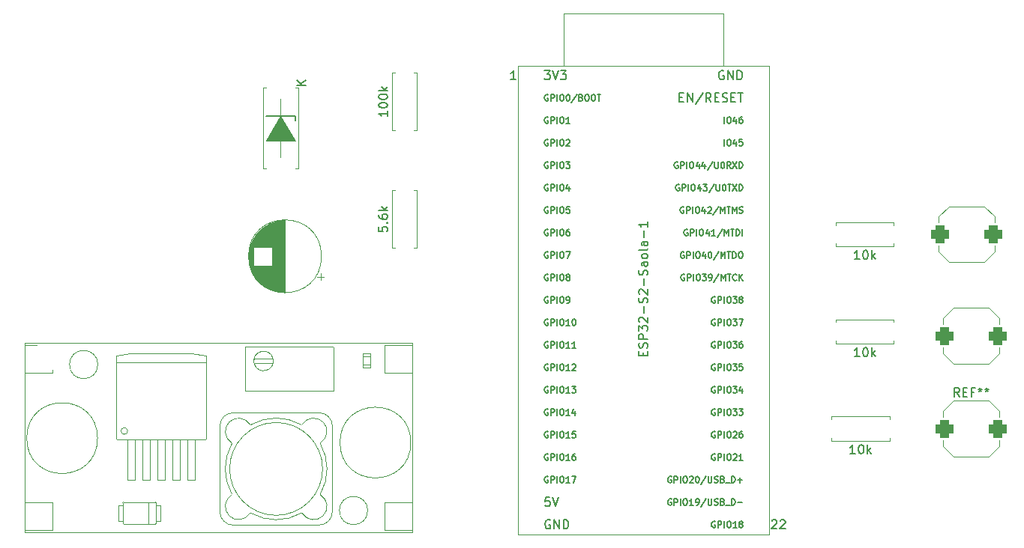
<source format=gbr>
%TF.GenerationSoftware,KiCad,Pcbnew,8.0.1*%
%TF.CreationDate,2024-09-13T04:46:56+01:00*%
%TF.ProjectId,monitor,6d6f6e69-746f-4722-9e6b-696361645f70,rev?*%
%TF.SameCoordinates,Original*%
%TF.FileFunction,Legend,Top*%
%TF.FilePolarity,Positive*%
%FSLAX46Y46*%
G04 Gerber Fmt 4.6, Leading zero omitted, Abs format (unit mm)*
G04 Created by KiCad (PCBNEW 8.0.1) date 2024-09-13 04:46:56*
%MOMM*%
%LPD*%
G01*
G04 APERTURE LIST*
G04 Aperture macros list*
%AMRoundRect*
0 Rectangle with rounded corners*
0 $1 Rounding radius*
0 $2 $3 $4 $5 $6 $7 $8 $9 X,Y pos of 4 corners*
0 Add a 4 corners polygon primitive as box body*
4,1,4,$2,$3,$4,$5,$6,$7,$8,$9,$2,$3,0*
0 Add four circle primitives for the rounded corners*
1,1,$1+$1,$2,$3*
1,1,$1+$1,$4,$5*
1,1,$1+$1,$6,$7*
1,1,$1+$1,$8,$9*
0 Add four rect primitives between the rounded corners*
20,1,$1+$1,$2,$3,$4,$5,0*
20,1,$1+$1,$4,$5,$6,$7,0*
20,1,$1+$1,$6,$7,$8,$9,0*
20,1,$1+$1,$8,$9,$2,$3,0*%
G04 Aperture macros list end*
%ADD10C,0.150000*%
%ADD11C,0.120000*%
%ADD12C,0.200000*%
%ADD13C,0.100000*%
%ADD14C,1.600000*%
%ADD15O,1.600000X1.600000*%
%ADD16RoundRect,0.500000X-0.500000X-0.500000X0.500000X-0.500000X0.500000X0.500000X-0.500000X0.500000X0*%
%ADD17R,1.600000X1.600000*%
%ADD18R,2.540000X2.540000*%
%ADD19C,2.540000*%
%ADD20R,2.000000X1.200000*%
%ADD21O,2.000000X1.200000*%
%ADD22R,2.800000X2.800000*%
%ADD23O,2.800000X2.800000*%
G04 APERTURE END LIST*
D10*
X91084819Y-94690952D02*
X91084819Y-95167142D01*
X91084819Y-95167142D02*
X91561009Y-95214761D01*
X91561009Y-95214761D02*
X91513390Y-95167142D01*
X91513390Y-95167142D02*
X91465771Y-95071904D01*
X91465771Y-95071904D02*
X91465771Y-94833809D01*
X91465771Y-94833809D02*
X91513390Y-94738571D01*
X91513390Y-94738571D02*
X91561009Y-94690952D01*
X91561009Y-94690952D02*
X91656247Y-94643333D01*
X91656247Y-94643333D02*
X91894342Y-94643333D01*
X91894342Y-94643333D02*
X91989580Y-94690952D01*
X91989580Y-94690952D02*
X92037200Y-94738571D01*
X92037200Y-94738571D02*
X92084819Y-94833809D01*
X92084819Y-94833809D02*
X92084819Y-95071904D01*
X92084819Y-95071904D02*
X92037200Y-95167142D01*
X92037200Y-95167142D02*
X91989580Y-95214761D01*
X91989580Y-94214761D02*
X92037200Y-94167142D01*
X92037200Y-94167142D02*
X92084819Y-94214761D01*
X92084819Y-94214761D02*
X92037200Y-94262380D01*
X92037200Y-94262380D02*
X91989580Y-94214761D01*
X91989580Y-94214761D02*
X92084819Y-94214761D01*
X91084819Y-93310000D02*
X91084819Y-93500476D01*
X91084819Y-93500476D02*
X91132438Y-93595714D01*
X91132438Y-93595714D02*
X91180057Y-93643333D01*
X91180057Y-93643333D02*
X91322914Y-93738571D01*
X91322914Y-93738571D02*
X91513390Y-93786190D01*
X91513390Y-93786190D02*
X91894342Y-93786190D01*
X91894342Y-93786190D02*
X91989580Y-93738571D01*
X91989580Y-93738571D02*
X92037200Y-93690952D01*
X92037200Y-93690952D02*
X92084819Y-93595714D01*
X92084819Y-93595714D02*
X92084819Y-93405238D01*
X92084819Y-93405238D02*
X92037200Y-93310000D01*
X92037200Y-93310000D02*
X91989580Y-93262381D01*
X91989580Y-93262381D02*
X91894342Y-93214762D01*
X91894342Y-93214762D02*
X91656247Y-93214762D01*
X91656247Y-93214762D02*
X91561009Y-93262381D01*
X91561009Y-93262381D02*
X91513390Y-93310000D01*
X91513390Y-93310000D02*
X91465771Y-93405238D01*
X91465771Y-93405238D02*
X91465771Y-93595714D01*
X91465771Y-93595714D02*
X91513390Y-93690952D01*
X91513390Y-93690952D02*
X91561009Y-93738571D01*
X91561009Y-93738571D02*
X91656247Y-93786190D01*
X92084819Y-92786190D02*
X91084819Y-92786190D01*
X91703866Y-92690952D02*
X92084819Y-92405238D01*
X91418152Y-92405238D02*
X91799104Y-92786190D01*
X145404761Y-98324819D02*
X144833333Y-98324819D01*
X145119047Y-98324819D02*
X145119047Y-97324819D01*
X145119047Y-97324819D02*
X145023809Y-97467676D01*
X145023809Y-97467676D02*
X144928571Y-97562914D01*
X144928571Y-97562914D02*
X144833333Y-97610533D01*
X146023809Y-97324819D02*
X146119047Y-97324819D01*
X146119047Y-97324819D02*
X146214285Y-97372438D01*
X146214285Y-97372438D02*
X146261904Y-97420057D01*
X146261904Y-97420057D02*
X146309523Y-97515295D01*
X146309523Y-97515295D02*
X146357142Y-97705771D01*
X146357142Y-97705771D02*
X146357142Y-97943866D01*
X146357142Y-97943866D02*
X146309523Y-98134342D01*
X146309523Y-98134342D02*
X146261904Y-98229580D01*
X146261904Y-98229580D02*
X146214285Y-98277200D01*
X146214285Y-98277200D02*
X146119047Y-98324819D01*
X146119047Y-98324819D02*
X146023809Y-98324819D01*
X146023809Y-98324819D02*
X145928571Y-98277200D01*
X145928571Y-98277200D02*
X145880952Y-98229580D01*
X145880952Y-98229580D02*
X145833333Y-98134342D01*
X145833333Y-98134342D02*
X145785714Y-97943866D01*
X145785714Y-97943866D02*
X145785714Y-97705771D01*
X145785714Y-97705771D02*
X145833333Y-97515295D01*
X145833333Y-97515295D02*
X145880952Y-97420057D01*
X145880952Y-97420057D02*
X145928571Y-97372438D01*
X145928571Y-97372438D02*
X146023809Y-97324819D01*
X146785714Y-98324819D02*
X146785714Y-97324819D01*
X146880952Y-97943866D02*
X147166666Y-98324819D01*
X147166666Y-97658152D02*
X146785714Y-98039104D01*
X144904761Y-120324819D02*
X144333333Y-120324819D01*
X144619047Y-120324819D02*
X144619047Y-119324819D01*
X144619047Y-119324819D02*
X144523809Y-119467676D01*
X144523809Y-119467676D02*
X144428571Y-119562914D01*
X144428571Y-119562914D02*
X144333333Y-119610533D01*
X145523809Y-119324819D02*
X145619047Y-119324819D01*
X145619047Y-119324819D02*
X145714285Y-119372438D01*
X145714285Y-119372438D02*
X145761904Y-119420057D01*
X145761904Y-119420057D02*
X145809523Y-119515295D01*
X145809523Y-119515295D02*
X145857142Y-119705771D01*
X145857142Y-119705771D02*
X145857142Y-119943866D01*
X145857142Y-119943866D02*
X145809523Y-120134342D01*
X145809523Y-120134342D02*
X145761904Y-120229580D01*
X145761904Y-120229580D02*
X145714285Y-120277200D01*
X145714285Y-120277200D02*
X145619047Y-120324819D01*
X145619047Y-120324819D02*
X145523809Y-120324819D01*
X145523809Y-120324819D02*
X145428571Y-120277200D01*
X145428571Y-120277200D02*
X145380952Y-120229580D01*
X145380952Y-120229580D02*
X145333333Y-120134342D01*
X145333333Y-120134342D02*
X145285714Y-119943866D01*
X145285714Y-119943866D02*
X145285714Y-119705771D01*
X145285714Y-119705771D02*
X145333333Y-119515295D01*
X145333333Y-119515295D02*
X145380952Y-119420057D01*
X145380952Y-119420057D02*
X145428571Y-119372438D01*
X145428571Y-119372438D02*
X145523809Y-119324819D01*
X146285714Y-120324819D02*
X146285714Y-119324819D01*
X146380952Y-119943866D02*
X146666666Y-120324819D01*
X146666666Y-119658152D02*
X146285714Y-120039104D01*
X120931009Y-109210369D02*
X120931009Y-108877036D01*
X121454819Y-108734179D02*
X121454819Y-109210369D01*
X121454819Y-109210369D02*
X120454819Y-109210369D01*
X120454819Y-109210369D02*
X120454819Y-108734179D01*
X121407200Y-108353226D02*
X121454819Y-108210369D01*
X121454819Y-108210369D02*
X121454819Y-107972274D01*
X121454819Y-107972274D02*
X121407200Y-107877036D01*
X121407200Y-107877036D02*
X121359580Y-107829417D01*
X121359580Y-107829417D02*
X121264342Y-107781798D01*
X121264342Y-107781798D02*
X121169104Y-107781798D01*
X121169104Y-107781798D02*
X121073866Y-107829417D01*
X121073866Y-107829417D02*
X121026247Y-107877036D01*
X121026247Y-107877036D02*
X120978628Y-107972274D01*
X120978628Y-107972274D02*
X120931009Y-108162750D01*
X120931009Y-108162750D02*
X120883390Y-108257988D01*
X120883390Y-108257988D02*
X120835771Y-108305607D01*
X120835771Y-108305607D02*
X120740533Y-108353226D01*
X120740533Y-108353226D02*
X120645295Y-108353226D01*
X120645295Y-108353226D02*
X120550057Y-108305607D01*
X120550057Y-108305607D02*
X120502438Y-108257988D01*
X120502438Y-108257988D02*
X120454819Y-108162750D01*
X120454819Y-108162750D02*
X120454819Y-107924655D01*
X120454819Y-107924655D02*
X120502438Y-107781798D01*
X121454819Y-107353226D02*
X120454819Y-107353226D01*
X120454819Y-107353226D02*
X120454819Y-106972274D01*
X120454819Y-106972274D02*
X120502438Y-106877036D01*
X120502438Y-106877036D02*
X120550057Y-106829417D01*
X120550057Y-106829417D02*
X120645295Y-106781798D01*
X120645295Y-106781798D02*
X120788152Y-106781798D01*
X120788152Y-106781798D02*
X120883390Y-106829417D01*
X120883390Y-106829417D02*
X120931009Y-106877036D01*
X120931009Y-106877036D02*
X120978628Y-106972274D01*
X120978628Y-106972274D02*
X120978628Y-107353226D01*
X120454819Y-106448464D02*
X120454819Y-105829417D01*
X120454819Y-105829417D02*
X120835771Y-106162750D01*
X120835771Y-106162750D02*
X120835771Y-106019893D01*
X120835771Y-106019893D02*
X120883390Y-105924655D01*
X120883390Y-105924655D02*
X120931009Y-105877036D01*
X120931009Y-105877036D02*
X121026247Y-105829417D01*
X121026247Y-105829417D02*
X121264342Y-105829417D01*
X121264342Y-105829417D02*
X121359580Y-105877036D01*
X121359580Y-105877036D02*
X121407200Y-105924655D01*
X121407200Y-105924655D02*
X121454819Y-106019893D01*
X121454819Y-106019893D02*
X121454819Y-106305607D01*
X121454819Y-106305607D02*
X121407200Y-106400845D01*
X121407200Y-106400845D02*
X121359580Y-106448464D01*
X120550057Y-105448464D02*
X120502438Y-105400845D01*
X120502438Y-105400845D02*
X120454819Y-105305607D01*
X120454819Y-105305607D02*
X120454819Y-105067512D01*
X120454819Y-105067512D02*
X120502438Y-104972274D01*
X120502438Y-104972274D02*
X120550057Y-104924655D01*
X120550057Y-104924655D02*
X120645295Y-104877036D01*
X120645295Y-104877036D02*
X120740533Y-104877036D01*
X120740533Y-104877036D02*
X120883390Y-104924655D01*
X120883390Y-104924655D02*
X121454819Y-105496083D01*
X121454819Y-105496083D02*
X121454819Y-104877036D01*
X121073866Y-104448464D02*
X121073866Y-103686560D01*
X121407200Y-103257988D02*
X121454819Y-103115131D01*
X121454819Y-103115131D02*
X121454819Y-102877036D01*
X121454819Y-102877036D02*
X121407200Y-102781798D01*
X121407200Y-102781798D02*
X121359580Y-102734179D01*
X121359580Y-102734179D02*
X121264342Y-102686560D01*
X121264342Y-102686560D02*
X121169104Y-102686560D01*
X121169104Y-102686560D02*
X121073866Y-102734179D01*
X121073866Y-102734179D02*
X121026247Y-102781798D01*
X121026247Y-102781798D02*
X120978628Y-102877036D01*
X120978628Y-102877036D02*
X120931009Y-103067512D01*
X120931009Y-103067512D02*
X120883390Y-103162750D01*
X120883390Y-103162750D02*
X120835771Y-103210369D01*
X120835771Y-103210369D02*
X120740533Y-103257988D01*
X120740533Y-103257988D02*
X120645295Y-103257988D01*
X120645295Y-103257988D02*
X120550057Y-103210369D01*
X120550057Y-103210369D02*
X120502438Y-103162750D01*
X120502438Y-103162750D02*
X120454819Y-103067512D01*
X120454819Y-103067512D02*
X120454819Y-102829417D01*
X120454819Y-102829417D02*
X120502438Y-102686560D01*
X120550057Y-102305607D02*
X120502438Y-102257988D01*
X120502438Y-102257988D02*
X120454819Y-102162750D01*
X120454819Y-102162750D02*
X120454819Y-101924655D01*
X120454819Y-101924655D02*
X120502438Y-101829417D01*
X120502438Y-101829417D02*
X120550057Y-101781798D01*
X120550057Y-101781798D02*
X120645295Y-101734179D01*
X120645295Y-101734179D02*
X120740533Y-101734179D01*
X120740533Y-101734179D02*
X120883390Y-101781798D01*
X120883390Y-101781798D02*
X121454819Y-102353226D01*
X121454819Y-102353226D02*
X121454819Y-101734179D01*
X121073866Y-101305607D02*
X121073866Y-100543703D01*
X121407200Y-100115131D02*
X121454819Y-99972274D01*
X121454819Y-99972274D02*
X121454819Y-99734179D01*
X121454819Y-99734179D02*
X121407200Y-99638941D01*
X121407200Y-99638941D02*
X121359580Y-99591322D01*
X121359580Y-99591322D02*
X121264342Y-99543703D01*
X121264342Y-99543703D02*
X121169104Y-99543703D01*
X121169104Y-99543703D02*
X121073866Y-99591322D01*
X121073866Y-99591322D02*
X121026247Y-99638941D01*
X121026247Y-99638941D02*
X120978628Y-99734179D01*
X120978628Y-99734179D02*
X120931009Y-99924655D01*
X120931009Y-99924655D02*
X120883390Y-100019893D01*
X120883390Y-100019893D02*
X120835771Y-100067512D01*
X120835771Y-100067512D02*
X120740533Y-100115131D01*
X120740533Y-100115131D02*
X120645295Y-100115131D01*
X120645295Y-100115131D02*
X120550057Y-100067512D01*
X120550057Y-100067512D02*
X120502438Y-100019893D01*
X120502438Y-100019893D02*
X120454819Y-99924655D01*
X120454819Y-99924655D02*
X120454819Y-99686560D01*
X120454819Y-99686560D02*
X120502438Y-99543703D01*
X121454819Y-98686560D02*
X120931009Y-98686560D01*
X120931009Y-98686560D02*
X120835771Y-98734179D01*
X120835771Y-98734179D02*
X120788152Y-98829417D01*
X120788152Y-98829417D02*
X120788152Y-99019893D01*
X120788152Y-99019893D02*
X120835771Y-99115131D01*
X121407200Y-98686560D02*
X121454819Y-98781798D01*
X121454819Y-98781798D02*
X121454819Y-99019893D01*
X121454819Y-99019893D02*
X121407200Y-99115131D01*
X121407200Y-99115131D02*
X121311961Y-99162750D01*
X121311961Y-99162750D02*
X121216723Y-99162750D01*
X121216723Y-99162750D02*
X121121485Y-99115131D01*
X121121485Y-99115131D02*
X121073866Y-99019893D01*
X121073866Y-99019893D02*
X121073866Y-98781798D01*
X121073866Y-98781798D02*
X121026247Y-98686560D01*
X121454819Y-98067512D02*
X121407200Y-98162750D01*
X121407200Y-98162750D02*
X121359580Y-98210369D01*
X121359580Y-98210369D02*
X121264342Y-98257988D01*
X121264342Y-98257988D02*
X120978628Y-98257988D01*
X120978628Y-98257988D02*
X120883390Y-98210369D01*
X120883390Y-98210369D02*
X120835771Y-98162750D01*
X120835771Y-98162750D02*
X120788152Y-98067512D01*
X120788152Y-98067512D02*
X120788152Y-97924655D01*
X120788152Y-97924655D02*
X120835771Y-97829417D01*
X120835771Y-97829417D02*
X120883390Y-97781798D01*
X120883390Y-97781798D02*
X120978628Y-97734179D01*
X120978628Y-97734179D02*
X121264342Y-97734179D01*
X121264342Y-97734179D02*
X121359580Y-97781798D01*
X121359580Y-97781798D02*
X121407200Y-97829417D01*
X121407200Y-97829417D02*
X121454819Y-97924655D01*
X121454819Y-97924655D02*
X121454819Y-98067512D01*
X121454819Y-97162750D02*
X121407200Y-97257988D01*
X121407200Y-97257988D02*
X121311961Y-97305607D01*
X121311961Y-97305607D02*
X120454819Y-97305607D01*
X121454819Y-96353226D02*
X120931009Y-96353226D01*
X120931009Y-96353226D02*
X120835771Y-96400845D01*
X120835771Y-96400845D02*
X120788152Y-96496083D01*
X120788152Y-96496083D02*
X120788152Y-96686559D01*
X120788152Y-96686559D02*
X120835771Y-96781797D01*
X121407200Y-96353226D02*
X121454819Y-96448464D01*
X121454819Y-96448464D02*
X121454819Y-96686559D01*
X121454819Y-96686559D02*
X121407200Y-96781797D01*
X121407200Y-96781797D02*
X121311961Y-96829416D01*
X121311961Y-96829416D02*
X121216723Y-96829416D01*
X121216723Y-96829416D02*
X121121485Y-96781797D01*
X121121485Y-96781797D02*
X121073866Y-96686559D01*
X121073866Y-96686559D02*
X121073866Y-96448464D01*
X121073866Y-96448464D02*
X121026247Y-96353226D01*
X121073866Y-95877035D02*
X121073866Y-95115131D01*
X121454819Y-94115131D02*
X121454819Y-94686559D01*
X121454819Y-94400845D02*
X120454819Y-94400845D01*
X120454819Y-94400845D02*
X120597676Y-94496083D01*
X120597676Y-94496083D02*
X120692914Y-94591321D01*
X120692914Y-94591321D02*
X120740533Y-94686559D01*
X110202017Y-110225926D02*
X110135350Y-110192593D01*
X110135350Y-110192593D02*
X110035350Y-110192593D01*
X110035350Y-110192593D02*
X109935350Y-110225926D01*
X109935350Y-110225926D02*
X109868684Y-110292593D01*
X109868684Y-110292593D02*
X109835350Y-110359260D01*
X109835350Y-110359260D02*
X109802017Y-110492593D01*
X109802017Y-110492593D02*
X109802017Y-110592593D01*
X109802017Y-110592593D02*
X109835350Y-110725926D01*
X109835350Y-110725926D02*
X109868684Y-110792593D01*
X109868684Y-110792593D02*
X109935350Y-110859260D01*
X109935350Y-110859260D02*
X110035350Y-110892593D01*
X110035350Y-110892593D02*
X110102017Y-110892593D01*
X110102017Y-110892593D02*
X110202017Y-110859260D01*
X110202017Y-110859260D02*
X110235350Y-110825926D01*
X110235350Y-110825926D02*
X110235350Y-110592593D01*
X110235350Y-110592593D02*
X110102017Y-110592593D01*
X110535350Y-110892593D02*
X110535350Y-110192593D01*
X110535350Y-110192593D02*
X110802017Y-110192593D01*
X110802017Y-110192593D02*
X110868684Y-110225926D01*
X110868684Y-110225926D02*
X110902017Y-110259260D01*
X110902017Y-110259260D02*
X110935350Y-110325926D01*
X110935350Y-110325926D02*
X110935350Y-110425926D01*
X110935350Y-110425926D02*
X110902017Y-110492593D01*
X110902017Y-110492593D02*
X110868684Y-110525926D01*
X110868684Y-110525926D02*
X110802017Y-110559260D01*
X110802017Y-110559260D02*
X110535350Y-110559260D01*
X111235350Y-110892593D02*
X111235350Y-110192593D01*
X111702017Y-110192593D02*
X111835350Y-110192593D01*
X111835350Y-110192593D02*
X111902017Y-110225926D01*
X111902017Y-110225926D02*
X111968683Y-110292593D01*
X111968683Y-110292593D02*
X112002017Y-110425926D01*
X112002017Y-110425926D02*
X112002017Y-110659260D01*
X112002017Y-110659260D02*
X111968683Y-110792593D01*
X111968683Y-110792593D02*
X111902017Y-110859260D01*
X111902017Y-110859260D02*
X111835350Y-110892593D01*
X111835350Y-110892593D02*
X111702017Y-110892593D01*
X111702017Y-110892593D02*
X111635350Y-110859260D01*
X111635350Y-110859260D02*
X111568683Y-110792593D01*
X111568683Y-110792593D02*
X111535350Y-110659260D01*
X111535350Y-110659260D02*
X111535350Y-110425926D01*
X111535350Y-110425926D02*
X111568683Y-110292593D01*
X111568683Y-110292593D02*
X111635350Y-110225926D01*
X111635350Y-110225926D02*
X111702017Y-110192593D01*
X112668683Y-110892593D02*
X112268683Y-110892593D01*
X112468683Y-110892593D02*
X112468683Y-110192593D01*
X112468683Y-110192593D02*
X112402016Y-110292593D01*
X112402016Y-110292593D02*
X112335350Y-110359260D01*
X112335350Y-110359260D02*
X112268683Y-110392593D01*
X112935350Y-110259260D02*
X112968683Y-110225926D01*
X112968683Y-110225926D02*
X113035350Y-110192593D01*
X113035350Y-110192593D02*
X113202017Y-110192593D01*
X113202017Y-110192593D02*
X113268683Y-110225926D01*
X113268683Y-110225926D02*
X113302017Y-110259260D01*
X113302017Y-110259260D02*
X113335350Y-110325926D01*
X113335350Y-110325926D02*
X113335350Y-110392593D01*
X113335350Y-110392593D02*
X113302017Y-110492593D01*
X113302017Y-110492593D02*
X112902017Y-110892593D01*
X112902017Y-110892593D02*
X113335350Y-110892593D01*
X130045601Y-77058998D02*
X129950363Y-77011379D01*
X129950363Y-77011379D02*
X129807506Y-77011379D01*
X129807506Y-77011379D02*
X129664649Y-77058998D01*
X129664649Y-77058998D02*
X129569411Y-77154236D01*
X129569411Y-77154236D02*
X129521792Y-77249474D01*
X129521792Y-77249474D02*
X129474173Y-77439950D01*
X129474173Y-77439950D02*
X129474173Y-77582807D01*
X129474173Y-77582807D02*
X129521792Y-77773283D01*
X129521792Y-77773283D02*
X129569411Y-77868521D01*
X129569411Y-77868521D02*
X129664649Y-77963760D01*
X129664649Y-77963760D02*
X129807506Y-78011379D01*
X129807506Y-78011379D02*
X129902744Y-78011379D01*
X129902744Y-78011379D02*
X130045601Y-77963760D01*
X130045601Y-77963760D02*
X130093220Y-77916140D01*
X130093220Y-77916140D02*
X130093220Y-77582807D01*
X130093220Y-77582807D02*
X129902744Y-77582807D01*
X130521792Y-78011379D02*
X130521792Y-77011379D01*
X130521792Y-77011379D02*
X131093220Y-78011379D01*
X131093220Y-78011379D02*
X131093220Y-77011379D01*
X131569411Y-78011379D02*
X131569411Y-77011379D01*
X131569411Y-77011379D02*
X131807506Y-77011379D01*
X131807506Y-77011379D02*
X131950363Y-77058998D01*
X131950363Y-77058998D02*
X132045601Y-77154236D01*
X132045601Y-77154236D02*
X132093220Y-77249474D01*
X132093220Y-77249474D02*
X132140839Y-77439950D01*
X132140839Y-77439950D02*
X132140839Y-77582807D01*
X132140839Y-77582807D02*
X132093220Y-77773283D01*
X132093220Y-77773283D02*
X132045601Y-77868521D01*
X132045601Y-77868521D02*
X131950363Y-77963760D01*
X131950363Y-77963760D02*
X131807506Y-78011379D01*
X131807506Y-78011379D02*
X131569411Y-78011379D01*
X129064649Y-117845926D02*
X128997982Y-117812593D01*
X128997982Y-117812593D02*
X128897982Y-117812593D01*
X128897982Y-117812593D02*
X128797982Y-117845926D01*
X128797982Y-117845926D02*
X128731316Y-117912593D01*
X128731316Y-117912593D02*
X128697982Y-117979260D01*
X128697982Y-117979260D02*
X128664649Y-118112593D01*
X128664649Y-118112593D02*
X128664649Y-118212593D01*
X128664649Y-118212593D02*
X128697982Y-118345926D01*
X128697982Y-118345926D02*
X128731316Y-118412593D01*
X128731316Y-118412593D02*
X128797982Y-118479260D01*
X128797982Y-118479260D02*
X128897982Y-118512593D01*
X128897982Y-118512593D02*
X128964649Y-118512593D01*
X128964649Y-118512593D02*
X129064649Y-118479260D01*
X129064649Y-118479260D02*
X129097982Y-118445926D01*
X129097982Y-118445926D02*
X129097982Y-118212593D01*
X129097982Y-118212593D02*
X128964649Y-118212593D01*
X129397982Y-118512593D02*
X129397982Y-117812593D01*
X129397982Y-117812593D02*
X129664649Y-117812593D01*
X129664649Y-117812593D02*
X129731316Y-117845926D01*
X129731316Y-117845926D02*
X129764649Y-117879260D01*
X129764649Y-117879260D02*
X129797982Y-117945926D01*
X129797982Y-117945926D02*
X129797982Y-118045926D01*
X129797982Y-118045926D02*
X129764649Y-118112593D01*
X129764649Y-118112593D02*
X129731316Y-118145926D01*
X129731316Y-118145926D02*
X129664649Y-118179260D01*
X129664649Y-118179260D02*
X129397982Y-118179260D01*
X130097982Y-118512593D02*
X130097982Y-117812593D01*
X130564649Y-117812593D02*
X130697982Y-117812593D01*
X130697982Y-117812593D02*
X130764649Y-117845926D01*
X130764649Y-117845926D02*
X130831315Y-117912593D01*
X130831315Y-117912593D02*
X130864649Y-118045926D01*
X130864649Y-118045926D02*
X130864649Y-118279260D01*
X130864649Y-118279260D02*
X130831315Y-118412593D01*
X130831315Y-118412593D02*
X130764649Y-118479260D01*
X130764649Y-118479260D02*
X130697982Y-118512593D01*
X130697982Y-118512593D02*
X130564649Y-118512593D01*
X130564649Y-118512593D02*
X130497982Y-118479260D01*
X130497982Y-118479260D02*
X130431315Y-118412593D01*
X130431315Y-118412593D02*
X130397982Y-118279260D01*
X130397982Y-118279260D02*
X130397982Y-118045926D01*
X130397982Y-118045926D02*
X130431315Y-117912593D01*
X130431315Y-117912593D02*
X130497982Y-117845926D01*
X130497982Y-117845926D02*
X130564649Y-117812593D01*
X131131315Y-117879260D02*
X131164648Y-117845926D01*
X131164648Y-117845926D02*
X131231315Y-117812593D01*
X131231315Y-117812593D02*
X131397982Y-117812593D01*
X131397982Y-117812593D02*
X131464648Y-117845926D01*
X131464648Y-117845926D02*
X131497982Y-117879260D01*
X131497982Y-117879260D02*
X131531315Y-117945926D01*
X131531315Y-117945926D02*
X131531315Y-118012593D01*
X131531315Y-118012593D02*
X131497982Y-118112593D01*
X131497982Y-118112593D02*
X131097982Y-118512593D01*
X131097982Y-118512593D02*
X131531315Y-118512593D01*
X132131315Y-117812593D02*
X131997982Y-117812593D01*
X131997982Y-117812593D02*
X131931315Y-117845926D01*
X131931315Y-117845926D02*
X131897982Y-117879260D01*
X131897982Y-117879260D02*
X131831315Y-117979260D01*
X131831315Y-117979260D02*
X131797982Y-118112593D01*
X131797982Y-118112593D02*
X131797982Y-118379260D01*
X131797982Y-118379260D02*
X131831315Y-118445926D01*
X131831315Y-118445926D02*
X131864649Y-118479260D01*
X131864649Y-118479260D02*
X131931315Y-118512593D01*
X131931315Y-118512593D02*
X132064649Y-118512593D01*
X132064649Y-118512593D02*
X132131315Y-118479260D01*
X132131315Y-118479260D02*
X132164649Y-118445926D01*
X132164649Y-118445926D02*
X132197982Y-118379260D01*
X132197982Y-118379260D02*
X132197982Y-118212593D01*
X132197982Y-118212593D02*
X132164649Y-118145926D01*
X132164649Y-118145926D02*
X132131315Y-118112593D01*
X132131315Y-118112593D02*
X132064649Y-118079260D01*
X132064649Y-118079260D02*
X131931315Y-118079260D01*
X131931315Y-118079260D02*
X131864649Y-118112593D01*
X131864649Y-118112593D02*
X131831315Y-118145926D01*
X131831315Y-118145926D02*
X131797982Y-118212593D01*
X110202017Y-84825926D02*
X110135350Y-84792593D01*
X110135350Y-84792593D02*
X110035350Y-84792593D01*
X110035350Y-84792593D02*
X109935350Y-84825926D01*
X109935350Y-84825926D02*
X109868684Y-84892593D01*
X109868684Y-84892593D02*
X109835350Y-84959260D01*
X109835350Y-84959260D02*
X109802017Y-85092593D01*
X109802017Y-85092593D02*
X109802017Y-85192593D01*
X109802017Y-85192593D02*
X109835350Y-85325926D01*
X109835350Y-85325926D02*
X109868684Y-85392593D01*
X109868684Y-85392593D02*
X109935350Y-85459260D01*
X109935350Y-85459260D02*
X110035350Y-85492593D01*
X110035350Y-85492593D02*
X110102017Y-85492593D01*
X110102017Y-85492593D02*
X110202017Y-85459260D01*
X110202017Y-85459260D02*
X110235350Y-85425926D01*
X110235350Y-85425926D02*
X110235350Y-85192593D01*
X110235350Y-85192593D02*
X110102017Y-85192593D01*
X110535350Y-85492593D02*
X110535350Y-84792593D01*
X110535350Y-84792593D02*
X110802017Y-84792593D01*
X110802017Y-84792593D02*
X110868684Y-84825926D01*
X110868684Y-84825926D02*
X110902017Y-84859260D01*
X110902017Y-84859260D02*
X110935350Y-84925926D01*
X110935350Y-84925926D02*
X110935350Y-85025926D01*
X110935350Y-85025926D02*
X110902017Y-85092593D01*
X110902017Y-85092593D02*
X110868684Y-85125926D01*
X110868684Y-85125926D02*
X110802017Y-85159260D01*
X110802017Y-85159260D02*
X110535350Y-85159260D01*
X111235350Y-85492593D02*
X111235350Y-84792593D01*
X111702017Y-84792593D02*
X111835350Y-84792593D01*
X111835350Y-84792593D02*
X111902017Y-84825926D01*
X111902017Y-84825926D02*
X111968683Y-84892593D01*
X111968683Y-84892593D02*
X112002017Y-85025926D01*
X112002017Y-85025926D02*
X112002017Y-85259260D01*
X112002017Y-85259260D02*
X111968683Y-85392593D01*
X111968683Y-85392593D02*
X111902017Y-85459260D01*
X111902017Y-85459260D02*
X111835350Y-85492593D01*
X111835350Y-85492593D02*
X111702017Y-85492593D01*
X111702017Y-85492593D02*
X111635350Y-85459260D01*
X111635350Y-85459260D02*
X111568683Y-85392593D01*
X111568683Y-85392593D02*
X111535350Y-85259260D01*
X111535350Y-85259260D02*
X111535350Y-85025926D01*
X111535350Y-85025926D02*
X111568683Y-84892593D01*
X111568683Y-84892593D02*
X111635350Y-84825926D01*
X111635350Y-84825926D02*
X111702017Y-84792593D01*
X112268683Y-84859260D02*
X112302016Y-84825926D01*
X112302016Y-84825926D02*
X112368683Y-84792593D01*
X112368683Y-84792593D02*
X112535350Y-84792593D01*
X112535350Y-84792593D02*
X112602016Y-84825926D01*
X112602016Y-84825926D02*
X112635350Y-84859260D01*
X112635350Y-84859260D02*
X112668683Y-84925926D01*
X112668683Y-84925926D02*
X112668683Y-84992593D01*
X112668683Y-84992593D02*
X112635350Y-85092593D01*
X112635350Y-85092593D02*
X112235350Y-85492593D01*
X112235350Y-85492593D02*
X112668683Y-85492593D01*
X129064649Y-128005926D02*
X128997982Y-127972593D01*
X128997982Y-127972593D02*
X128897982Y-127972593D01*
X128897982Y-127972593D02*
X128797982Y-128005926D01*
X128797982Y-128005926D02*
X128731316Y-128072593D01*
X128731316Y-128072593D02*
X128697982Y-128139260D01*
X128697982Y-128139260D02*
X128664649Y-128272593D01*
X128664649Y-128272593D02*
X128664649Y-128372593D01*
X128664649Y-128372593D02*
X128697982Y-128505926D01*
X128697982Y-128505926D02*
X128731316Y-128572593D01*
X128731316Y-128572593D02*
X128797982Y-128639260D01*
X128797982Y-128639260D02*
X128897982Y-128672593D01*
X128897982Y-128672593D02*
X128964649Y-128672593D01*
X128964649Y-128672593D02*
X129064649Y-128639260D01*
X129064649Y-128639260D02*
X129097982Y-128605926D01*
X129097982Y-128605926D02*
X129097982Y-128372593D01*
X129097982Y-128372593D02*
X128964649Y-128372593D01*
X129397982Y-128672593D02*
X129397982Y-127972593D01*
X129397982Y-127972593D02*
X129664649Y-127972593D01*
X129664649Y-127972593D02*
X129731316Y-128005926D01*
X129731316Y-128005926D02*
X129764649Y-128039260D01*
X129764649Y-128039260D02*
X129797982Y-128105926D01*
X129797982Y-128105926D02*
X129797982Y-128205926D01*
X129797982Y-128205926D02*
X129764649Y-128272593D01*
X129764649Y-128272593D02*
X129731316Y-128305926D01*
X129731316Y-128305926D02*
X129664649Y-128339260D01*
X129664649Y-128339260D02*
X129397982Y-128339260D01*
X130097982Y-128672593D02*
X130097982Y-127972593D01*
X130564649Y-127972593D02*
X130697982Y-127972593D01*
X130697982Y-127972593D02*
X130764649Y-128005926D01*
X130764649Y-128005926D02*
X130831315Y-128072593D01*
X130831315Y-128072593D02*
X130864649Y-128205926D01*
X130864649Y-128205926D02*
X130864649Y-128439260D01*
X130864649Y-128439260D02*
X130831315Y-128572593D01*
X130831315Y-128572593D02*
X130764649Y-128639260D01*
X130764649Y-128639260D02*
X130697982Y-128672593D01*
X130697982Y-128672593D02*
X130564649Y-128672593D01*
X130564649Y-128672593D02*
X130497982Y-128639260D01*
X130497982Y-128639260D02*
X130431315Y-128572593D01*
X130431315Y-128572593D02*
X130397982Y-128439260D01*
X130397982Y-128439260D02*
X130397982Y-128205926D01*
X130397982Y-128205926D02*
X130431315Y-128072593D01*
X130431315Y-128072593D02*
X130497982Y-128005926D01*
X130497982Y-128005926D02*
X130564649Y-127972593D01*
X131531315Y-128672593D02*
X131131315Y-128672593D01*
X131331315Y-128672593D02*
X131331315Y-127972593D01*
X131331315Y-127972593D02*
X131264648Y-128072593D01*
X131264648Y-128072593D02*
X131197982Y-128139260D01*
X131197982Y-128139260D02*
X131131315Y-128172593D01*
X131931315Y-128272593D02*
X131864649Y-128239260D01*
X131864649Y-128239260D02*
X131831315Y-128205926D01*
X131831315Y-128205926D02*
X131797982Y-128139260D01*
X131797982Y-128139260D02*
X131797982Y-128105926D01*
X131797982Y-128105926D02*
X131831315Y-128039260D01*
X131831315Y-128039260D02*
X131864649Y-128005926D01*
X131864649Y-128005926D02*
X131931315Y-127972593D01*
X131931315Y-127972593D02*
X132064649Y-127972593D01*
X132064649Y-127972593D02*
X132131315Y-128005926D01*
X132131315Y-128005926D02*
X132164649Y-128039260D01*
X132164649Y-128039260D02*
X132197982Y-128105926D01*
X132197982Y-128105926D02*
X132197982Y-128139260D01*
X132197982Y-128139260D02*
X132164649Y-128205926D01*
X132164649Y-128205926D02*
X132131315Y-128239260D01*
X132131315Y-128239260D02*
X132064649Y-128272593D01*
X132064649Y-128272593D02*
X131931315Y-128272593D01*
X131931315Y-128272593D02*
X131864649Y-128305926D01*
X131864649Y-128305926D02*
X131831315Y-128339260D01*
X131831315Y-128339260D02*
X131797982Y-128405926D01*
X131797982Y-128405926D02*
X131797982Y-128539260D01*
X131797982Y-128539260D02*
X131831315Y-128605926D01*
X131831315Y-128605926D02*
X131864649Y-128639260D01*
X131864649Y-128639260D02*
X131931315Y-128672593D01*
X131931315Y-128672593D02*
X132064649Y-128672593D01*
X132064649Y-128672593D02*
X132131315Y-128639260D01*
X132131315Y-128639260D02*
X132164649Y-128605926D01*
X132164649Y-128605926D02*
X132197982Y-128539260D01*
X132197982Y-128539260D02*
X132197982Y-128405926D01*
X132197982Y-128405926D02*
X132164649Y-128339260D01*
X132164649Y-128339260D02*
X132131315Y-128305926D01*
X132131315Y-128305926D02*
X132064649Y-128272593D01*
X110202017Y-115305926D02*
X110135350Y-115272593D01*
X110135350Y-115272593D02*
X110035350Y-115272593D01*
X110035350Y-115272593D02*
X109935350Y-115305926D01*
X109935350Y-115305926D02*
X109868684Y-115372593D01*
X109868684Y-115372593D02*
X109835350Y-115439260D01*
X109835350Y-115439260D02*
X109802017Y-115572593D01*
X109802017Y-115572593D02*
X109802017Y-115672593D01*
X109802017Y-115672593D02*
X109835350Y-115805926D01*
X109835350Y-115805926D02*
X109868684Y-115872593D01*
X109868684Y-115872593D02*
X109935350Y-115939260D01*
X109935350Y-115939260D02*
X110035350Y-115972593D01*
X110035350Y-115972593D02*
X110102017Y-115972593D01*
X110102017Y-115972593D02*
X110202017Y-115939260D01*
X110202017Y-115939260D02*
X110235350Y-115905926D01*
X110235350Y-115905926D02*
X110235350Y-115672593D01*
X110235350Y-115672593D02*
X110102017Y-115672593D01*
X110535350Y-115972593D02*
X110535350Y-115272593D01*
X110535350Y-115272593D02*
X110802017Y-115272593D01*
X110802017Y-115272593D02*
X110868684Y-115305926D01*
X110868684Y-115305926D02*
X110902017Y-115339260D01*
X110902017Y-115339260D02*
X110935350Y-115405926D01*
X110935350Y-115405926D02*
X110935350Y-115505926D01*
X110935350Y-115505926D02*
X110902017Y-115572593D01*
X110902017Y-115572593D02*
X110868684Y-115605926D01*
X110868684Y-115605926D02*
X110802017Y-115639260D01*
X110802017Y-115639260D02*
X110535350Y-115639260D01*
X111235350Y-115972593D02*
X111235350Y-115272593D01*
X111702017Y-115272593D02*
X111835350Y-115272593D01*
X111835350Y-115272593D02*
X111902017Y-115305926D01*
X111902017Y-115305926D02*
X111968683Y-115372593D01*
X111968683Y-115372593D02*
X112002017Y-115505926D01*
X112002017Y-115505926D02*
X112002017Y-115739260D01*
X112002017Y-115739260D02*
X111968683Y-115872593D01*
X111968683Y-115872593D02*
X111902017Y-115939260D01*
X111902017Y-115939260D02*
X111835350Y-115972593D01*
X111835350Y-115972593D02*
X111702017Y-115972593D01*
X111702017Y-115972593D02*
X111635350Y-115939260D01*
X111635350Y-115939260D02*
X111568683Y-115872593D01*
X111568683Y-115872593D02*
X111535350Y-115739260D01*
X111535350Y-115739260D02*
X111535350Y-115505926D01*
X111535350Y-115505926D02*
X111568683Y-115372593D01*
X111568683Y-115372593D02*
X111635350Y-115305926D01*
X111635350Y-115305926D02*
X111702017Y-115272593D01*
X112668683Y-115972593D02*
X112268683Y-115972593D01*
X112468683Y-115972593D02*
X112468683Y-115272593D01*
X112468683Y-115272593D02*
X112402016Y-115372593D01*
X112402016Y-115372593D02*
X112335350Y-115439260D01*
X112335350Y-115439260D02*
X112268683Y-115472593D01*
X113268683Y-115505926D02*
X113268683Y-115972593D01*
X113102017Y-115239260D02*
X112935350Y-115739260D01*
X112935350Y-115739260D02*
X113368683Y-115739260D01*
X110202017Y-79745926D02*
X110135350Y-79712593D01*
X110135350Y-79712593D02*
X110035350Y-79712593D01*
X110035350Y-79712593D02*
X109935350Y-79745926D01*
X109935350Y-79745926D02*
X109868684Y-79812593D01*
X109868684Y-79812593D02*
X109835350Y-79879260D01*
X109835350Y-79879260D02*
X109802017Y-80012593D01*
X109802017Y-80012593D02*
X109802017Y-80112593D01*
X109802017Y-80112593D02*
X109835350Y-80245926D01*
X109835350Y-80245926D02*
X109868684Y-80312593D01*
X109868684Y-80312593D02*
X109935350Y-80379260D01*
X109935350Y-80379260D02*
X110035350Y-80412593D01*
X110035350Y-80412593D02*
X110102017Y-80412593D01*
X110102017Y-80412593D02*
X110202017Y-80379260D01*
X110202017Y-80379260D02*
X110235350Y-80345926D01*
X110235350Y-80345926D02*
X110235350Y-80112593D01*
X110235350Y-80112593D02*
X110102017Y-80112593D01*
X110535350Y-80412593D02*
X110535350Y-79712593D01*
X110535350Y-79712593D02*
X110802017Y-79712593D01*
X110802017Y-79712593D02*
X110868684Y-79745926D01*
X110868684Y-79745926D02*
X110902017Y-79779260D01*
X110902017Y-79779260D02*
X110935350Y-79845926D01*
X110935350Y-79845926D02*
X110935350Y-79945926D01*
X110935350Y-79945926D02*
X110902017Y-80012593D01*
X110902017Y-80012593D02*
X110868684Y-80045926D01*
X110868684Y-80045926D02*
X110802017Y-80079260D01*
X110802017Y-80079260D02*
X110535350Y-80079260D01*
X111235350Y-80412593D02*
X111235350Y-79712593D01*
X111702017Y-79712593D02*
X111835350Y-79712593D01*
X111835350Y-79712593D02*
X111902017Y-79745926D01*
X111902017Y-79745926D02*
X111968683Y-79812593D01*
X111968683Y-79812593D02*
X112002017Y-79945926D01*
X112002017Y-79945926D02*
X112002017Y-80179260D01*
X112002017Y-80179260D02*
X111968683Y-80312593D01*
X111968683Y-80312593D02*
X111902017Y-80379260D01*
X111902017Y-80379260D02*
X111835350Y-80412593D01*
X111835350Y-80412593D02*
X111702017Y-80412593D01*
X111702017Y-80412593D02*
X111635350Y-80379260D01*
X111635350Y-80379260D02*
X111568683Y-80312593D01*
X111568683Y-80312593D02*
X111535350Y-80179260D01*
X111535350Y-80179260D02*
X111535350Y-79945926D01*
X111535350Y-79945926D02*
X111568683Y-79812593D01*
X111568683Y-79812593D02*
X111635350Y-79745926D01*
X111635350Y-79745926D02*
X111702017Y-79712593D01*
X112435350Y-79712593D02*
X112502016Y-79712593D01*
X112502016Y-79712593D02*
X112568683Y-79745926D01*
X112568683Y-79745926D02*
X112602016Y-79779260D01*
X112602016Y-79779260D02*
X112635350Y-79845926D01*
X112635350Y-79845926D02*
X112668683Y-79979260D01*
X112668683Y-79979260D02*
X112668683Y-80145926D01*
X112668683Y-80145926D02*
X112635350Y-80279260D01*
X112635350Y-80279260D02*
X112602016Y-80345926D01*
X112602016Y-80345926D02*
X112568683Y-80379260D01*
X112568683Y-80379260D02*
X112502016Y-80412593D01*
X112502016Y-80412593D02*
X112435350Y-80412593D01*
X112435350Y-80412593D02*
X112368683Y-80379260D01*
X112368683Y-80379260D02*
X112335350Y-80345926D01*
X112335350Y-80345926D02*
X112302016Y-80279260D01*
X112302016Y-80279260D02*
X112268683Y-80145926D01*
X112268683Y-80145926D02*
X112268683Y-79979260D01*
X112268683Y-79979260D02*
X112302016Y-79845926D01*
X112302016Y-79845926D02*
X112335350Y-79779260D01*
X112335350Y-79779260D02*
X112368683Y-79745926D01*
X112368683Y-79745926D02*
X112435350Y-79712593D01*
X113468683Y-79679260D02*
X112868683Y-80579260D01*
X113935350Y-80045926D02*
X114035350Y-80079260D01*
X114035350Y-80079260D02*
X114068683Y-80112593D01*
X114068683Y-80112593D02*
X114102016Y-80179260D01*
X114102016Y-80179260D02*
X114102016Y-80279260D01*
X114102016Y-80279260D02*
X114068683Y-80345926D01*
X114068683Y-80345926D02*
X114035350Y-80379260D01*
X114035350Y-80379260D02*
X113968683Y-80412593D01*
X113968683Y-80412593D02*
X113702016Y-80412593D01*
X113702016Y-80412593D02*
X113702016Y-79712593D01*
X113702016Y-79712593D02*
X113935350Y-79712593D01*
X113935350Y-79712593D02*
X114002016Y-79745926D01*
X114002016Y-79745926D02*
X114035350Y-79779260D01*
X114035350Y-79779260D02*
X114068683Y-79845926D01*
X114068683Y-79845926D02*
X114068683Y-79912593D01*
X114068683Y-79912593D02*
X114035350Y-79979260D01*
X114035350Y-79979260D02*
X114002016Y-80012593D01*
X114002016Y-80012593D02*
X113935350Y-80045926D01*
X113935350Y-80045926D02*
X113702016Y-80045926D01*
X114535350Y-79712593D02*
X114668683Y-79712593D01*
X114668683Y-79712593D02*
X114735350Y-79745926D01*
X114735350Y-79745926D02*
X114802016Y-79812593D01*
X114802016Y-79812593D02*
X114835350Y-79945926D01*
X114835350Y-79945926D02*
X114835350Y-80179260D01*
X114835350Y-80179260D02*
X114802016Y-80312593D01*
X114802016Y-80312593D02*
X114735350Y-80379260D01*
X114735350Y-80379260D02*
X114668683Y-80412593D01*
X114668683Y-80412593D02*
X114535350Y-80412593D01*
X114535350Y-80412593D02*
X114468683Y-80379260D01*
X114468683Y-80379260D02*
X114402016Y-80312593D01*
X114402016Y-80312593D02*
X114368683Y-80179260D01*
X114368683Y-80179260D02*
X114368683Y-79945926D01*
X114368683Y-79945926D02*
X114402016Y-79812593D01*
X114402016Y-79812593D02*
X114468683Y-79745926D01*
X114468683Y-79745926D02*
X114535350Y-79712593D01*
X115268683Y-79712593D02*
X115402016Y-79712593D01*
X115402016Y-79712593D02*
X115468683Y-79745926D01*
X115468683Y-79745926D02*
X115535349Y-79812593D01*
X115535349Y-79812593D02*
X115568683Y-79945926D01*
X115568683Y-79945926D02*
X115568683Y-80179260D01*
X115568683Y-80179260D02*
X115535349Y-80312593D01*
X115535349Y-80312593D02*
X115468683Y-80379260D01*
X115468683Y-80379260D02*
X115402016Y-80412593D01*
X115402016Y-80412593D02*
X115268683Y-80412593D01*
X115268683Y-80412593D02*
X115202016Y-80379260D01*
X115202016Y-80379260D02*
X115135349Y-80312593D01*
X115135349Y-80312593D02*
X115102016Y-80179260D01*
X115102016Y-80179260D02*
X115102016Y-79945926D01*
X115102016Y-79945926D02*
X115135349Y-79812593D01*
X115135349Y-79812593D02*
X115202016Y-79745926D01*
X115202016Y-79745926D02*
X115268683Y-79712593D01*
X115768682Y-79712593D02*
X116168682Y-79712593D01*
X115968682Y-80412593D02*
X115968682Y-79712593D01*
X110202017Y-94985926D02*
X110135350Y-94952593D01*
X110135350Y-94952593D02*
X110035350Y-94952593D01*
X110035350Y-94952593D02*
X109935350Y-94985926D01*
X109935350Y-94985926D02*
X109868684Y-95052593D01*
X109868684Y-95052593D02*
X109835350Y-95119260D01*
X109835350Y-95119260D02*
X109802017Y-95252593D01*
X109802017Y-95252593D02*
X109802017Y-95352593D01*
X109802017Y-95352593D02*
X109835350Y-95485926D01*
X109835350Y-95485926D02*
X109868684Y-95552593D01*
X109868684Y-95552593D02*
X109935350Y-95619260D01*
X109935350Y-95619260D02*
X110035350Y-95652593D01*
X110035350Y-95652593D02*
X110102017Y-95652593D01*
X110102017Y-95652593D02*
X110202017Y-95619260D01*
X110202017Y-95619260D02*
X110235350Y-95585926D01*
X110235350Y-95585926D02*
X110235350Y-95352593D01*
X110235350Y-95352593D02*
X110102017Y-95352593D01*
X110535350Y-95652593D02*
X110535350Y-94952593D01*
X110535350Y-94952593D02*
X110802017Y-94952593D01*
X110802017Y-94952593D02*
X110868684Y-94985926D01*
X110868684Y-94985926D02*
X110902017Y-95019260D01*
X110902017Y-95019260D02*
X110935350Y-95085926D01*
X110935350Y-95085926D02*
X110935350Y-95185926D01*
X110935350Y-95185926D02*
X110902017Y-95252593D01*
X110902017Y-95252593D02*
X110868684Y-95285926D01*
X110868684Y-95285926D02*
X110802017Y-95319260D01*
X110802017Y-95319260D02*
X110535350Y-95319260D01*
X111235350Y-95652593D02*
X111235350Y-94952593D01*
X111702017Y-94952593D02*
X111835350Y-94952593D01*
X111835350Y-94952593D02*
X111902017Y-94985926D01*
X111902017Y-94985926D02*
X111968683Y-95052593D01*
X111968683Y-95052593D02*
X112002017Y-95185926D01*
X112002017Y-95185926D02*
X112002017Y-95419260D01*
X112002017Y-95419260D02*
X111968683Y-95552593D01*
X111968683Y-95552593D02*
X111902017Y-95619260D01*
X111902017Y-95619260D02*
X111835350Y-95652593D01*
X111835350Y-95652593D02*
X111702017Y-95652593D01*
X111702017Y-95652593D02*
X111635350Y-95619260D01*
X111635350Y-95619260D02*
X111568683Y-95552593D01*
X111568683Y-95552593D02*
X111535350Y-95419260D01*
X111535350Y-95419260D02*
X111535350Y-95185926D01*
X111535350Y-95185926D02*
X111568683Y-95052593D01*
X111568683Y-95052593D02*
X111635350Y-94985926D01*
X111635350Y-94985926D02*
X111702017Y-94952593D01*
X112602016Y-94952593D02*
X112468683Y-94952593D01*
X112468683Y-94952593D02*
X112402016Y-94985926D01*
X112402016Y-94985926D02*
X112368683Y-95019260D01*
X112368683Y-95019260D02*
X112302016Y-95119260D01*
X112302016Y-95119260D02*
X112268683Y-95252593D01*
X112268683Y-95252593D02*
X112268683Y-95519260D01*
X112268683Y-95519260D02*
X112302016Y-95585926D01*
X112302016Y-95585926D02*
X112335350Y-95619260D01*
X112335350Y-95619260D02*
X112402016Y-95652593D01*
X112402016Y-95652593D02*
X112535350Y-95652593D01*
X112535350Y-95652593D02*
X112602016Y-95619260D01*
X112602016Y-95619260D02*
X112635350Y-95585926D01*
X112635350Y-95585926D02*
X112668683Y-95519260D01*
X112668683Y-95519260D02*
X112668683Y-95352593D01*
X112668683Y-95352593D02*
X112635350Y-95285926D01*
X112635350Y-95285926D02*
X112602016Y-95252593D01*
X112602016Y-95252593D02*
X112535350Y-95219260D01*
X112535350Y-95219260D02*
X112402016Y-95219260D01*
X112402016Y-95219260D02*
X112335350Y-95252593D01*
X112335350Y-95252593D02*
X112302016Y-95285926D01*
X112302016Y-95285926D02*
X112268683Y-95352593D01*
X109811541Y-77011379D02*
X110430588Y-77011379D01*
X110430588Y-77011379D02*
X110097255Y-77392331D01*
X110097255Y-77392331D02*
X110240112Y-77392331D01*
X110240112Y-77392331D02*
X110335350Y-77439950D01*
X110335350Y-77439950D02*
X110382969Y-77487569D01*
X110382969Y-77487569D02*
X110430588Y-77582807D01*
X110430588Y-77582807D02*
X110430588Y-77820902D01*
X110430588Y-77820902D02*
X110382969Y-77916140D01*
X110382969Y-77916140D02*
X110335350Y-77963760D01*
X110335350Y-77963760D02*
X110240112Y-78011379D01*
X110240112Y-78011379D02*
X109954398Y-78011379D01*
X109954398Y-78011379D02*
X109859160Y-77963760D01*
X109859160Y-77963760D02*
X109811541Y-77916140D01*
X110716303Y-77011379D02*
X111049636Y-78011379D01*
X111049636Y-78011379D02*
X111382969Y-77011379D01*
X111621065Y-77011379D02*
X112240112Y-77011379D01*
X112240112Y-77011379D02*
X111906779Y-77392331D01*
X111906779Y-77392331D02*
X112049636Y-77392331D01*
X112049636Y-77392331D02*
X112144874Y-77439950D01*
X112144874Y-77439950D02*
X112192493Y-77487569D01*
X112192493Y-77487569D02*
X112240112Y-77582807D01*
X112240112Y-77582807D02*
X112240112Y-77820902D01*
X112240112Y-77820902D02*
X112192493Y-77916140D01*
X112192493Y-77916140D02*
X112144874Y-77963760D01*
X112144874Y-77963760D02*
X112049636Y-78011379D01*
X112049636Y-78011379D02*
X111763922Y-78011379D01*
X111763922Y-78011379D02*
X111668684Y-77963760D01*
X111668684Y-77963760D02*
X111621065Y-77916140D01*
X125597983Y-100065926D02*
X125531316Y-100032593D01*
X125531316Y-100032593D02*
X125431316Y-100032593D01*
X125431316Y-100032593D02*
X125331316Y-100065926D01*
X125331316Y-100065926D02*
X125264650Y-100132593D01*
X125264650Y-100132593D02*
X125231316Y-100199260D01*
X125231316Y-100199260D02*
X125197983Y-100332593D01*
X125197983Y-100332593D02*
X125197983Y-100432593D01*
X125197983Y-100432593D02*
X125231316Y-100565926D01*
X125231316Y-100565926D02*
X125264650Y-100632593D01*
X125264650Y-100632593D02*
X125331316Y-100699260D01*
X125331316Y-100699260D02*
X125431316Y-100732593D01*
X125431316Y-100732593D02*
X125497983Y-100732593D01*
X125497983Y-100732593D02*
X125597983Y-100699260D01*
X125597983Y-100699260D02*
X125631316Y-100665926D01*
X125631316Y-100665926D02*
X125631316Y-100432593D01*
X125631316Y-100432593D02*
X125497983Y-100432593D01*
X125931316Y-100732593D02*
X125931316Y-100032593D01*
X125931316Y-100032593D02*
X126197983Y-100032593D01*
X126197983Y-100032593D02*
X126264650Y-100065926D01*
X126264650Y-100065926D02*
X126297983Y-100099260D01*
X126297983Y-100099260D02*
X126331316Y-100165926D01*
X126331316Y-100165926D02*
X126331316Y-100265926D01*
X126331316Y-100265926D02*
X126297983Y-100332593D01*
X126297983Y-100332593D02*
X126264650Y-100365926D01*
X126264650Y-100365926D02*
X126197983Y-100399260D01*
X126197983Y-100399260D02*
X125931316Y-100399260D01*
X126631316Y-100732593D02*
X126631316Y-100032593D01*
X127097983Y-100032593D02*
X127231316Y-100032593D01*
X127231316Y-100032593D02*
X127297983Y-100065926D01*
X127297983Y-100065926D02*
X127364649Y-100132593D01*
X127364649Y-100132593D02*
X127397983Y-100265926D01*
X127397983Y-100265926D02*
X127397983Y-100499260D01*
X127397983Y-100499260D02*
X127364649Y-100632593D01*
X127364649Y-100632593D02*
X127297983Y-100699260D01*
X127297983Y-100699260D02*
X127231316Y-100732593D01*
X127231316Y-100732593D02*
X127097983Y-100732593D01*
X127097983Y-100732593D02*
X127031316Y-100699260D01*
X127031316Y-100699260D02*
X126964649Y-100632593D01*
X126964649Y-100632593D02*
X126931316Y-100499260D01*
X126931316Y-100499260D02*
X126931316Y-100265926D01*
X126931316Y-100265926D02*
X126964649Y-100132593D01*
X126964649Y-100132593D02*
X127031316Y-100065926D01*
X127031316Y-100065926D02*
X127097983Y-100032593D01*
X127631316Y-100032593D02*
X128064649Y-100032593D01*
X128064649Y-100032593D02*
X127831316Y-100299260D01*
X127831316Y-100299260D02*
X127931316Y-100299260D01*
X127931316Y-100299260D02*
X127997982Y-100332593D01*
X127997982Y-100332593D02*
X128031316Y-100365926D01*
X128031316Y-100365926D02*
X128064649Y-100432593D01*
X128064649Y-100432593D02*
X128064649Y-100599260D01*
X128064649Y-100599260D02*
X128031316Y-100665926D01*
X128031316Y-100665926D02*
X127997982Y-100699260D01*
X127997982Y-100699260D02*
X127931316Y-100732593D01*
X127931316Y-100732593D02*
X127731316Y-100732593D01*
X127731316Y-100732593D02*
X127664649Y-100699260D01*
X127664649Y-100699260D02*
X127631316Y-100665926D01*
X128397983Y-100732593D02*
X128531316Y-100732593D01*
X128531316Y-100732593D02*
X128597983Y-100699260D01*
X128597983Y-100699260D02*
X128631316Y-100665926D01*
X128631316Y-100665926D02*
X128697983Y-100565926D01*
X128697983Y-100565926D02*
X128731316Y-100432593D01*
X128731316Y-100432593D02*
X128731316Y-100165926D01*
X128731316Y-100165926D02*
X128697983Y-100099260D01*
X128697983Y-100099260D02*
X128664649Y-100065926D01*
X128664649Y-100065926D02*
X128597983Y-100032593D01*
X128597983Y-100032593D02*
X128464649Y-100032593D01*
X128464649Y-100032593D02*
X128397983Y-100065926D01*
X128397983Y-100065926D02*
X128364649Y-100099260D01*
X128364649Y-100099260D02*
X128331316Y-100165926D01*
X128331316Y-100165926D02*
X128331316Y-100332593D01*
X128331316Y-100332593D02*
X128364649Y-100399260D01*
X128364649Y-100399260D02*
X128397983Y-100432593D01*
X128397983Y-100432593D02*
X128464649Y-100465926D01*
X128464649Y-100465926D02*
X128597983Y-100465926D01*
X128597983Y-100465926D02*
X128664649Y-100432593D01*
X128664649Y-100432593D02*
X128697983Y-100399260D01*
X128697983Y-100399260D02*
X128731316Y-100332593D01*
X129531316Y-99999260D02*
X128931316Y-100899260D01*
X129764649Y-100732593D02*
X129764649Y-100032593D01*
X129764649Y-100032593D02*
X129997983Y-100532593D01*
X129997983Y-100532593D02*
X130231316Y-100032593D01*
X130231316Y-100032593D02*
X130231316Y-100732593D01*
X130464649Y-100032593D02*
X130864649Y-100032593D01*
X130664649Y-100732593D02*
X130664649Y-100032593D01*
X131497982Y-100665926D02*
X131464649Y-100699260D01*
X131464649Y-100699260D02*
X131364649Y-100732593D01*
X131364649Y-100732593D02*
X131297982Y-100732593D01*
X131297982Y-100732593D02*
X131197982Y-100699260D01*
X131197982Y-100699260D02*
X131131316Y-100632593D01*
X131131316Y-100632593D02*
X131097982Y-100565926D01*
X131097982Y-100565926D02*
X131064649Y-100432593D01*
X131064649Y-100432593D02*
X131064649Y-100332593D01*
X131064649Y-100332593D02*
X131097982Y-100199260D01*
X131097982Y-100199260D02*
X131131316Y-100132593D01*
X131131316Y-100132593D02*
X131197982Y-100065926D01*
X131197982Y-100065926D02*
X131297982Y-100032593D01*
X131297982Y-100032593D02*
X131364649Y-100032593D01*
X131364649Y-100032593D02*
X131464649Y-100065926D01*
X131464649Y-100065926D02*
X131497982Y-100099260D01*
X131797982Y-100732593D02*
X131797982Y-100032593D01*
X132197982Y-100732593D02*
X131897982Y-100332593D01*
X132197982Y-100032593D02*
X131797982Y-100432593D01*
X129064649Y-107685926D02*
X128997982Y-107652593D01*
X128997982Y-107652593D02*
X128897982Y-107652593D01*
X128897982Y-107652593D02*
X128797982Y-107685926D01*
X128797982Y-107685926D02*
X128731316Y-107752593D01*
X128731316Y-107752593D02*
X128697982Y-107819260D01*
X128697982Y-107819260D02*
X128664649Y-107952593D01*
X128664649Y-107952593D02*
X128664649Y-108052593D01*
X128664649Y-108052593D02*
X128697982Y-108185926D01*
X128697982Y-108185926D02*
X128731316Y-108252593D01*
X128731316Y-108252593D02*
X128797982Y-108319260D01*
X128797982Y-108319260D02*
X128897982Y-108352593D01*
X128897982Y-108352593D02*
X128964649Y-108352593D01*
X128964649Y-108352593D02*
X129064649Y-108319260D01*
X129064649Y-108319260D02*
X129097982Y-108285926D01*
X129097982Y-108285926D02*
X129097982Y-108052593D01*
X129097982Y-108052593D02*
X128964649Y-108052593D01*
X129397982Y-108352593D02*
X129397982Y-107652593D01*
X129397982Y-107652593D02*
X129664649Y-107652593D01*
X129664649Y-107652593D02*
X129731316Y-107685926D01*
X129731316Y-107685926D02*
X129764649Y-107719260D01*
X129764649Y-107719260D02*
X129797982Y-107785926D01*
X129797982Y-107785926D02*
X129797982Y-107885926D01*
X129797982Y-107885926D02*
X129764649Y-107952593D01*
X129764649Y-107952593D02*
X129731316Y-107985926D01*
X129731316Y-107985926D02*
X129664649Y-108019260D01*
X129664649Y-108019260D02*
X129397982Y-108019260D01*
X130097982Y-108352593D02*
X130097982Y-107652593D01*
X130564649Y-107652593D02*
X130697982Y-107652593D01*
X130697982Y-107652593D02*
X130764649Y-107685926D01*
X130764649Y-107685926D02*
X130831315Y-107752593D01*
X130831315Y-107752593D02*
X130864649Y-107885926D01*
X130864649Y-107885926D02*
X130864649Y-108119260D01*
X130864649Y-108119260D02*
X130831315Y-108252593D01*
X130831315Y-108252593D02*
X130764649Y-108319260D01*
X130764649Y-108319260D02*
X130697982Y-108352593D01*
X130697982Y-108352593D02*
X130564649Y-108352593D01*
X130564649Y-108352593D02*
X130497982Y-108319260D01*
X130497982Y-108319260D02*
X130431315Y-108252593D01*
X130431315Y-108252593D02*
X130397982Y-108119260D01*
X130397982Y-108119260D02*
X130397982Y-107885926D01*
X130397982Y-107885926D02*
X130431315Y-107752593D01*
X130431315Y-107752593D02*
X130497982Y-107685926D01*
X130497982Y-107685926D02*
X130564649Y-107652593D01*
X131097982Y-107652593D02*
X131531315Y-107652593D01*
X131531315Y-107652593D02*
X131297982Y-107919260D01*
X131297982Y-107919260D02*
X131397982Y-107919260D01*
X131397982Y-107919260D02*
X131464648Y-107952593D01*
X131464648Y-107952593D02*
X131497982Y-107985926D01*
X131497982Y-107985926D02*
X131531315Y-108052593D01*
X131531315Y-108052593D02*
X131531315Y-108219260D01*
X131531315Y-108219260D02*
X131497982Y-108285926D01*
X131497982Y-108285926D02*
X131464648Y-108319260D01*
X131464648Y-108319260D02*
X131397982Y-108352593D01*
X131397982Y-108352593D02*
X131197982Y-108352593D01*
X131197982Y-108352593D02*
X131131315Y-108319260D01*
X131131315Y-108319260D02*
X131097982Y-108285926D01*
X132131315Y-107652593D02*
X131997982Y-107652593D01*
X131997982Y-107652593D02*
X131931315Y-107685926D01*
X131931315Y-107685926D02*
X131897982Y-107719260D01*
X131897982Y-107719260D02*
X131831315Y-107819260D01*
X131831315Y-107819260D02*
X131797982Y-107952593D01*
X131797982Y-107952593D02*
X131797982Y-108219260D01*
X131797982Y-108219260D02*
X131831315Y-108285926D01*
X131831315Y-108285926D02*
X131864649Y-108319260D01*
X131864649Y-108319260D02*
X131931315Y-108352593D01*
X131931315Y-108352593D02*
X132064649Y-108352593D01*
X132064649Y-108352593D02*
X132131315Y-108319260D01*
X132131315Y-108319260D02*
X132164649Y-108285926D01*
X132164649Y-108285926D02*
X132197982Y-108219260D01*
X132197982Y-108219260D02*
X132197982Y-108052593D01*
X132197982Y-108052593D02*
X132164649Y-107985926D01*
X132164649Y-107985926D02*
X132131315Y-107952593D01*
X132131315Y-107952593D02*
X132064649Y-107919260D01*
X132064649Y-107919260D02*
X131931315Y-107919260D01*
X131931315Y-107919260D02*
X131864649Y-107952593D01*
X131864649Y-107952593D02*
X131831315Y-107985926D01*
X131831315Y-107985926D02*
X131797982Y-108052593D01*
X110202017Y-105145926D02*
X110135350Y-105112593D01*
X110135350Y-105112593D02*
X110035350Y-105112593D01*
X110035350Y-105112593D02*
X109935350Y-105145926D01*
X109935350Y-105145926D02*
X109868684Y-105212593D01*
X109868684Y-105212593D02*
X109835350Y-105279260D01*
X109835350Y-105279260D02*
X109802017Y-105412593D01*
X109802017Y-105412593D02*
X109802017Y-105512593D01*
X109802017Y-105512593D02*
X109835350Y-105645926D01*
X109835350Y-105645926D02*
X109868684Y-105712593D01*
X109868684Y-105712593D02*
X109935350Y-105779260D01*
X109935350Y-105779260D02*
X110035350Y-105812593D01*
X110035350Y-105812593D02*
X110102017Y-105812593D01*
X110102017Y-105812593D02*
X110202017Y-105779260D01*
X110202017Y-105779260D02*
X110235350Y-105745926D01*
X110235350Y-105745926D02*
X110235350Y-105512593D01*
X110235350Y-105512593D02*
X110102017Y-105512593D01*
X110535350Y-105812593D02*
X110535350Y-105112593D01*
X110535350Y-105112593D02*
X110802017Y-105112593D01*
X110802017Y-105112593D02*
X110868684Y-105145926D01*
X110868684Y-105145926D02*
X110902017Y-105179260D01*
X110902017Y-105179260D02*
X110935350Y-105245926D01*
X110935350Y-105245926D02*
X110935350Y-105345926D01*
X110935350Y-105345926D02*
X110902017Y-105412593D01*
X110902017Y-105412593D02*
X110868684Y-105445926D01*
X110868684Y-105445926D02*
X110802017Y-105479260D01*
X110802017Y-105479260D02*
X110535350Y-105479260D01*
X111235350Y-105812593D02*
X111235350Y-105112593D01*
X111702017Y-105112593D02*
X111835350Y-105112593D01*
X111835350Y-105112593D02*
X111902017Y-105145926D01*
X111902017Y-105145926D02*
X111968683Y-105212593D01*
X111968683Y-105212593D02*
X112002017Y-105345926D01*
X112002017Y-105345926D02*
X112002017Y-105579260D01*
X112002017Y-105579260D02*
X111968683Y-105712593D01*
X111968683Y-105712593D02*
X111902017Y-105779260D01*
X111902017Y-105779260D02*
X111835350Y-105812593D01*
X111835350Y-105812593D02*
X111702017Y-105812593D01*
X111702017Y-105812593D02*
X111635350Y-105779260D01*
X111635350Y-105779260D02*
X111568683Y-105712593D01*
X111568683Y-105712593D02*
X111535350Y-105579260D01*
X111535350Y-105579260D02*
X111535350Y-105345926D01*
X111535350Y-105345926D02*
X111568683Y-105212593D01*
X111568683Y-105212593D02*
X111635350Y-105145926D01*
X111635350Y-105145926D02*
X111702017Y-105112593D01*
X112668683Y-105812593D02*
X112268683Y-105812593D01*
X112468683Y-105812593D02*
X112468683Y-105112593D01*
X112468683Y-105112593D02*
X112402016Y-105212593D01*
X112402016Y-105212593D02*
X112335350Y-105279260D01*
X112335350Y-105279260D02*
X112268683Y-105312593D01*
X113102017Y-105112593D02*
X113168683Y-105112593D01*
X113168683Y-105112593D02*
X113235350Y-105145926D01*
X113235350Y-105145926D02*
X113268683Y-105179260D01*
X113268683Y-105179260D02*
X113302017Y-105245926D01*
X113302017Y-105245926D02*
X113335350Y-105379260D01*
X113335350Y-105379260D02*
X113335350Y-105545926D01*
X113335350Y-105545926D02*
X113302017Y-105679260D01*
X113302017Y-105679260D02*
X113268683Y-105745926D01*
X113268683Y-105745926D02*
X113235350Y-105779260D01*
X113235350Y-105779260D02*
X113168683Y-105812593D01*
X113168683Y-105812593D02*
X113102017Y-105812593D01*
X113102017Y-105812593D02*
X113035350Y-105779260D01*
X113035350Y-105779260D02*
X113002017Y-105745926D01*
X113002017Y-105745926D02*
X112968683Y-105679260D01*
X112968683Y-105679260D02*
X112935350Y-105545926D01*
X112935350Y-105545926D02*
X112935350Y-105379260D01*
X112935350Y-105379260D02*
X112968683Y-105245926D01*
X112968683Y-105245926D02*
X113002017Y-105179260D01*
X113002017Y-105179260D02*
X113035350Y-105145926D01*
X113035350Y-105145926D02*
X113102017Y-105112593D01*
X110202017Y-92445926D02*
X110135350Y-92412593D01*
X110135350Y-92412593D02*
X110035350Y-92412593D01*
X110035350Y-92412593D02*
X109935350Y-92445926D01*
X109935350Y-92445926D02*
X109868684Y-92512593D01*
X109868684Y-92512593D02*
X109835350Y-92579260D01*
X109835350Y-92579260D02*
X109802017Y-92712593D01*
X109802017Y-92712593D02*
X109802017Y-92812593D01*
X109802017Y-92812593D02*
X109835350Y-92945926D01*
X109835350Y-92945926D02*
X109868684Y-93012593D01*
X109868684Y-93012593D02*
X109935350Y-93079260D01*
X109935350Y-93079260D02*
X110035350Y-93112593D01*
X110035350Y-93112593D02*
X110102017Y-93112593D01*
X110102017Y-93112593D02*
X110202017Y-93079260D01*
X110202017Y-93079260D02*
X110235350Y-93045926D01*
X110235350Y-93045926D02*
X110235350Y-92812593D01*
X110235350Y-92812593D02*
X110102017Y-92812593D01*
X110535350Y-93112593D02*
X110535350Y-92412593D01*
X110535350Y-92412593D02*
X110802017Y-92412593D01*
X110802017Y-92412593D02*
X110868684Y-92445926D01*
X110868684Y-92445926D02*
X110902017Y-92479260D01*
X110902017Y-92479260D02*
X110935350Y-92545926D01*
X110935350Y-92545926D02*
X110935350Y-92645926D01*
X110935350Y-92645926D02*
X110902017Y-92712593D01*
X110902017Y-92712593D02*
X110868684Y-92745926D01*
X110868684Y-92745926D02*
X110802017Y-92779260D01*
X110802017Y-92779260D02*
X110535350Y-92779260D01*
X111235350Y-93112593D02*
X111235350Y-92412593D01*
X111702017Y-92412593D02*
X111835350Y-92412593D01*
X111835350Y-92412593D02*
X111902017Y-92445926D01*
X111902017Y-92445926D02*
X111968683Y-92512593D01*
X111968683Y-92512593D02*
X112002017Y-92645926D01*
X112002017Y-92645926D02*
X112002017Y-92879260D01*
X112002017Y-92879260D02*
X111968683Y-93012593D01*
X111968683Y-93012593D02*
X111902017Y-93079260D01*
X111902017Y-93079260D02*
X111835350Y-93112593D01*
X111835350Y-93112593D02*
X111702017Y-93112593D01*
X111702017Y-93112593D02*
X111635350Y-93079260D01*
X111635350Y-93079260D02*
X111568683Y-93012593D01*
X111568683Y-93012593D02*
X111535350Y-92879260D01*
X111535350Y-92879260D02*
X111535350Y-92645926D01*
X111535350Y-92645926D02*
X111568683Y-92512593D01*
X111568683Y-92512593D02*
X111635350Y-92445926D01*
X111635350Y-92445926D02*
X111702017Y-92412593D01*
X112635350Y-92412593D02*
X112302016Y-92412593D01*
X112302016Y-92412593D02*
X112268683Y-92745926D01*
X112268683Y-92745926D02*
X112302016Y-92712593D01*
X112302016Y-92712593D02*
X112368683Y-92679260D01*
X112368683Y-92679260D02*
X112535350Y-92679260D01*
X112535350Y-92679260D02*
X112602016Y-92712593D01*
X112602016Y-92712593D02*
X112635350Y-92745926D01*
X112635350Y-92745926D02*
X112668683Y-92812593D01*
X112668683Y-92812593D02*
X112668683Y-92979260D01*
X112668683Y-92979260D02*
X112635350Y-93045926D01*
X112635350Y-93045926D02*
X112602016Y-93079260D01*
X112602016Y-93079260D02*
X112535350Y-93112593D01*
X112535350Y-93112593D02*
X112368683Y-93112593D01*
X112368683Y-93112593D02*
X112302016Y-93079260D01*
X112302016Y-93079260D02*
X112268683Y-93045926D01*
X129064649Y-112765926D02*
X128997982Y-112732593D01*
X128997982Y-112732593D02*
X128897982Y-112732593D01*
X128897982Y-112732593D02*
X128797982Y-112765926D01*
X128797982Y-112765926D02*
X128731316Y-112832593D01*
X128731316Y-112832593D02*
X128697982Y-112899260D01*
X128697982Y-112899260D02*
X128664649Y-113032593D01*
X128664649Y-113032593D02*
X128664649Y-113132593D01*
X128664649Y-113132593D02*
X128697982Y-113265926D01*
X128697982Y-113265926D02*
X128731316Y-113332593D01*
X128731316Y-113332593D02*
X128797982Y-113399260D01*
X128797982Y-113399260D02*
X128897982Y-113432593D01*
X128897982Y-113432593D02*
X128964649Y-113432593D01*
X128964649Y-113432593D02*
X129064649Y-113399260D01*
X129064649Y-113399260D02*
X129097982Y-113365926D01*
X129097982Y-113365926D02*
X129097982Y-113132593D01*
X129097982Y-113132593D02*
X128964649Y-113132593D01*
X129397982Y-113432593D02*
X129397982Y-112732593D01*
X129397982Y-112732593D02*
X129664649Y-112732593D01*
X129664649Y-112732593D02*
X129731316Y-112765926D01*
X129731316Y-112765926D02*
X129764649Y-112799260D01*
X129764649Y-112799260D02*
X129797982Y-112865926D01*
X129797982Y-112865926D02*
X129797982Y-112965926D01*
X129797982Y-112965926D02*
X129764649Y-113032593D01*
X129764649Y-113032593D02*
X129731316Y-113065926D01*
X129731316Y-113065926D02*
X129664649Y-113099260D01*
X129664649Y-113099260D02*
X129397982Y-113099260D01*
X130097982Y-113432593D02*
X130097982Y-112732593D01*
X130564649Y-112732593D02*
X130697982Y-112732593D01*
X130697982Y-112732593D02*
X130764649Y-112765926D01*
X130764649Y-112765926D02*
X130831315Y-112832593D01*
X130831315Y-112832593D02*
X130864649Y-112965926D01*
X130864649Y-112965926D02*
X130864649Y-113199260D01*
X130864649Y-113199260D02*
X130831315Y-113332593D01*
X130831315Y-113332593D02*
X130764649Y-113399260D01*
X130764649Y-113399260D02*
X130697982Y-113432593D01*
X130697982Y-113432593D02*
X130564649Y-113432593D01*
X130564649Y-113432593D02*
X130497982Y-113399260D01*
X130497982Y-113399260D02*
X130431315Y-113332593D01*
X130431315Y-113332593D02*
X130397982Y-113199260D01*
X130397982Y-113199260D02*
X130397982Y-112965926D01*
X130397982Y-112965926D02*
X130431315Y-112832593D01*
X130431315Y-112832593D02*
X130497982Y-112765926D01*
X130497982Y-112765926D02*
X130564649Y-112732593D01*
X131097982Y-112732593D02*
X131531315Y-112732593D01*
X131531315Y-112732593D02*
X131297982Y-112999260D01*
X131297982Y-112999260D02*
X131397982Y-112999260D01*
X131397982Y-112999260D02*
X131464648Y-113032593D01*
X131464648Y-113032593D02*
X131497982Y-113065926D01*
X131497982Y-113065926D02*
X131531315Y-113132593D01*
X131531315Y-113132593D02*
X131531315Y-113299260D01*
X131531315Y-113299260D02*
X131497982Y-113365926D01*
X131497982Y-113365926D02*
X131464648Y-113399260D01*
X131464648Y-113399260D02*
X131397982Y-113432593D01*
X131397982Y-113432593D02*
X131197982Y-113432593D01*
X131197982Y-113432593D02*
X131131315Y-113399260D01*
X131131315Y-113399260D02*
X131097982Y-113365926D01*
X132131315Y-112965926D02*
X132131315Y-113432593D01*
X131964649Y-112699260D02*
X131797982Y-113199260D01*
X131797982Y-113199260D02*
X132231315Y-113199260D01*
X125564650Y-97525926D02*
X125497983Y-97492593D01*
X125497983Y-97492593D02*
X125397983Y-97492593D01*
X125397983Y-97492593D02*
X125297983Y-97525926D01*
X125297983Y-97525926D02*
X125231317Y-97592593D01*
X125231317Y-97592593D02*
X125197983Y-97659260D01*
X125197983Y-97659260D02*
X125164650Y-97792593D01*
X125164650Y-97792593D02*
X125164650Y-97892593D01*
X125164650Y-97892593D02*
X125197983Y-98025926D01*
X125197983Y-98025926D02*
X125231317Y-98092593D01*
X125231317Y-98092593D02*
X125297983Y-98159260D01*
X125297983Y-98159260D02*
X125397983Y-98192593D01*
X125397983Y-98192593D02*
X125464650Y-98192593D01*
X125464650Y-98192593D02*
X125564650Y-98159260D01*
X125564650Y-98159260D02*
X125597983Y-98125926D01*
X125597983Y-98125926D02*
X125597983Y-97892593D01*
X125597983Y-97892593D02*
X125464650Y-97892593D01*
X125897983Y-98192593D02*
X125897983Y-97492593D01*
X125897983Y-97492593D02*
X126164650Y-97492593D01*
X126164650Y-97492593D02*
X126231317Y-97525926D01*
X126231317Y-97525926D02*
X126264650Y-97559260D01*
X126264650Y-97559260D02*
X126297983Y-97625926D01*
X126297983Y-97625926D02*
X126297983Y-97725926D01*
X126297983Y-97725926D02*
X126264650Y-97792593D01*
X126264650Y-97792593D02*
X126231317Y-97825926D01*
X126231317Y-97825926D02*
X126164650Y-97859260D01*
X126164650Y-97859260D02*
X125897983Y-97859260D01*
X126597983Y-98192593D02*
X126597983Y-97492593D01*
X127064650Y-97492593D02*
X127197983Y-97492593D01*
X127197983Y-97492593D02*
X127264650Y-97525926D01*
X127264650Y-97525926D02*
X127331316Y-97592593D01*
X127331316Y-97592593D02*
X127364650Y-97725926D01*
X127364650Y-97725926D02*
X127364650Y-97959260D01*
X127364650Y-97959260D02*
X127331316Y-98092593D01*
X127331316Y-98092593D02*
X127264650Y-98159260D01*
X127264650Y-98159260D02*
X127197983Y-98192593D01*
X127197983Y-98192593D02*
X127064650Y-98192593D01*
X127064650Y-98192593D02*
X126997983Y-98159260D01*
X126997983Y-98159260D02*
X126931316Y-98092593D01*
X126931316Y-98092593D02*
X126897983Y-97959260D01*
X126897983Y-97959260D02*
X126897983Y-97725926D01*
X126897983Y-97725926D02*
X126931316Y-97592593D01*
X126931316Y-97592593D02*
X126997983Y-97525926D01*
X126997983Y-97525926D02*
X127064650Y-97492593D01*
X127964649Y-97725926D02*
X127964649Y-98192593D01*
X127797983Y-97459260D02*
X127631316Y-97959260D01*
X127631316Y-97959260D02*
X128064649Y-97959260D01*
X128464650Y-97492593D02*
X128531316Y-97492593D01*
X128531316Y-97492593D02*
X128597983Y-97525926D01*
X128597983Y-97525926D02*
X128631316Y-97559260D01*
X128631316Y-97559260D02*
X128664650Y-97625926D01*
X128664650Y-97625926D02*
X128697983Y-97759260D01*
X128697983Y-97759260D02*
X128697983Y-97925926D01*
X128697983Y-97925926D02*
X128664650Y-98059260D01*
X128664650Y-98059260D02*
X128631316Y-98125926D01*
X128631316Y-98125926D02*
X128597983Y-98159260D01*
X128597983Y-98159260D02*
X128531316Y-98192593D01*
X128531316Y-98192593D02*
X128464650Y-98192593D01*
X128464650Y-98192593D02*
X128397983Y-98159260D01*
X128397983Y-98159260D02*
X128364650Y-98125926D01*
X128364650Y-98125926D02*
X128331316Y-98059260D01*
X128331316Y-98059260D02*
X128297983Y-97925926D01*
X128297983Y-97925926D02*
X128297983Y-97759260D01*
X128297983Y-97759260D02*
X128331316Y-97625926D01*
X128331316Y-97625926D02*
X128364650Y-97559260D01*
X128364650Y-97559260D02*
X128397983Y-97525926D01*
X128397983Y-97525926D02*
X128464650Y-97492593D01*
X129497983Y-97459260D02*
X128897983Y-98359260D01*
X129731316Y-98192593D02*
X129731316Y-97492593D01*
X129731316Y-97492593D02*
X129964650Y-97992593D01*
X129964650Y-97992593D02*
X130197983Y-97492593D01*
X130197983Y-97492593D02*
X130197983Y-98192593D01*
X130431316Y-97492593D02*
X130831316Y-97492593D01*
X130631316Y-98192593D02*
X130631316Y-97492593D01*
X131064649Y-98192593D02*
X131064649Y-97492593D01*
X131064649Y-97492593D02*
X131231316Y-97492593D01*
X131231316Y-97492593D02*
X131331316Y-97525926D01*
X131331316Y-97525926D02*
X131397983Y-97592593D01*
X131397983Y-97592593D02*
X131431316Y-97659260D01*
X131431316Y-97659260D02*
X131464649Y-97792593D01*
X131464649Y-97792593D02*
X131464649Y-97892593D01*
X131464649Y-97892593D02*
X131431316Y-98025926D01*
X131431316Y-98025926D02*
X131397983Y-98092593D01*
X131397983Y-98092593D02*
X131331316Y-98159260D01*
X131331316Y-98159260D02*
X131231316Y-98192593D01*
X131231316Y-98192593D02*
X131064649Y-98192593D01*
X131897983Y-97492593D02*
X132031316Y-97492593D01*
X132031316Y-97492593D02*
X132097983Y-97525926D01*
X132097983Y-97525926D02*
X132164649Y-97592593D01*
X132164649Y-97592593D02*
X132197983Y-97725926D01*
X132197983Y-97725926D02*
X132197983Y-97959260D01*
X132197983Y-97959260D02*
X132164649Y-98092593D01*
X132164649Y-98092593D02*
X132097983Y-98159260D01*
X132097983Y-98159260D02*
X132031316Y-98192593D01*
X132031316Y-98192593D02*
X131897983Y-98192593D01*
X131897983Y-98192593D02*
X131831316Y-98159260D01*
X131831316Y-98159260D02*
X131764649Y-98092593D01*
X131764649Y-98092593D02*
X131731316Y-97959260D01*
X131731316Y-97959260D02*
X131731316Y-97725926D01*
X131731316Y-97725926D02*
X131764649Y-97592593D01*
X131764649Y-97592593D02*
X131831316Y-97525926D01*
X131831316Y-97525926D02*
X131897983Y-97492593D01*
X129064649Y-110225926D02*
X128997982Y-110192593D01*
X128997982Y-110192593D02*
X128897982Y-110192593D01*
X128897982Y-110192593D02*
X128797982Y-110225926D01*
X128797982Y-110225926D02*
X128731316Y-110292593D01*
X128731316Y-110292593D02*
X128697982Y-110359260D01*
X128697982Y-110359260D02*
X128664649Y-110492593D01*
X128664649Y-110492593D02*
X128664649Y-110592593D01*
X128664649Y-110592593D02*
X128697982Y-110725926D01*
X128697982Y-110725926D02*
X128731316Y-110792593D01*
X128731316Y-110792593D02*
X128797982Y-110859260D01*
X128797982Y-110859260D02*
X128897982Y-110892593D01*
X128897982Y-110892593D02*
X128964649Y-110892593D01*
X128964649Y-110892593D02*
X129064649Y-110859260D01*
X129064649Y-110859260D02*
X129097982Y-110825926D01*
X129097982Y-110825926D02*
X129097982Y-110592593D01*
X129097982Y-110592593D02*
X128964649Y-110592593D01*
X129397982Y-110892593D02*
X129397982Y-110192593D01*
X129397982Y-110192593D02*
X129664649Y-110192593D01*
X129664649Y-110192593D02*
X129731316Y-110225926D01*
X129731316Y-110225926D02*
X129764649Y-110259260D01*
X129764649Y-110259260D02*
X129797982Y-110325926D01*
X129797982Y-110325926D02*
X129797982Y-110425926D01*
X129797982Y-110425926D02*
X129764649Y-110492593D01*
X129764649Y-110492593D02*
X129731316Y-110525926D01*
X129731316Y-110525926D02*
X129664649Y-110559260D01*
X129664649Y-110559260D02*
X129397982Y-110559260D01*
X130097982Y-110892593D02*
X130097982Y-110192593D01*
X130564649Y-110192593D02*
X130697982Y-110192593D01*
X130697982Y-110192593D02*
X130764649Y-110225926D01*
X130764649Y-110225926D02*
X130831315Y-110292593D01*
X130831315Y-110292593D02*
X130864649Y-110425926D01*
X130864649Y-110425926D02*
X130864649Y-110659260D01*
X130864649Y-110659260D02*
X130831315Y-110792593D01*
X130831315Y-110792593D02*
X130764649Y-110859260D01*
X130764649Y-110859260D02*
X130697982Y-110892593D01*
X130697982Y-110892593D02*
X130564649Y-110892593D01*
X130564649Y-110892593D02*
X130497982Y-110859260D01*
X130497982Y-110859260D02*
X130431315Y-110792593D01*
X130431315Y-110792593D02*
X130397982Y-110659260D01*
X130397982Y-110659260D02*
X130397982Y-110425926D01*
X130397982Y-110425926D02*
X130431315Y-110292593D01*
X130431315Y-110292593D02*
X130497982Y-110225926D01*
X130497982Y-110225926D02*
X130564649Y-110192593D01*
X131097982Y-110192593D02*
X131531315Y-110192593D01*
X131531315Y-110192593D02*
X131297982Y-110459260D01*
X131297982Y-110459260D02*
X131397982Y-110459260D01*
X131397982Y-110459260D02*
X131464648Y-110492593D01*
X131464648Y-110492593D02*
X131497982Y-110525926D01*
X131497982Y-110525926D02*
X131531315Y-110592593D01*
X131531315Y-110592593D02*
X131531315Y-110759260D01*
X131531315Y-110759260D02*
X131497982Y-110825926D01*
X131497982Y-110825926D02*
X131464648Y-110859260D01*
X131464648Y-110859260D02*
X131397982Y-110892593D01*
X131397982Y-110892593D02*
X131197982Y-110892593D01*
X131197982Y-110892593D02*
X131131315Y-110859260D01*
X131131315Y-110859260D02*
X131097982Y-110825926D01*
X132164649Y-110192593D02*
X131831315Y-110192593D01*
X131831315Y-110192593D02*
X131797982Y-110525926D01*
X131797982Y-110525926D02*
X131831315Y-110492593D01*
X131831315Y-110492593D02*
X131897982Y-110459260D01*
X131897982Y-110459260D02*
X132064649Y-110459260D01*
X132064649Y-110459260D02*
X132131315Y-110492593D01*
X132131315Y-110492593D02*
X132164649Y-110525926D01*
X132164649Y-110525926D02*
X132197982Y-110592593D01*
X132197982Y-110592593D02*
X132197982Y-110759260D01*
X132197982Y-110759260D02*
X132164649Y-110825926D01*
X132164649Y-110825926D02*
X132131315Y-110859260D01*
X132131315Y-110859260D02*
X132064649Y-110892593D01*
X132064649Y-110892593D02*
X131897982Y-110892593D01*
X131897982Y-110892593D02*
X131831315Y-110859260D01*
X131831315Y-110859260D02*
X131797982Y-110825926D01*
X124864649Y-87365926D02*
X124797982Y-87332593D01*
X124797982Y-87332593D02*
X124697982Y-87332593D01*
X124697982Y-87332593D02*
X124597982Y-87365926D01*
X124597982Y-87365926D02*
X124531316Y-87432593D01*
X124531316Y-87432593D02*
X124497982Y-87499260D01*
X124497982Y-87499260D02*
X124464649Y-87632593D01*
X124464649Y-87632593D02*
X124464649Y-87732593D01*
X124464649Y-87732593D02*
X124497982Y-87865926D01*
X124497982Y-87865926D02*
X124531316Y-87932593D01*
X124531316Y-87932593D02*
X124597982Y-87999260D01*
X124597982Y-87999260D02*
X124697982Y-88032593D01*
X124697982Y-88032593D02*
X124764649Y-88032593D01*
X124764649Y-88032593D02*
X124864649Y-87999260D01*
X124864649Y-87999260D02*
X124897982Y-87965926D01*
X124897982Y-87965926D02*
X124897982Y-87732593D01*
X124897982Y-87732593D02*
X124764649Y-87732593D01*
X125197982Y-88032593D02*
X125197982Y-87332593D01*
X125197982Y-87332593D02*
X125464649Y-87332593D01*
X125464649Y-87332593D02*
X125531316Y-87365926D01*
X125531316Y-87365926D02*
X125564649Y-87399260D01*
X125564649Y-87399260D02*
X125597982Y-87465926D01*
X125597982Y-87465926D02*
X125597982Y-87565926D01*
X125597982Y-87565926D02*
X125564649Y-87632593D01*
X125564649Y-87632593D02*
X125531316Y-87665926D01*
X125531316Y-87665926D02*
X125464649Y-87699260D01*
X125464649Y-87699260D02*
X125197982Y-87699260D01*
X125897982Y-88032593D02*
X125897982Y-87332593D01*
X126364649Y-87332593D02*
X126497982Y-87332593D01*
X126497982Y-87332593D02*
X126564649Y-87365926D01*
X126564649Y-87365926D02*
X126631315Y-87432593D01*
X126631315Y-87432593D02*
X126664649Y-87565926D01*
X126664649Y-87565926D02*
X126664649Y-87799260D01*
X126664649Y-87799260D02*
X126631315Y-87932593D01*
X126631315Y-87932593D02*
X126564649Y-87999260D01*
X126564649Y-87999260D02*
X126497982Y-88032593D01*
X126497982Y-88032593D02*
X126364649Y-88032593D01*
X126364649Y-88032593D02*
X126297982Y-87999260D01*
X126297982Y-87999260D02*
X126231315Y-87932593D01*
X126231315Y-87932593D02*
X126197982Y-87799260D01*
X126197982Y-87799260D02*
X126197982Y-87565926D01*
X126197982Y-87565926D02*
X126231315Y-87432593D01*
X126231315Y-87432593D02*
X126297982Y-87365926D01*
X126297982Y-87365926D02*
X126364649Y-87332593D01*
X127264648Y-87565926D02*
X127264648Y-88032593D01*
X127097982Y-87299260D02*
X126931315Y-87799260D01*
X126931315Y-87799260D02*
X127364648Y-87799260D01*
X127931315Y-87565926D02*
X127931315Y-88032593D01*
X127764649Y-87299260D02*
X127597982Y-87799260D01*
X127597982Y-87799260D02*
X128031315Y-87799260D01*
X128797982Y-87299260D02*
X128197982Y-88199260D01*
X129031315Y-87332593D02*
X129031315Y-87899260D01*
X129031315Y-87899260D02*
X129064649Y-87965926D01*
X129064649Y-87965926D02*
X129097982Y-87999260D01*
X129097982Y-87999260D02*
X129164649Y-88032593D01*
X129164649Y-88032593D02*
X129297982Y-88032593D01*
X129297982Y-88032593D02*
X129364649Y-87999260D01*
X129364649Y-87999260D02*
X129397982Y-87965926D01*
X129397982Y-87965926D02*
X129431315Y-87899260D01*
X129431315Y-87899260D02*
X129431315Y-87332593D01*
X129897982Y-87332593D02*
X129964648Y-87332593D01*
X129964648Y-87332593D02*
X130031315Y-87365926D01*
X130031315Y-87365926D02*
X130064648Y-87399260D01*
X130064648Y-87399260D02*
X130097982Y-87465926D01*
X130097982Y-87465926D02*
X130131315Y-87599260D01*
X130131315Y-87599260D02*
X130131315Y-87765926D01*
X130131315Y-87765926D02*
X130097982Y-87899260D01*
X130097982Y-87899260D02*
X130064648Y-87965926D01*
X130064648Y-87965926D02*
X130031315Y-87999260D01*
X130031315Y-87999260D02*
X129964648Y-88032593D01*
X129964648Y-88032593D02*
X129897982Y-88032593D01*
X129897982Y-88032593D02*
X129831315Y-87999260D01*
X129831315Y-87999260D02*
X129797982Y-87965926D01*
X129797982Y-87965926D02*
X129764648Y-87899260D01*
X129764648Y-87899260D02*
X129731315Y-87765926D01*
X129731315Y-87765926D02*
X129731315Y-87599260D01*
X129731315Y-87599260D02*
X129764648Y-87465926D01*
X129764648Y-87465926D02*
X129797982Y-87399260D01*
X129797982Y-87399260D02*
X129831315Y-87365926D01*
X129831315Y-87365926D02*
X129897982Y-87332593D01*
X130831315Y-88032593D02*
X130597982Y-87699260D01*
X130431315Y-88032593D02*
X130431315Y-87332593D01*
X130431315Y-87332593D02*
X130697982Y-87332593D01*
X130697982Y-87332593D02*
X130764649Y-87365926D01*
X130764649Y-87365926D02*
X130797982Y-87399260D01*
X130797982Y-87399260D02*
X130831315Y-87465926D01*
X130831315Y-87465926D02*
X130831315Y-87565926D01*
X130831315Y-87565926D02*
X130797982Y-87632593D01*
X130797982Y-87632593D02*
X130764649Y-87665926D01*
X130764649Y-87665926D02*
X130697982Y-87699260D01*
X130697982Y-87699260D02*
X130431315Y-87699260D01*
X131064649Y-87332593D02*
X131531315Y-88032593D01*
X131531315Y-87332593D02*
X131064649Y-88032593D01*
X131797982Y-88032593D02*
X131797982Y-87332593D01*
X131797982Y-87332593D02*
X131964649Y-87332593D01*
X131964649Y-87332593D02*
X132064649Y-87365926D01*
X132064649Y-87365926D02*
X132131316Y-87432593D01*
X132131316Y-87432593D02*
X132164649Y-87499260D01*
X132164649Y-87499260D02*
X132197982Y-87632593D01*
X132197982Y-87632593D02*
X132197982Y-87732593D01*
X132197982Y-87732593D02*
X132164649Y-87865926D01*
X132164649Y-87865926D02*
X132131316Y-87932593D01*
X132131316Y-87932593D02*
X132064649Y-87999260D01*
X132064649Y-87999260D02*
X131964649Y-88032593D01*
X131964649Y-88032593D02*
X131797982Y-88032593D01*
X110202017Y-122925926D02*
X110135350Y-122892593D01*
X110135350Y-122892593D02*
X110035350Y-122892593D01*
X110035350Y-122892593D02*
X109935350Y-122925926D01*
X109935350Y-122925926D02*
X109868684Y-122992593D01*
X109868684Y-122992593D02*
X109835350Y-123059260D01*
X109835350Y-123059260D02*
X109802017Y-123192593D01*
X109802017Y-123192593D02*
X109802017Y-123292593D01*
X109802017Y-123292593D02*
X109835350Y-123425926D01*
X109835350Y-123425926D02*
X109868684Y-123492593D01*
X109868684Y-123492593D02*
X109935350Y-123559260D01*
X109935350Y-123559260D02*
X110035350Y-123592593D01*
X110035350Y-123592593D02*
X110102017Y-123592593D01*
X110102017Y-123592593D02*
X110202017Y-123559260D01*
X110202017Y-123559260D02*
X110235350Y-123525926D01*
X110235350Y-123525926D02*
X110235350Y-123292593D01*
X110235350Y-123292593D02*
X110102017Y-123292593D01*
X110535350Y-123592593D02*
X110535350Y-122892593D01*
X110535350Y-122892593D02*
X110802017Y-122892593D01*
X110802017Y-122892593D02*
X110868684Y-122925926D01*
X110868684Y-122925926D02*
X110902017Y-122959260D01*
X110902017Y-122959260D02*
X110935350Y-123025926D01*
X110935350Y-123025926D02*
X110935350Y-123125926D01*
X110935350Y-123125926D02*
X110902017Y-123192593D01*
X110902017Y-123192593D02*
X110868684Y-123225926D01*
X110868684Y-123225926D02*
X110802017Y-123259260D01*
X110802017Y-123259260D02*
X110535350Y-123259260D01*
X111235350Y-123592593D02*
X111235350Y-122892593D01*
X111702017Y-122892593D02*
X111835350Y-122892593D01*
X111835350Y-122892593D02*
X111902017Y-122925926D01*
X111902017Y-122925926D02*
X111968683Y-122992593D01*
X111968683Y-122992593D02*
X112002017Y-123125926D01*
X112002017Y-123125926D02*
X112002017Y-123359260D01*
X112002017Y-123359260D02*
X111968683Y-123492593D01*
X111968683Y-123492593D02*
X111902017Y-123559260D01*
X111902017Y-123559260D02*
X111835350Y-123592593D01*
X111835350Y-123592593D02*
X111702017Y-123592593D01*
X111702017Y-123592593D02*
X111635350Y-123559260D01*
X111635350Y-123559260D02*
X111568683Y-123492593D01*
X111568683Y-123492593D02*
X111535350Y-123359260D01*
X111535350Y-123359260D02*
X111535350Y-123125926D01*
X111535350Y-123125926D02*
X111568683Y-122992593D01*
X111568683Y-122992593D02*
X111635350Y-122925926D01*
X111635350Y-122925926D02*
X111702017Y-122892593D01*
X112668683Y-123592593D02*
X112268683Y-123592593D01*
X112468683Y-123592593D02*
X112468683Y-122892593D01*
X112468683Y-122892593D02*
X112402016Y-122992593D01*
X112402016Y-122992593D02*
X112335350Y-123059260D01*
X112335350Y-123059260D02*
X112268683Y-123092593D01*
X112902017Y-122892593D02*
X113368683Y-122892593D01*
X113368683Y-122892593D02*
X113068683Y-123592593D01*
X110202017Y-117845926D02*
X110135350Y-117812593D01*
X110135350Y-117812593D02*
X110035350Y-117812593D01*
X110035350Y-117812593D02*
X109935350Y-117845926D01*
X109935350Y-117845926D02*
X109868684Y-117912593D01*
X109868684Y-117912593D02*
X109835350Y-117979260D01*
X109835350Y-117979260D02*
X109802017Y-118112593D01*
X109802017Y-118112593D02*
X109802017Y-118212593D01*
X109802017Y-118212593D02*
X109835350Y-118345926D01*
X109835350Y-118345926D02*
X109868684Y-118412593D01*
X109868684Y-118412593D02*
X109935350Y-118479260D01*
X109935350Y-118479260D02*
X110035350Y-118512593D01*
X110035350Y-118512593D02*
X110102017Y-118512593D01*
X110102017Y-118512593D02*
X110202017Y-118479260D01*
X110202017Y-118479260D02*
X110235350Y-118445926D01*
X110235350Y-118445926D02*
X110235350Y-118212593D01*
X110235350Y-118212593D02*
X110102017Y-118212593D01*
X110535350Y-118512593D02*
X110535350Y-117812593D01*
X110535350Y-117812593D02*
X110802017Y-117812593D01*
X110802017Y-117812593D02*
X110868684Y-117845926D01*
X110868684Y-117845926D02*
X110902017Y-117879260D01*
X110902017Y-117879260D02*
X110935350Y-117945926D01*
X110935350Y-117945926D02*
X110935350Y-118045926D01*
X110935350Y-118045926D02*
X110902017Y-118112593D01*
X110902017Y-118112593D02*
X110868684Y-118145926D01*
X110868684Y-118145926D02*
X110802017Y-118179260D01*
X110802017Y-118179260D02*
X110535350Y-118179260D01*
X111235350Y-118512593D02*
X111235350Y-117812593D01*
X111702017Y-117812593D02*
X111835350Y-117812593D01*
X111835350Y-117812593D02*
X111902017Y-117845926D01*
X111902017Y-117845926D02*
X111968683Y-117912593D01*
X111968683Y-117912593D02*
X112002017Y-118045926D01*
X112002017Y-118045926D02*
X112002017Y-118279260D01*
X112002017Y-118279260D02*
X111968683Y-118412593D01*
X111968683Y-118412593D02*
X111902017Y-118479260D01*
X111902017Y-118479260D02*
X111835350Y-118512593D01*
X111835350Y-118512593D02*
X111702017Y-118512593D01*
X111702017Y-118512593D02*
X111635350Y-118479260D01*
X111635350Y-118479260D02*
X111568683Y-118412593D01*
X111568683Y-118412593D02*
X111535350Y-118279260D01*
X111535350Y-118279260D02*
X111535350Y-118045926D01*
X111535350Y-118045926D02*
X111568683Y-117912593D01*
X111568683Y-117912593D02*
X111635350Y-117845926D01*
X111635350Y-117845926D02*
X111702017Y-117812593D01*
X112668683Y-118512593D02*
X112268683Y-118512593D01*
X112468683Y-118512593D02*
X112468683Y-117812593D01*
X112468683Y-117812593D02*
X112402016Y-117912593D01*
X112402016Y-117912593D02*
X112335350Y-117979260D01*
X112335350Y-117979260D02*
X112268683Y-118012593D01*
X113302017Y-117812593D02*
X112968683Y-117812593D01*
X112968683Y-117812593D02*
X112935350Y-118145926D01*
X112935350Y-118145926D02*
X112968683Y-118112593D01*
X112968683Y-118112593D02*
X113035350Y-118079260D01*
X113035350Y-118079260D02*
X113202017Y-118079260D01*
X113202017Y-118079260D02*
X113268683Y-118112593D01*
X113268683Y-118112593D02*
X113302017Y-118145926D01*
X113302017Y-118145926D02*
X113335350Y-118212593D01*
X113335350Y-118212593D02*
X113335350Y-118379260D01*
X113335350Y-118379260D02*
X113302017Y-118445926D01*
X113302017Y-118445926D02*
X113268683Y-118479260D01*
X113268683Y-118479260D02*
X113202017Y-118512593D01*
X113202017Y-118512593D02*
X113035350Y-118512593D01*
X113035350Y-118512593D02*
X112968683Y-118479260D01*
X112968683Y-118479260D02*
X112935350Y-118445926D01*
X124131316Y-125465926D02*
X124064649Y-125432593D01*
X124064649Y-125432593D02*
X123964649Y-125432593D01*
X123964649Y-125432593D02*
X123864649Y-125465926D01*
X123864649Y-125465926D02*
X123797983Y-125532593D01*
X123797983Y-125532593D02*
X123764649Y-125599260D01*
X123764649Y-125599260D02*
X123731316Y-125732593D01*
X123731316Y-125732593D02*
X123731316Y-125832593D01*
X123731316Y-125832593D02*
X123764649Y-125965926D01*
X123764649Y-125965926D02*
X123797983Y-126032593D01*
X123797983Y-126032593D02*
X123864649Y-126099260D01*
X123864649Y-126099260D02*
X123964649Y-126132593D01*
X123964649Y-126132593D02*
X124031316Y-126132593D01*
X124031316Y-126132593D02*
X124131316Y-126099260D01*
X124131316Y-126099260D02*
X124164649Y-126065926D01*
X124164649Y-126065926D02*
X124164649Y-125832593D01*
X124164649Y-125832593D02*
X124031316Y-125832593D01*
X124464649Y-126132593D02*
X124464649Y-125432593D01*
X124464649Y-125432593D02*
X124731316Y-125432593D01*
X124731316Y-125432593D02*
X124797983Y-125465926D01*
X124797983Y-125465926D02*
X124831316Y-125499260D01*
X124831316Y-125499260D02*
X124864649Y-125565926D01*
X124864649Y-125565926D02*
X124864649Y-125665926D01*
X124864649Y-125665926D02*
X124831316Y-125732593D01*
X124831316Y-125732593D02*
X124797983Y-125765926D01*
X124797983Y-125765926D02*
X124731316Y-125799260D01*
X124731316Y-125799260D02*
X124464649Y-125799260D01*
X125164649Y-126132593D02*
X125164649Y-125432593D01*
X125631316Y-125432593D02*
X125764649Y-125432593D01*
X125764649Y-125432593D02*
X125831316Y-125465926D01*
X125831316Y-125465926D02*
X125897982Y-125532593D01*
X125897982Y-125532593D02*
X125931316Y-125665926D01*
X125931316Y-125665926D02*
X125931316Y-125899260D01*
X125931316Y-125899260D02*
X125897982Y-126032593D01*
X125897982Y-126032593D02*
X125831316Y-126099260D01*
X125831316Y-126099260D02*
X125764649Y-126132593D01*
X125764649Y-126132593D02*
X125631316Y-126132593D01*
X125631316Y-126132593D02*
X125564649Y-126099260D01*
X125564649Y-126099260D02*
X125497982Y-126032593D01*
X125497982Y-126032593D02*
X125464649Y-125899260D01*
X125464649Y-125899260D02*
X125464649Y-125665926D01*
X125464649Y-125665926D02*
X125497982Y-125532593D01*
X125497982Y-125532593D02*
X125564649Y-125465926D01*
X125564649Y-125465926D02*
X125631316Y-125432593D01*
X126597982Y-126132593D02*
X126197982Y-126132593D01*
X126397982Y-126132593D02*
X126397982Y-125432593D01*
X126397982Y-125432593D02*
X126331315Y-125532593D01*
X126331315Y-125532593D02*
X126264649Y-125599260D01*
X126264649Y-125599260D02*
X126197982Y-125632593D01*
X126931316Y-126132593D02*
X127064649Y-126132593D01*
X127064649Y-126132593D02*
X127131316Y-126099260D01*
X127131316Y-126099260D02*
X127164649Y-126065926D01*
X127164649Y-126065926D02*
X127231316Y-125965926D01*
X127231316Y-125965926D02*
X127264649Y-125832593D01*
X127264649Y-125832593D02*
X127264649Y-125565926D01*
X127264649Y-125565926D02*
X127231316Y-125499260D01*
X127231316Y-125499260D02*
X127197982Y-125465926D01*
X127197982Y-125465926D02*
X127131316Y-125432593D01*
X127131316Y-125432593D02*
X126997982Y-125432593D01*
X126997982Y-125432593D02*
X126931316Y-125465926D01*
X126931316Y-125465926D02*
X126897982Y-125499260D01*
X126897982Y-125499260D02*
X126864649Y-125565926D01*
X126864649Y-125565926D02*
X126864649Y-125732593D01*
X126864649Y-125732593D02*
X126897982Y-125799260D01*
X126897982Y-125799260D02*
X126931316Y-125832593D01*
X126931316Y-125832593D02*
X126997982Y-125865926D01*
X126997982Y-125865926D02*
X127131316Y-125865926D01*
X127131316Y-125865926D02*
X127197982Y-125832593D01*
X127197982Y-125832593D02*
X127231316Y-125799260D01*
X127231316Y-125799260D02*
X127264649Y-125732593D01*
X128064649Y-125399260D02*
X127464649Y-126299260D01*
X128297982Y-125432593D02*
X128297982Y-125999260D01*
X128297982Y-125999260D02*
X128331316Y-126065926D01*
X128331316Y-126065926D02*
X128364649Y-126099260D01*
X128364649Y-126099260D02*
X128431316Y-126132593D01*
X128431316Y-126132593D02*
X128564649Y-126132593D01*
X128564649Y-126132593D02*
X128631316Y-126099260D01*
X128631316Y-126099260D02*
X128664649Y-126065926D01*
X128664649Y-126065926D02*
X128697982Y-125999260D01*
X128697982Y-125999260D02*
X128697982Y-125432593D01*
X128997982Y-126099260D02*
X129097982Y-126132593D01*
X129097982Y-126132593D02*
X129264649Y-126132593D01*
X129264649Y-126132593D02*
X129331315Y-126099260D01*
X129331315Y-126099260D02*
X129364649Y-126065926D01*
X129364649Y-126065926D02*
X129397982Y-125999260D01*
X129397982Y-125999260D02*
X129397982Y-125932593D01*
X129397982Y-125932593D02*
X129364649Y-125865926D01*
X129364649Y-125865926D02*
X129331315Y-125832593D01*
X129331315Y-125832593D02*
X129264649Y-125799260D01*
X129264649Y-125799260D02*
X129131315Y-125765926D01*
X129131315Y-125765926D02*
X129064649Y-125732593D01*
X129064649Y-125732593D02*
X129031315Y-125699260D01*
X129031315Y-125699260D02*
X128997982Y-125632593D01*
X128997982Y-125632593D02*
X128997982Y-125565926D01*
X128997982Y-125565926D02*
X129031315Y-125499260D01*
X129031315Y-125499260D02*
X129064649Y-125465926D01*
X129064649Y-125465926D02*
X129131315Y-125432593D01*
X129131315Y-125432593D02*
X129297982Y-125432593D01*
X129297982Y-125432593D02*
X129397982Y-125465926D01*
X129931316Y-125765926D02*
X130031316Y-125799260D01*
X130031316Y-125799260D02*
X130064649Y-125832593D01*
X130064649Y-125832593D02*
X130097982Y-125899260D01*
X130097982Y-125899260D02*
X130097982Y-125999260D01*
X130097982Y-125999260D02*
X130064649Y-126065926D01*
X130064649Y-126065926D02*
X130031316Y-126099260D01*
X130031316Y-126099260D02*
X129964649Y-126132593D01*
X129964649Y-126132593D02*
X129697982Y-126132593D01*
X129697982Y-126132593D02*
X129697982Y-125432593D01*
X129697982Y-125432593D02*
X129931316Y-125432593D01*
X129931316Y-125432593D02*
X129997982Y-125465926D01*
X129997982Y-125465926D02*
X130031316Y-125499260D01*
X130031316Y-125499260D02*
X130064649Y-125565926D01*
X130064649Y-125565926D02*
X130064649Y-125632593D01*
X130064649Y-125632593D02*
X130031316Y-125699260D01*
X130031316Y-125699260D02*
X129997982Y-125732593D01*
X129997982Y-125732593D02*
X129931316Y-125765926D01*
X129931316Y-125765926D02*
X129697982Y-125765926D01*
X130231316Y-126199260D02*
X130764649Y-126199260D01*
X130931315Y-126132593D02*
X130931315Y-125432593D01*
X130931315Y-125432593D02*
X131097982Y-125432593D01*
X131097982Y-125432593D02*
X131197982Y-125465926D01*
X131197982Y-125465926D02*
X131264649Y-125532593D01*
X131264649Y-125532593D02*
X131297982Y-125599260D01*
X131297982Y-125599260D02*
X131331315Y-125732593D01*
X131331315Y-125732593D02*
X131331315Y-125832593D01*
X131331315Y-125832593D02*
X131297982Y-125965926D01*
X131297982Y-125965926D02*
X131264649Y-126032593D01*
X131264649Y-126032593D02*
X131197982Y-126099260D01*
X131197982Y-126099260D02*
X131097982Y-126132593D01*
X131097982Y-126132593D02*
X130931315Y-126132593D01*
X131631315Y-125865926D02*
X132164649Y-125865926D01*
X129064649Y-102605926D02*
X128997982Y-102572593D01*
X128997982Y-102572593D02*
X128897982Y-102572593D01*
X128897982Y-102572593D02*
X128797982Y-102605926D01*
X128797982Y-102605926D02*
X128731316Y-102672593D01*
X128731316Y-102672593D02*
X128697982Y-102739260D01*
X128697982Y-102739260D02*
X128664649Y-102872593D01*
X128664649Y-102872593D02*
X128664649Y-102972593D01*
X128664649Y-102972593D02*
X128697982Y-103105926D01*
X128697982Y-103105926D02*
X128731316Y-103172593D01*
X128731316Y-103172593D02*
X128797982Y-103239260D01*
X128797982Y-103239260D02*
X128897982Y-103272593D01*
X128897982Y-103272593D02*
X128964649Y-103272593D01*
X128964649Y-103272593D02*
X129064649Y-103239260D01*
X129064649Y-103239260D02*
X129097982Y-103205926D01*
X129097982Y-103205926D02*
X129097982Y-102972593D01*
X129097982Y-102972593D02*
X128964649Y-102972593D01*
X129397982Y-103272593D02*
X129397982Y-102572593D01*
X129397982Y-102572593D02*
X129664649Y-102572593D01*
X129664649Y-102572593D02*
X129731316Y-102605926D01*
X129731316Y-102605926D02*
X129764649Y-102639260D01*
X129764649Y-102639260D02*
X129797982Y-102705926D01*
X129797982Y-102705926D02*
X129797982Y-102805926D01*
X129797982Y-102805926D02*
X129764649Y-102872593D01*
X129764649Y-102872593D02*
X129731316Y-102905926D01*
X129731316Y-102905926D02*
X129664649Y-102939260D01*
X129664649Y-102939260D02*
X129397982Y-102939260D01*
X130097982Y-103272593D02*
X130097982Y-102572593D01*
X130564649Y-102572593D02*
X130697982Y-102572593D01*
X130697982Y-102572593D02*
X130764649Y-102605926D01*
X130764649Y-102605926D02*
X130831315Y-102672593D01*
X130831315Y-102672593D02*
X130864649Y-102805926D01*
X130864649Y-102805926D02*
X130864649Y-103039260D01*
X130864649Y-103039260D02*
X130831315Y-103172593D01*
X130831315Y-103172593D02*
X130764649Y-103239260D01*
X130764649Y-103239260D02*
X130697982Y-103272593D01*
X130697982Y-103272593D02*
X130564649Y-103272593D01*
X130564649Y-103272593D02*
X130497982Y-103239260D01*
X130497982Y-103239260D02*
X130431315Y-103172593D01*
X130431315Y-103172593D02*
X130397982Y-103039260D01*
X130397982Y-103039260D02*
X130397982Y-102805926D01*
X130397982Y-102805926D02*
X130431315Y-102672593D01*
X130431315Y-102672593D02*
X130497982Y-102605926D01*
X130497982Y-102605926D02*
X130564649Y-102572593D01*
X131097982Y-102572593D02*
X131531315Y-102572593D01*
X131531315Y-102572593D02*
X131297982Y-102839260D01*
X131297982Y-102839260D02*
X131397982Y-102839260D01*
X131397982Y-102839260D02*
X131464648Y-102872593D01*
X131464648Y-102872593D02*
X131497982Y-102905926D01*
X131497982Y-102905926D02*
X131531315Y-102972593D01*
X131531315Y-102972593D02*
X131531315Y-103139260D01*
X131531315Y-103139260D02*
X131497982Y-103205926D01*
X131497982Y-103205926D02*
X131464648Y-103239260D01*
X131464648Y-103239260D02*
X131397982Y-103272593D01*
X131397982Y-103272593D02*
X131197982Y-103272593D01*
X131197982Y-103272593D02*
X131131315Y-103239260D01*
X131131315Y-103239260D02*
X131097982Y-103205926D01*
X131931315Y-102872593D02*
X131864649Y-102839260D01*
X131864649Y-102839260D02*
X131831315Y-102805926D01*
X131831315Y-102805926D02*
X131797982Y-102739260D01*
X131797982Y-102739260D02*
X131797982Y-102705926D01*
X131797982Y-102705926D02*
X131831315Y-102639260D01*
X131831315Y-102639260D02*
X131864649Y-102605926D01*
X131864649Y-102605926D02*
X131931315Y-102572593D01*
X131931315Y-102572593D02*
X132064649Y-102572593D01*
X132064649Y-102572593D02*
X132131315Y-102605926D01*
X132131315Y-102605926D02*
X132164649Y-102639260D01*
X132164649Y-102639260D02*
X132197982Y-102705926D01*
X132197982Y-102705926D02*
X132197982Y-102739260D01*
X132197982Y-102739260D02*
X132164649Y-102805926D01*
X132164649Y-102805926D02*
X132131315Y-102839260D01*
X132131315Y-102839260D02*
X132064649Y-102872593D01*
X132064649Y-102872593D02*
X131931315Y-102872593D01*
X131931315Y-102872593D02*
X131864649Y-102905926D01*
X131864649Y-102905926D02*
X131831315Y-102939260D01*
X131831315Y-102939260D02*
X131797982Y-103005926D01*
X131797982Y-103005926D02*
X131797982Y-103139260D01*
X131797982Y-103139260D02*
X131831315Y-103205926D01*
X131831315Y-103205926D02*
X131864649Y-103239260D01*
X131864649Y-103239260D02*
X131931315Y-103272593D01*
X131931315Y-103272593D02*
X132064649Y-103272593D01*
X132064649Y-103272593D02*
X132131315Y-103239260D01*
X132131315Y-103239260D02*
X132164649Y-103205926D01*
X132164649Y-103205926D02*
X132197982Y-103139260D01*
X132197982Y-103139260D02*
X132197982Y-103005926D01*
X132197982Y-103005926D02*
X132164649Y-102939260D01*
X132164649Y-102939260D02*
X132131315Y-102905926D01*
X132131315Y-102905926D02*
X132064649Y-102872593D01*
X110430588Y-127858998D02*
X110335350Y-127811379D01*
X110335350Y-127811379D02*
X110192493Y-127811379D01*
X110192493Y-127811379D02*
X110049636Y-127858998D01*
X110049636Y-127858998D02*
X109954398Y-127954236D01*
X109954398Y-127954236D02*
X109906779Y-128049474D01*
X109906779Y-128049474D02*
X109859160Y-128239950D01*
X109859160Y-128239950D02*
X109859160Y-128382807D01*
X109859160Y-128382807D02*
X109906779Y-128573283D01*
X109906779Y-128573283D02*
X109954398Y-128668521D01*
X109954398Y-128668521D02*
X110049636Y-128763760D01*
X110049636Y-128763760D02*
X110192493Y-128811379D01*
X110192493Y-128811379D02*
X110287731Y-128811379D01*
X110287731Y-128811379D02*
X110430588Y-128763760D01*
X110430588Y-128763760D02*
X110478207Y-128716140D01*
X110478207Y-128716140D02*
X110478207Y-128382807D01*
X110478207Y-128382807D02*
X110287731Y-128382807D01*
X110906779Y-128811379D02*
X110906779Y-127811379D01*
X110906779Y-127811379D02*
X111478207Y-128811379D01*
X111478207Y-128811379D02*
X111478207Y-127811379D01*
X111954398Y-128811379D02*
X111954398Y-127811379D01*
X111954398Y-127811379D02*
X112192493Y-127811379D01*
X112192493Y-127811379D02*
X112335350Y-127858998D01*
X112335350Y-127858998D02*
X112430588Y-127954236D01*
X112430588Y-127954236D02*
X112478207Y-128049474D01*
X112478207Y-128049474D02*
X112525826Y-128239950D01*
X112525826Y-128239950D02*
X112525826Y-128382807D01*
X112525826Y-128382807D02*
X112478207Y-128573283D01*
X112478207Y-128573283D02*
X112430588Y-128668521D01*
X112430588Y-128668521D02*
X112335350Y-128763760D01*
X112335350Y-128763760D02*
X112192493Y-128811379D01*
X112192493Y-128811379D02*
X111954398Y-128811379D01*
X129064649Y-105145926D02*
X128997982Y-105112593D01*
X128997982Y-105112593D02*
X128897982Y-105112593D01*
X128897982Y-105112593D02*
X128797982Y-105145926D01*
X128797982Y-105145926D02*
X128731316Y-105212593D01*
X128731316Y-105212593D02*
X128697982Y-105279260D01*
X128697982Y-105279260D02*
X128664649Y-105412593D01*
X128664649Y-105412593D02*
X128664649Y-105512593D01*
X128664649Y-105512593D02*
X128697982Y-105645926D01*
X128697982Y-105645926D02*
X128731316Y-105712593D01*
X128731316Y-105712593D02*
X128797982Y-105779260D01*
X128797982Y-105779260D02*
X128897982Y-105812593D01*
X128897982Y-105812593D02*
X128964649Y-105812593D01*
X128964649Y-105812593D02*
X129064649Y-105779260D01*
X129064649Y-105779260D02*
X129097982Y-105745926D01*
X129097982Y-105745926D02*
X129097982Y-105512593D01*
X129097982Y-105512593D02*
X128964649Y-105512593D01*
X129397982Y-105812593D02*
X129397982Y-105112593D01*
X129397982Y-105112593D02*
X129664649Y-105112593D01*
X129664649Y-105112593D02*
X129731316Y-105145926D01*
X129731316Y-105145926D02*
X129764649Y-105179260D01*
X129764649Y-105179260D02*
X129797982Y-105245926D01*
X129797982Y-105245926D02*
X129797982Y-105345926D01*
X129797982Y-105345926D02*
X129764649Y-105412593D01*
X129764649Y-105412593D02*
X129731316Y-105445926D01*
X129731316Y-105445926D02*
X129664649Y-105479260D01*
X129664649Y-105479260D02*
X129397982Y-105479260D01*
X130097982Y-105812593D02*
X130097982Y-105112593D01*
X130564649Y-105112593D02*
X130697982Y-105112593D01*
X130697982Y-105112593D02*
X130764649Y-105145926D01*
X130764649Y-105145926D02*
X130831315Y-105212593D01*
X130831315Y-105212593D02*
X130864649Y-105345926D01*
X130864649Y-105345926D02*
X130864649Y-105579260D01*
X130864649Y-105579260D02*
X130831315Y-105712593D01*
X130831315Y-105712593D02*
X130764649Y-105779260D01*
X130764649Y-105779260D02*
X130697982Y-105812593D01*
X130697982Y-105812593D02*
X130564649Y-105812593D01*
X130564649Y-105812593D02*
X130497982Y-105779260D01*
X130497982Y-105779260D02*
X130431315Y-105712593D01*
X130431315Y-105712593D02*
X130397982Y-105579260D01*
X130397982Y-105579260D02*
X130397982Y-105345926D01*
X130397982Y-105345926D02*
X130431315Y-105212593D01*
X130431315Y-105212593D02*
X130497982Y-105145926D01*
X130497982Y-105145926D02*
X130564649Y-105112593D01*
X131097982Y-105112593D02*
X131531315Y-105112593D01*
X131531315Y-105112593D02*
X131297982Y-105379260D01*
X131297982Y-105379260D02*
X131397982Y-105379260D01*
X131397982Y-105379260D02*
X131464648Y-105412593D01*
X131464648Y-105412593D02*
X131497982Y-105445926D01*
X131497982Y-105445926D02*
X131531315Y-105512593D01*
X131531315Y-105512593D02*
X131531315Y-105679260D01*
X131531315Y-105679260D02*
X131497982Y-105745926D01*
X131497982Y-105745926D02*
X131464648Y-105779260D01*
X131464648Y-105779260D02*
X131397982Y-105812593D01*
X131397982Y-105812593D02*
X131197982Y-105812593D01*
X131197982Y-105812593D02*
X131131315Y-105779260D01*
X131131315Y-105779260D02*
X131097982Y-105745926D01*
X131764649Y-105112593D02*
X132231315Y-105112593D01*
X132231315Y-105112593D02*
X131931315Y-105812593D01*
X124131316Y-122925926D02*
X124064649Y-122892593D01*
X124064649Y-122892593D02*
X123964649Y-122892593D01*
X123964649Y-122892593D02*
X123864649Y-122925926D01*
X123864649Y-122925926D02*
X123797983Y-122992593D01*
X123797983Y-122992593D02*
X123764649Y-123059260D01*
X123764649Y-123059260D02*
X123731316Y-123192593D01*
X123731316Y-123192593D02*
X123731316Y-123292593D01*
X123731316Y-123292593D02*
X123764649Y-123425926D01*
X123764649Y-123425926D02*
X123797983Y-123492593D01*
X123797983Y-123492593D02*
X123864649Y-123559260D01*
X123864649Y-123559260D02*
X123964649Y-123592593D01*
X123964649Y-123592593D02*
X124031316Y-123592593D01*
X124031316Y-123592593D02*
X124131316Y-123559260D01*
X124131316Y-123559260D02*
X124164649Y-123525926D01*
X124164649Y-123525926D02*
X124164649Y-123292593D01*
X124164649Y-123292593D02*
X124031316Y-123292593D01*
X124464649Y-123592593D02*
X124464649Y-122892593D01*
X124464649Y-122892593D02*
X124731316Y-122892593D01*
X124731316Y-122892593D02*
X124797983Y-122925926D01*
X124797983Y-122925926D02*
X124831316Y-122959260D01*
X124831316Y-122959260D02*
X124864649Y-123025926D01*
X124864649Y-123025926D02*
X124864649Y-123125926D01*
X124864649Y-123125926D02*
X124831316Y-123192593D01*
X124831316Y-123192593D02*
X124797983Y-123225926D01*
X124797983Y-123225926D02*
X124731316Y-123259260D01*
X124731316Y-123259260D02*
X124464649Y-123259260D01*
X125164649Y-123592593D02*
X125164649Y-122892593D01*
X125631316Y-122892593D02*
X125764649Y-122892593D01*
X125764649Y-122892593D02*
X125831316Y-122925926D01*
X125831316Y-122925926D02*
X125897982Y-122992593D01*
X125897982Y-122992593D02*
X125931316Y-123125926D01*
X125931316Y-123125926D02*
X125931316Y-123359260D01*
X125931316Y-123359260D02*
X125897982Y-123492593D01*
X125897982Y-123492593D02*
X125831316Y-123559260D01*
X125831316Y-123559260D02*
X125764649Y-123592593D01*
X125764649Y-123592593D02*
X125631316Y-123592593D01*
X125631316Y-123592593D02*
X125564649Y-123559260D01*
X125564649Y-123559260D02*
X125497982Y-123492593D01*
X125497982Y-123492593D02*
X125464649Y-123359260D01*
X125464649Y-123359260D02*
X125464649Y-123125926D01*
X125464649Y-123125926D02*
X125497982Y-122992593D01*
X125497982Y-122992593D02*
X125564649Y-122925926D01*
X125564649Y-122925926D02*
X125631316Y-122892593D01*
X126197982Y-122959260D02*
X126231315Y-122925926D01*
X126231315Y-122925926D02*
X126297982Y-122892593D01*
X126297982Y-122892593D02*
X126464649Y-122892593D01*
X126464649Y-122892593D02*
X126531315Y-122925926D01*
X126531315Y-122925926D02*
X126564649Y-122959260D01*
X126564649Y-122959260D02*
X126597982Y-123025926D01*
X126597982Y-123025926D02*
X126597982Y-123092593D01*
X126597982Y-123092593D02*
X126564649Y-123192593D01*
X126564649Y-123192593D02*
X126164649Y-123592593D01*
X126164649Y-123592593D02*
X126597982Y-123592593D01*
X127031316Y-122892593D02*
X127097982Y-122892593D01*
X127097982Y-122892593D02*
X127164649Y-122925926D01*
X127164649Y-122925926D02*
X127197982Y-122959260D01*
X127197982Y-122959260D02*
X127231316Y-123025926D01*
X127231316Y-123025926D02*
X127264649Y-123159260D01*
X127264649Y-123159260D02*
X127264649Y-123325926D01*
X127264649Y-123325926D02*
X127231316Y-123459260D01*
X127231316Y-123459260D02*
X127197982Y-123525926D01*
X127197982Y-123525926D02*
X127164649Y-123559260D01*
X127164649Y-123559260D02*
X127097982Y-123592593D01*
X127097982Y-123592593D02*
X127031316Y-123592593D01*
X127031316Y-123592593D02*
X126964649Y-123559260D01*
X126964649Y-123559260D02*
X126931316Y-123525926D01*
X126931316Y-123525926D02*
X126897982Y-123459260D01*
X126897982Y-123459260D02*
X126864649Y-123325926D01*
X126864649Y-123325926D02*
X126864649Y-123159260D01*
X126864649Y-123159260D02*
X126897982Y-123025926D01*
X126897982Y-123025926D02*
X126931316Y-122959260D01*
X126931316Y-122959260D02*
X126964649Y-122925926D01*
X126964649Y-122925926D02*
X127031316Y-122892593D01*
X128064649Y-122859260D02*
X127464649Y-123759260D01*
X128297982Y-122892593D02*
X128297982Y-123459260D01*
X128297982Y-123459260D02*
X128331316Y-123525926D01*
X128331316Y-123525926D02*
X128364649Y-123559260D01*
X128364649Y-123559260D02*
X128431316Y-123592593D01*
X128431316Y-123592593D02*
X128564649Y-123592593D01*
X128564649Y-123592593D02*
X128631316Y-123559260D01*
X128631316Y-123559260D02*
X128664649Y-123525926D01*
X128664649Y-123525926D02*
X128697982Y-123459260D01*
X128697982Y-123459260D02*
X128697982Y-122892593D01*
X128997982Y-123559260D02*
X129097982Y-123592593D01*
X129097982Y-123592593D02*
X129264649Y-123592593D01*
X129264649Y-123592593D02*
X129331315Y-123559260D01*
X129331315Y-123559260D02*
X129364649Y-123525926D01*
X129364649Y-123525926D02*
X129397982Y-123459260D01*
X129397982Y-123459260D02*
X129397982Y-123392593D01*
X129397982Y-123392593D02*
X129364649Y-123325926D01*
X129364649Y-123325926D02*
X129331315Y-123292593D01*
X129331315Y-123292593D02*
X129264649Y-123259260D01*
X129264649Y-123259260D02*
X129131315Y-123225926D01*
X129131315Y-123225926D02*
X129064649Y-123192593D01*
X129064649Y-123192593D02*
X129031315Y-123159260D01*
X129031315Y-123159260D02*
X128997982Y-123092593D01*
X128997982Y-123092593D02*
X128997982Y-123025926D01*
X128997982Y-123025926D02*
X129031315Y-122959260D01*
X129031315Y-122959260D02*
X129064649Y-122925926D01*
X129064649Y-122925926D02*
X129131315Y-122892593D01*
X129131315Y-122892593D02*
X129297982Y-122892593D01*
X129297982Y-122892593D02*
X129397982Y-122925926D01*
X129931316Y-123225926D02*
X130031316Y-123259260D01*
X130031316Y-123259260D02*
X130064649Y-123292593D01*
X130064649Y-123292593D02*
X130097982Y-123359260D01*
X130097982Y-123359260D02*
X130097982Y-123459260D01*
X130097982Y-123459260D02*
X130064649Y-123525926D01*
X130064649Y-123525926D02*
X130031316Y-123559260D01*
X130031316Y-123559260D02*
X129964649Y-123592593D01*
X129964649Y-123592593D02*
X129697982Y-123592593D01*
X129697982Y-123592593D02*
X129697982Y-122892593D01*
X129697982Y-122892593D02*
X129931316Y-122892593D01*
X129931316Y-122892593D02*
X129997982Y-122925926D01*
X129997982Y-122925926D02*
X130031316Y-122959260D01*
X130031316Y-122959260D02*
X130064649Y-123025926D01*
X130064649Y-123025926D02*
X130064649Y-123092593D01*
X130064649Y-123092593D02*
X130031316Y-123159260D01*
X130031316Y-123159260D02*
X129997982Y-123192593D01*
X129997982Y-123192593D02*
X129931316Y-123225926D01*
X129931316Y-123225926D02*
X129697982Y-123225926D01*
X130231316Y-123659260D02*
X130764649Y-123659260D01*
X130931315Y-123592593D02*
X130931315Y-122892593D01*
X130931315Y-122892593D02*
X131097982Y-122892593D01*
X131097982Y-122892593D02*
X131197982Y-122925926D01*
X131197982Y-122925926D02*
X131264649Y-122992593D01*
X131264649Y-122992593D02*
X131297982Y-123059260D01*
X131297982Y-123059260D02*
X131331315Y-123192593D01*
X131331315Y-123192593D02*
X131331315Y-123292593D01*
X131331315Y-123292593D02*
X131297982Y-123425926D01*
X131297982Y-123425926D02*
X131264649Y-123492593D01*
X131264649Y-123492593D02*
X131197982Y-123559260D01*
X131197982Y-123559260D02*
X131097982Y-123592593D01*
X131097982Y-123592593D02*
X130931315Y-123592593D01*
X131631315Y-123325926D02*
X132164649Y-123325926D01*
X131897982Y-123592593D02*
X131897982Y-123059260D01*
X110202017Y-120385926D02*
X110135350Y-120352593D01*
X110135350Y-120352593D02*
X110035350Y-120352593D01*
X110035350Y-120352593D02*
X109935350Y-120385926D01*
X109935350Y-120385926D02*
X109868684Y-120452593D01*
X109868684Y-120452593D02*
X109835350Y-120519260D01*
X109835350Y-120519260D02*
X109802017Y-120652593D01*
X109802017Y-120652593D02*
X109802017Y-120752593D01*
X109802017Y-120752593D02*
X109835350Y-120885926D01*
X109835350Y-120885926D02*
X109868684Y-120952593D01*
X109868684Y-120952593D02*
X109935350Y-121019260D01*
X109935350Y-121019260D02*
X110035350Y-121052593D01*
X110035350Y-121052593D02*
X110102017Y-121052593D01*
X110102017Y-121052593D02*
X110202017Y-121019260D01*
X110202017Y-121019260D02*
X110235350Y-120985926D01*
X110235350Y-120985926D02*
X110235350Y-120752593D01*
X110235350Y-120752593D02*
X110102017Y-120752593D01*
X110535350Y-121052593D02*
X110535350Y-120352593D01*
X110535350Y-120352593D02*
X110802017Y-120352593D01*
X110802017Y-120352593D02*
X110868684Y-120385926D01*
X110868684Y-120385926D02*
X110902017Y-120419260D01*
X110902017Y-120419260D02*
X110935350Y-120485926D01*
X110935350Y-120485926D02*
X110935350Y-120585926D01*
X110935350Y-120585926D02*
X110902017Y-120652593D01*
X110902017Y-120652593D02*
X110868684Y-120685926D01*
X110868684Y-120685926D02*
X110802017Y-120719260D01*
X110802017Y-120719260D02*
X110535350Y-120719260D01*
X111235350Y-121052593D02*
X111235350Y-120352593D01*
X111702017Y-120352593D02*
X111835350Y-120352593D01*
X111835350Y-120352593D02*
X111902017Y-120385926D01*
X111902017Y-120385926D02*
X111968683Y-120452593D01*
X111968683Y-120452593D02*
X112002017Y-120585926D01*
X112002017Y-120585926D02*
X112002017Y-120819260D01*
X112002017Y-120819260D02*
X111968683Y-120952593D01*
X111968683Y-120952593D02*
X111902017Y-121019260D01*
X111902017Y-121019260D02*
X111835350Y-121052593D01*
X111835350Y-121052593D02*
X111702017Y-121052593D01*
X111702017Y-121052593D02*
X111635350Y-121019260D01*
X111635350Y-121019260D02*
X111568683Y-120952593D01*
X111568683Y-120952593D02*
X111535350Y-120819260D01*
X111535350Y-120819260D02*
X111535350Y-120585926D01*
X111535350Y-120585926D02*
X111568683Y-120452593D01*
X111568683Y-120452593D02*
X111635350Y-120385926D01*
X111635350Y-120385926D02*
X111702017Y-120352593D01*
X112668683Y-121052593D02*
X112268683Y-121052593D01*
X112468683Y-121052593D02*
X112468683Y-120352593D01*
X112468683Y-120352593D02*
X112402016Y-120452593D01*
X112402016Y-120452593D02*
X112335350Y-120519260D01*
X112335350Y-120519260D02*
X112268683Y-120552593D01*
X113268683Y-120352593D02*
X113135350Y-120352593D01*
X113135350Y-120352593D02*
X113068683Y-120385926D01*
X113068683Y-120385926D02*
X113035350Y-120419260D01*
X113035350Y-120419260D02*
X112968683Y-120519260D01*
X112968683Y-120519260D02*
X112935350Y-120652593D01*
X112935350Y-120652593D02*
X112935350Y-120919260D01*
X112935350Y-120919260D02*
X112968683Y-120985926D01*
X112968683Y-120985926D02*
X113002017Y-121019260D01*
X113002017Y-121019260D02*
X113068683Y-121052593D01*
X113068683Y-121052593D02*
X113202017Y-121052593D01*
X113202017Y-121052593D02*
X113268683Y-121019260D01*
X113268683Y-121019260D02*
X113302017Y-120985926D01*
X113302017Y-120985926D02*
X113335350Y-120919260D01*
X113335350Y-120919260D02*
X113335350Y-120752593D01*
X113335350Y-120752593D02*
X113302017Y-120685926D01*
X113302017Y-120685926D02*
X113268683Y-120652593D01*
X113268683Y-120652593D02*
X113202017Y-120619260D01*
X113202017Y-120619260D02*
X113068683Y-120619260D01*
X113068683Y-120619260D02*
X113002017Y-120652593D01*
X113002017Y-120652593D02*
X112968683Y-120685926D01*
X112968683Y-120685926D02*
X112935350Y-120752593D01*
X129064649Y-115305926D02*
X128997982Y-115272593D01*
X128997982Y-115272593D02*
X128897982Y-115272593D01*
X128897982Y-115272593D02*
X128797982Y-115305926D01*
X128797982Y-115305926D02*
X128731316Y-115372593D01*
X128731316Y-115372593D02*
X128697982Y-115439260D01*
X128697982Y-115439260D02*
X128664649Y-115572593D01*
X128664649Y-115572593D02*
X128664649Y-115672593D01*
X128664649Y-115672593D02*
X128697982Y-115805926D01*
X128697982Y-115805926D02*
X128731316Y-115872593D01*
X128731316Y-115872593D02*
X128797982Y-115939260D01*
X128797982Y-115939260D02*
X128897982Y-115972593D01*
X128897982Y-115972593D02*
X128964649Y-115972593D01*
X128964649Y-115972593D02*
X129064649Y-115939260D01*
X129064649Y-115939260D02*
X129097982Y-115905926D01*
X129097982Y-115905926D02*
X129097982Y-115672593D01*
X129097982Y-115672593D02*
X128964649Y-115672593D01*
X129397982Y-115972593D02*
X129397982Y-115272593D01*
X129397982Y-115272593D02*
X129664649Y-115272593D01*
X129664649Y-115272593D02*
X129731316Y-115305926D01*
X129731316Y-115305926D02*
X129764649Y-115339260D01*
X129764649Y-115339260D02*
X129797982Y-115405926D01*
X129797982Y-115405926D02*
X129797982Y-115505926D01*
X129797982Y-115505926D02*
X129764649Y-115572593D01*
X129764649Y-115572593D02*
X129731316Y-115605926D01*
X129731316Y-115605926D02*
X129664649Y-115639260D01*
X129664649Y-115639260D02*
X129397982Y-115639260D01*
X130097982Y-115972593D02*
X130097982Y-115272593D01*
X130564649Y-115272593D02*
X130697982Y-115272593D01*
X130697982Y-115272593D02*
X130764649Y-115305926D01*
X130764649Y-115305926D02*
X130831315Y-115372593D01*
X130831315Y-115372593D02*
X130864649Y-115505926D01*
X130864649Y-115505926D02*
X130864649Y-115739260D01*
X130864649Y-115739260D02*
X130831315Y-115872593D01*
X130831315Y-115872593D02*
X130764649Y-115939260D01*
X130764649Y-115939260D02*
X130697982Y-115972593D01*
X130697982Y-115972593D02*
X130564649Y-115972593D01*
X130564649Y-115972593D02*
X130497982Y-115939260D01*
X130497982Y-115939260D02*
X130431315Y-115872593D01*
X130431315Y-115872593D02*
X130397982Y-115739260D01*
X130397982Y-115739260D02*
X130397982Y-115505926D01*
X130397982Y-115505926D02*
X130431315Y-115372593D01*
X130431315Y-115372593D02*
X130497982Y-115305926D01*
X130497982Y-115305926D02*
X130564649Y-115272593D01*
X131097982Y-115272593D02*
X131531315Y-115272593D01*
X131531315Y-115272593D02*
X131297982Y-115539260D01*
X131297982Y-115539260D02*
X131397982Y-115539260D01*
X131397982Y-115539260D02*
X131464648Y-115572593D01*
X131464648Y-115572593D02*
X131497982Y-115605926D01*
X131497982Y-115605926D02*
X131531315Y-115672593D01*
X131531315Y-115672593D02*
X131531315Y-115839260D01*
X131531315Y-115839260D02*
X131497982Y-115905926D01*
X131497982Y-115905926D02*
X131464648Y-115939260D01*
X131464648Y-115939260D02*
X131397982Y-115972593D01*
X131397982Y-115972593D02*
X131197982Y-115972593D01*
X131197982Y-115972593D02*
X131131315Y-115939260D01*
X131131315Y-115939260D02*
X131097982Y-115905926D01*
X131764649Y-115272593D02*
X132197982Y-115272593D01*
X132197982Y-115272593D02*
X131964649Y-115539260D01*
X131964649Y-115539260D02*
X132064649Y-115539260D01*
X132064649Y-115539260D02*
X132131315Y-115572593D01*
X132131315Y-115572593D02*
X132164649Y-115605926D01*
X132164649Y-115605926D02*
X132197982Y-115672593D01*
X132197982Y-115672593D02*
X132197982Y-115839260D01*
X132197982Y-115839260D02*
X132164649Y-115905926D01*
X132164649Y-115905926D02*
X132131315Y-115939260D01*
X132131315Y-115939260D02*
X132064649Y-115972593D01*
X132064649Y-115972593D02*
X131864649Y-115972593D01*
X131864649Y-115972593D02*
X131797982Y-115939260D01*
X131797982Y-115939260D02*
X131764649Y-115905926D01*
X129064649Y-120385926D02*
X128997982Y-120352593D01*
X128997982Y-120352593D02*
X128897982Y-120352593D01*
X128897982Y-120352593D02*
X128797982Y-120385926D01*
X128797982Y-120385926D02*
X128731316Y-120452593D01*
X128731316Y-120452593D02*
X128697982Y-120519260D01*
X128697982Y-120519260D02*
X128664649Y-120652593D01*
X128664649Y-120652593D02*
X128664649Y-120752593D01*
X128664649Y-120752593D02*
X128697982Y-120885926D01*
X128697982Y-120885926D02*
X128731316Y-120952593D01*
X128731316Y-120952593D02*
X128797982Y-121019260D01*
X128797982Y-121019260D02*
X128897982Y-121052593D01*
X128897982Y-121052593D02*
X128964649Y-121052593D01*
X128964649Y-121052593D02*
X129064649Y-121019260D01*
X129064649Y-121019260D02*
X129097982Y-120985926D01*
X129097982Y-120985926D02*
X129097982Y-120752593D01*
X129097982Y-120752593D02*
X128964649Y-120752593D01*
X129397982Y-121052593D02*
X129397982Y-120352593D01*
X129397982Y-120352593D02*
X129664649Y-120352593D01*
X129664649Y-120352593D02*
X129731316Y-120385926D01*
X129731316Y-120385926D02*
X129764649Y-120419260D01*
X129764649Y-120419260D02*
X129797982Y-120485926D01*
X129797982Y-120485926D02*
X129797982Y-120585926D01*
X129797982Y-120585926D02*
X129764649Y-120652593D01*
X129764649Y-120652593D02*
X129731316Y-120685926D01*
X129731316Y-120685926D02*
X129664649Y-120719260D01*
X129664649Y-120719260D02*
X129397982Y-120719260D01*
X130097982Y-121052593D02*
X130097982Y-120352593D01*
X130564649Y-120352593D02*
X130697982Y-120352593D01*
X130697982Y-120352593D02*
X130764649Y-120385926D01*
X130764649Y-120385926D02*
X130831315Y-120452593D01*
X130831315Y-120452593D02*
X130864649Y-120585926D01*
X130864649Y-120585926D02*
X130864649Y-120819260D01*
X130864649Y-120819260D02*
X130831315Y-120952593D01*
X130831315Y-120952593D02*
X130764649Y-121019260D01*
X130764649Y-121019260D02*
X130697982Y-121052593D01*
X130697982Y-121052593D02*
X130564649Y-121052593D01*
X130564649Y-121052593D02*
X130497982Y-121019260D01*
X130497982Y-121019260D02*
X130431315Y-120952593D01*
X130431315Y-120952593D02*
X130397982Y-120819260D01*
X130397982Y-120819260D02*
X130397982Y-120585926D01*
X130397982Y-120585926D02*
X130431315Y-120452593D01*
X130431315Y-120452593D02*
X130497982Y-120385926D01*
X130497982Y-120385926D02*
X130564649Y-120352593D01*
X131131315Y-120419260D02*
X131164648Y-120385926D01*
X131164648Y-120385926D02*
X131231315Y-120352593D01*
X131231315Y-120352593D02*
X131397982Y-120352593D01*
X131397982Y-120352593D02*
X131464648Y-120385926D01*
X131464648Y-120385926D02*
X131497982Y-120419260D01*
X131497982Y-120419260D02*
X131531315Y-120485926D01*
X131531315Y-120485926D02*
X131531315Y-120552593D01*
X131531315Y-120552593D02*
X131497982Y-120652593D01*
X131497982Y-120652593D02*
X131097982Y-121052593D01*
X131097982Y-121052593D02*
X131531315Y-121052593D01*
X132197982Y-121052593D02*
X131797982Y-121052593D01*
X131997982Y-121052593D02*
X131997982Y-120352593D01*
X131997982Y-120352593D02*
X131931315Y-120452593D01*
X131931315Y-120452593D02*
X131864649Y-120519260D01*
X131864649Y-120519260D02*
X131797982Y-120552593D01*
X135484415Y-127903897D02*
X135532034Y-127856278D01*
X135532034Y-127856278D02*
X135627272Y-127808659D01*
X135627272Y-127808659D02*
X135865367Y-127808659D01*
X135865367Y-127808659D02*
X135960605Y-127856278D01*
X135960605Y-127856278D02*
X136008224Y-127903897D01*
X136008224Y-127903897D02*
X136055843Y-127999135D01*
X136055843Y-127999135D02*
X136055843Y-128094373D01*
X136055843Y-128094373D02*
X136008224Y-128237230D01*
X136008224Y-128237230D02*
X135436796Y-128808659D01*
X135436796Y-128808659D02*
X136055843Y-128808659D01*
X136436796Y-127903897D02*
X136484415Y-127856278D01*
X136484415Y-127856278D02*
X136579653Y-127808659D01*
X136579653Y-127808659D02*
X136817748Y-127808659D01*
X136817748Y-127808659D02*
X136912986Y-127856278D01*
X136912986Y-127856278D02*
X136960605Y-127903897D01*
X136960605Y-127903897D02*
X137008224Y-127999135D01*
X137008224Y-127999135D02*
X137008224Y-128094373D01*
X137008224Y-128094373D02*
X136960605Y-128237230D01*
X136960605Y-128237230D02*
X136389177Y-128808659D01*
X136389177Y-128808659D02*
X137008224Y-128808659D01*
X110202017Y-102605926D02*
X110135350Y-102572593D01*
X110135350Y-102572593D02*
X110035350Y-102572593D01*
X110035350Y-102572593D02*
X109935350Y-102605926D01*
X109935350Y-102605926D02*
X109868684Y-102672593D01*
X109868684Y-102672593D02*
X109835350Y-102739260D01*
X109835350Y-102739260D02*
X109802017Y-102872593D01*
X109802017Y-102872593D02*
X109802017Y-102972593D01*
X109802017Y-102972593D02*
X109835350Y-103105926D01*
X109835350Y-103105926D02*
X109868684Y-103172593D01*
X109868684Y-103172593D02*
X109935350Y-103239260D01*
X109935350Y-103239260D02*
X110035350Y-103272593D01*
X110035350Y-103272593D02*
X110102017Y-103272593D01*
X110102017Y-103272593D02*
X110202017Y-103239260D01*
X110202017Y-103239260D02*
X110235350Y-103205926D01*
X110235350Y-103205926D02*
X110235350Y-102972593D01*
X110235350Y-102972593D02*
X110102017Y-102972593D01*
X110535350Y-103272593D02*
X110535350Y-102572593D01*
X110535350Y-102572593D02*
X110802017Y-102572593D01*
X110802017Y-102572593D02*
X110868684Y-102605926D01*
X110868684Y-102605926D02*
X110902017Y-102639260D01*
X110902017Y-102639260D02*
X110935350Y-102705926D01*
X110935350Y-102705926D02*
X110935350Y-102805926D01*
X110935350Y-102805926D02*
X110902017Y-102872593D01*
X110902017Y-102872593D02*
X110868684Y-102905926D01*
X110868684Y-102905926D02*
X110802017Y-102939260D01*
X110802017Y-102939260D02*
X110535350Y-102939260D01*
X111235350Y-103272593D02*
X111235350Y-102572593D01*
X111702017Y-102572593D02*
X111835350Y-102572593D01*
X111835350Y-102572593D02*
X111902017Y-102605926D01*
X111902017Y-102605926D02*
X111968683Y-102672593D01*
X111968683Y-102672593D02*
X112002017Y-102805926D01*
X112002017Y-102805926D02*
X112002017Y-103039260D01*
X112002017Y-103039260D02*
X111968683Y-103172593D01*
X111968683Y-103172593D02*
X111902017Y-103239260D01*
X111902017Y-103239260D02*
X111835350Y-103272593D01*
X111835350Y-103272593D02*
X111702017Y-103272593D01*
X111702017Y-103272593D02*
X111635350Y-103239260D01*
X111635350Y-103239260D02*
X111568683Y-103172593D01*
X111568683Y-103172593D02*
X111535350Y-103039260D01*
X111535350Y-103039260D02*
X111535350Y-102805926D01*
X111535350Y-102805926D02*
X111568683Y-102672593D01*
X111568683Y-102672593D02*
X111635350Y-102605926D01*
X111635350Y-102605926D02*
X111702017Y-102572593D01*
X112335350Y-103272593D02*
X112468683Y-103272593D01*
X112468683Y-103272593D02*
X112535350Y-103239260D01*
X112535350Y-103239260D02*
X112568683Y-103205926D01*
X112568683Y-103205926D02*
X112635350Y-103105926D01*
X112635350Y-103105926D02*
X112668683Y-102972593D01*
X112668683Y-102972593D02*
X112668683Y-102705926D01*
X112668683Y-102705926D02*
X112635350Y-102639260D01*
X112635350Y-102639260D02*
X112602016Y-102605926D01*
X112602016Y-102605926D02*
X112535350Y-102572593D01*
X112535350Y-102572593D02*
X112402016Y-102572593D01*
X112402016Y-102572593D02*
X112335350Y-102605926D01*
X112335350Y-102605926D02*
X112302016Y-102639260D01*
X112302016Y-102639260D02*
X112268683Y-102705926D01*
X112268683Y-102705926D02*
X112268683Y-102872593D01*
X112268683Y-102872593D02*
X112302016Y-102939260D01*
X112302016Y-102939260D02*
X112335350Y-102972593D01*
X112335350Y-102972593D02*
X112402016Y-103005926D01*
X112402016Y-103005926D02*
X112535350Y-103005926D01*
X112535350Y-103005926D02*
X112602016Y-102972593D01*
X112602016Y-102972593D02*
X112635350Y-102939260D01*
X112635350Y-102939260D02*
X112668683Y-102872593D01*
X130097982Y-82952593D02*
X130097982Y-82252593D01*
X130564649Y-82252593D02*
X130697982Y-82252593D01*
X130697982Y-82252593D02*
X130764649Y-82285926D01*
X130764649Y-82285926D02*
X130831315Y-82352593D01*
X130831315Y-82352593D02*
X130864649Y-82485926D01*
X130864649Y-82485926D02*
X130864649Y-82719260D01*
X130864649Y-82719260D02*
X130831315Y-82852593D01*
X130831315Y-82852593D02*
X130764649Y-82919260D01*
X130764649Y-82919260D02*
X130697982Y-82952593D01*
X130697982Y-82952593D02*
X130564649Y-82952593D01*
X130564649Y-82952593D02*
X130497982Y-82919260D01*
X130497982Y-82919260D02*
X130431315Y-82852593D01*
X130431315Y-82852593D02*
X130397982Y-82719260D01*
X130397982Y-82719260D02*
X130397982Y-82485926D01*
X130397982Y-82485926D02*
X130431315Y-82352593D01*
X130431315Y-82352593D02*
X130497982Y-82285926D01*
X130497982Y-82285926D02*
X130564649Y-82252593D01*
X131464648Y-82485926D02*
X131464648Y-82952593D01*
X131297982Y-82219260D02*
X131131315Y-82719260D01*
X131131315Y-82719260D02*
X131564648Y-82719260D01*
X132131315Y-82252593D02*
X131997982Y-82252593D01*
X131997982Y-82252593D02*
X131931315Y-82285926D01*
X131931315Y-82285926D02*
X131897982Y-82319260D01*
X131897982Y-82319260D02*
X131831315Y-82419260D01*
X131831315Y-82419260D02*
X131797982Y-82552593D01*
X131797982Y-82552593D02*
X131797982Y-82819260D01*
X131797982Y-82819260D02*
X131831315Y-82885926D01*
X131831315Y-82885926D02*
X131864649Y-82919260D01*
X131864649Y-82919260D02*
X131931315Y-82952593D01*
X131931315Y-82952593D02*
X132064649Y-82952593D01*
X132064649Y-82952593D02*
X132131315Y-82919260D01*
X132131315Y-82919260D02*
X132164649Y-82885926D01*
X132164649Y-82885926D02*
X132197982Y-82819260D01*
X132197982Y-82819260D02*
X132197982Y-82652593D01*
X132197982Y-82652593D02*
X132164649Y-82585926D01*
X132164649Y-82585926D02*
X132131315Y-82552593D01*
X132131315Y-82552593D02*
X132064649Y-82519260D01*
X132064649Y-82519260D02*
X131931315Y-82519260D01*
X131931315Y-82519260D02*
X131864649Y-82552593D01*
X131864649Y-82552593D02*
X131831315Y-82585926D01*
X131831315Y-82585926D02*
X131797982Y-82652593D01*
X110202017Y-89905926D02*
X110135350Y-89872593D01*
X110135350Y-89872593D02*
X110035350Y-89872593D01*
X110035350Y-89872593D02*
X109935350Y-89905926D01*
X109935350Y-89905926D02*
X109868684Y-89972593D01*
X109868684Y-89972593D02*
X109835350Y-90039260D01*
X109835350Y-90039260D02*
X109802017Y-90172593D01*
X109802017Y-90172593D02*
X109802017Y-90272593D01*
X109802017Y-90272593D02*
X109835350Y-90405926D01*
X109835350Y-90405926D02*
X109868684Y-90472593D01*
X109868684Y-90472593D02*
X109935350Y-90539260D01*
X109935350Y-90539260D02*
X110035350Y-90572593D01*
X110035350Y-90572593D02*
X110102017Y-90572593D01*
X110102017Y-90572593D02*
X110202017Y-90539260D01*
X110202017Y-90539260D02*
X110235350Y-90505926D01*
X110235350Y-90505926D02*
X110235350Y-90272593D01*
X110235350Y-90272593D02*
X110102017Y-90272593D01*
X110535350Y-90572593D02*
X110535350Y-89872593D01*
X110535350Y-89872593D02*
X110802017Y-89872593D01*
X110802017Y-89872593D02*
X110868684Y-89905926D01*
X110868684Y-89905926D02*
X110902017Y-89939260D01*
X110902017Y-89939260D02*
X110935350Y-90005926D01*
X110935350Y-90005926D02*
X110935350Y-90105926D01*
X110935350Y-90105926D02*
X110902017Y-90172593D01*
X110902017Y-90172593D02*
X110868684Y-90205926D01*
X110868684Y-90205926D02*
X110802017Y-90239260D01*
X110802017Y-90239260D02*
X110535350Y-90239260D01*
X111235350Y-90572593D02*
X111235350Y-89872593D01*
X111702017Y-89872593D02*
X111835350Y-89872593D01*
X111835350Y-89872593D02*
X111902017Y-89905926D01*
X111902017Y-89905926D02*
X111968683Y-89972593D01*
X111968683Y-89972593D02*
X112002017Y-90105926D01*
X112002017Y-90105926D02*
X112002017Y-90339260D01*
X112002017Y-90339260D02*
X111968683Y-90472593D01*
X111968683Y-90472593D02*
X111902017Y-90539260D01*
X111902017Y-90539260D02*
X111835350Y-90572593D01*
X111835350Y-90572593D02*
X111702017Y-90572593D01*
X111702017Y-90572593D02*
X111635350Y-90539260D01*
X111635350Y-90539260D02*
X111568683Y-90472593D01*
X111568683Y-90472593D02*
X111535350Y-90339260D01*
X111535350Y-90339260D02*
X111535350Y-90105926D01*
X111535350Y-90105926D02*
X111568683Y-89972593D01*
X111568683Y-89972593D02*
X111635350Y-89905926D01*
X111635350Y-89905926D02*
X111702017Y-89872593D01*
X112602016Y-90105926D02*
X112602016Y-90572593D01*
X112435350Y-89839260D02*
X112268683Y-90339260D01*
X112268683Y-90339260D02*
X112702016Y-90339260D01*
X125964650Y-94985926D02*
X125897983Y-94952593D01*
X125897983Y-94952593D02*
X125797983Y-94952593D01*
X125797983Y-94952593D02*
X125697983Y-94985926D01*
X125697983Y-94985926D02*
X125631317Y-95052593D01*
X125631317Y-95052593D02*
X125597983Y-95119260D01*
X125597983Y-95119260D02*
X125564650Y-95252593D01*
X125564650Y-95252593D02*
X125564650Y-95352593D01*
X125564650Y-95352593D02*
X125597983Y-95485926D01*
X125597983Y-95485926D02*
X125631317Y-95552593D01*
X125631317Y-95552593D02*
X125697983Y-95619260D01*
X125697983Y-95619260D02*
X125797983Y-95652593D01*
X125797983Y-95652593D02*
X125864650Y-95652593D01*
X125864650Y-95652593D02*
X125964650Y-95619260D01*
X125964650Y-95619260D02*
X125997983Y-95585926D01*
X125997983Y-95585926D02*
X125997983Y-95352593D01*
X125997983Y-95352593D02*
X125864650Y-95352593D01*
X126297983Y-95652593D02*
X126297983Y-94952593D01*
X126297983Y-94952593D02*
X126564650Y-94952593D01*
X126564650Y-94952593D02*
X126631317Y-94985926D01*
X126631317Y-94985926D02*
X126664650Y-95019260D01*
X126664650Y-95019260D02*
X126697983Y-95085926D01*
X126697983Y-95085926D02*
X126697983Y-95185926D01*
X126697983Y-95185926D02*
X126664650Y-95252593D01*
X126664650Y-95252593D02*
X126631317Y-95285926D01*
X126631317Y-95285926D02*
X126564650Y-95319260D01*
X126564650Y-95319260D02*
X126297983Y-95319260D01*
X126997983Y-95652593D02*
X126997983Y-94952593D01*
X127464650Y-94952593D02*
X127597983Y-94952593D01*
X127597983Y-94952593D02*
X127664650Y-94985926D01*
X127664650Y-94985926D02*
X127731316Y-95052593D01*
X127731316Y-95052593D02*
X127764650Y-95185926D01*
X127764650Y-95185926D02*
X127764650Y-95419260D01*
X127764650Y-95419260D02*
X127731316Y-95552593D01*
X127731316Y-95552593D02*
X127664650Y-95619260D01*
X127664650Y-95619260D02*
X127597983Y-95652593D01*
X127597983Y-95652593D02*
X127464650Y-95652593D01*
X127464650Y-95652593D02*
X127397983Y-95619260D01*
X127397983Y-95619260D02*
X127331316Y-95552593D01*
X127331316Y-95552593D02*
X127297983Y-95419260D01*
X127297983Y-95419260D02*
X127297983Y-95185926D01*
X127297983Y-95185926D02*
X127331316Y-95052593D01*
X127331316Y-95052593D02*
X127397983Y-94985926D01*
X127397983Y-94985926D02*
X127464650Y-94952593D01*
X128364649Y-95185926D02*
X128364649Y-95652593D01*
X128197983Y-94919260D02*
X128031316Y-95419260D01*
X128031316Y-95419260D02*
X128464649Y-95419260D01*
X129097983Y-95652593D02*
X128697983Y-95652593D01*
X128897983Y-95652593D02*
X128897983Y-94952593D01*
X128897983Y-94952593D02*
X128831316Y-95052593D01*
X128831316Y-95052593D02*
X128764650Y-95119260D01*
X128764650Y-95119260D02*
X128697983Y-95152593D01*
X129897983Y-94919260D02*
X129297983Y-95819260D01*
X130131316Y-95652593D02*
X130131316Y-94952593D01*
X130131316Y-94952593D02*
X130364650Y-95452593D01*
X130364650Y-95452593D02*
X130597983Y-94952593D01*
X130597983Y-94952593D02*
X130597983Y-95652593D01*
X130831316Y-94952593D02*
X131231316Y-94952593D01*
X131031316Y-95652593D02*
X131031316Y-94952593D01*
X131464649Y-95652593D02*
X131464649Y-94952593D01*
X131464649Y-94952593D02*
X131631316Y-94952593D01*
X131631316Y-94952593D02*
X131731316Y-94985926D01*
X131731316Y-94985926D02*
X131797983Y-95052593D01*
X131797983Y-95052593D02*
X131831316Y-95119260D01*
X131831316Y-95119260D02*
X131864649Y-95252593D01*
X131864649Y-95252593D02*
X131864649Y-95352593D01*
X131864649Y-95352593D02*
X131831316Y-95485926D01*
X131831316Y-95485926D02*
X131797983Y-95552593D01*
X131797983Y-95552593D02*
X131731316Y-95619260D01*
X131731316Y-95619260D02*
X131631316Y-95652593D01*
X131631316Y-95652593D02*
X131464649Y-95652593D01*
X132164649Y-95652593D02*
X132164649Y-94952593D01*
X110382969Y-125271379D02*
X109906779Y-125271379D01*
X109906779Y-125271379D02*
X109859160Y-125747569D01*
X109859160Y-125747569D02*
X109906779Y-125699950D01*
X109906779Y-125699950D02*
X110002017Y-125652331D01*
X110002017Y-125652331D02*
X110240112Y-125652331D01*
X110240112Y-125652331D02*
X110335350Y-125699950D01*
X110335350Y-125699950D02*
X110382969Y-125747569D01*
X110382969Y-125747569D02*
X110430588Y-125842807D01*
X110430588Y-125842807D02*
X110430588Y-126080902D01*
X110430588Y-126080902D02*
X110382969Y-126176140D01*
X110382969Y-126176140D02*
X110335350Y-126223760D01*
X110335350Y-126223760D02*
X110240112Y-126271379D01*
X110240112Y-126271379D02*
X110002017Y-126271379D01*
X110002017Y-126271379D02*
X109906779Y-126223760D01*
X109906779Y-126223760D02*
X109859160Y-126176140D01*
X110716303Y-125271379D02*
X111049636Y-126271379D01*
X111049636Y-126271379D02*
X111382969Y-125271379D01*
X106582034Y-78008659D02*
X106010606Y-78008659D01*
X106296320Y-78008659D02*
X106296320Y-77008659D01*
X106296320Y-77008659D02*
X106201082Y-77151516D01*
X106201082Y-77151516D02*
X106105844Y-77246754D01*
X106105844Y-77246754D02*
X106010606Y-77294373D01*
X125045601Y-80027569D02*
X125378934Y-80027569D01*
X125521791Y-80551379D02*
X125045601Y-80551379D01*
X125045601Y-80551379D02*
X125045601Y-79551379D01*
X125045601Y-79551379D02*
X125521791Y-79551379D01*
X125950363Y-80551379D02*
X125950363Y-79551379D01*
X125950363Y-79551379D02*
X126521791Y-80551379D01*
X126521791Y-80551379D02*
X126521791Y-79551379D01*
X127712267Y-79503760D02*
X126855125Y-80789474D01*
X128617029Y-80551379D02*
X128283696Y-80075188D01*
X128045601Y-80551379D02*
X128045601Y-79551379D01*
X128045601Y-79551379D02*
X128426553Y-79551379D01*
X128426553Y-79551379D02*
X128521791Y-79598998D01*
X128521791Y-79598998D02*
X128569410Y-79646617D01*
X128569410Y-79646617D02*
X128617029Y-79741855D01*
X128617029Y-79741855D02*
X128617029Y-79884712D01*
X128617029Y-79884712D02*
X128569410Y-79979950D01*
X128569410Y-79979950D02*
X128521791Y-80027569D01*
X128521791Y-80027569D02*
X128426553Y-80075188D01*
X128426553Y-80075188D02*
X128045601Y-80075188D01*
X129045601Y-80027569D02*
X129378934Y-80027569D01*
X129521791Y-80551379D02*
X129045601Y-80551379D01*
X129045601Y-80551379D02*
X129045601Y-79551379D01*
X129045601Y-79551379D02*
X129521791Y-79551379D01*
X129902744Y-80503760D02*
X130045601Y-80551379D01*
X130045601Y-80551379D02*
X130283696Y-80551379D01*
X130283696Y-80551379D02*
X130378934Y-80503760D01*
X130378934Y-80503760D02*
X130426553Y-80456140D01*
X130426553Y-80456140D02*
X130474172Y-80360902D01*
X130474172Y-80360902D02*
X130474172Y-80265664D01*
X130474172Y-80265664D02*
X130426553Y-80170426D01*
X130426553Y-80170426D02*
X130378934Y-80122807D01*
X130378934Y-80122807D02*
X130283696Y-80075188D01*
X130283696Y-80075188D02*
X130093220Y-80027569D01*
X130093220Y-80027569D02*
X129997982Y-79979950D01*
X129997982Y-79979950D02*
X129950363Y-79932331D01*
X129950363Y-79932331D02*
X129902744Y-79837093D01*
X129902744Y-79837093D02*
X129902744Y-79741855D01*
X129902744Y-79741855D02*
X129950363Y-79646617D01*
X129950363Y-79646617D02*
X129997982Y-79598998D01*
X129997982Y-79598998D02*
X130093220Y-79551379D01*
X130093220Y-79551379D02*
X130331315Y-79551379D01*
X130331315Y-79551379D02*
X130474172Y-79598998D01*
X130902744Y-80027569D02*
X131236077Y-80027569D01*
X131378934Y-80551379D02*
X130902744Y-80551379D01*
X130902744Y-80551379D02*
X130902744Y-79551379D01*
X130902744Y-79551379D02*
X131378934Y-79551379D01*
X131664649Y-79551379D02*
X132236077Y-79551379D01*
X131950363Y-80551379D02*
X131950363Y-79551379D01*
X110202017Y-87365926D02*
X110135350Y-87332593D01*
X110135350Y-87332593D02*
X110035350Y-87332593D01*
X110035350Y-87332593D02*
X109935350Y-87365926D01*
X109935350Y-87365926D02*
X109868684Y-87432593D01*
X109868684Y-87432593D02*
X109835350Y-87499260D01*
X109835350Y-87499260D02*
X109802017Y-87632593D01*
X109802017Y-87632593D02*
X109802017Y-87732593D01*
X109802017Y-87732593D02*
X109835350Y-87865926D01*
X109835350Y-87865926D02*
X109868684Y-87932593D01*
X109868684Y-87932593D02*
X109935350Y-87999260D01*
X109935350Y-87999260D02*
X110035350Y-88032593D01*
X110035350Y-88032593D02*
X110102017Y-88032593D01*
X110102017Y-88032593D02*
X110202017Y-87999260D01*
X110202017Y-87999260D02*
X110235350Y-87965926D01*
X110235350Y-87965926D02*
X110235350Y-87732593D01*
X110235350Y-87732593D02*
X110102017Y-87732593D01*
X110535350Y-88032593D02*
X110535350Y-87332593D01*
X110535350Y-87332593D02*
X110802017Y-87332593D01*
X110802017Y-87332593D02*
X110868684Y-87365926D01*
X110868684Y-87365926D02*
X110902017Y-87399260D01*
X110902017Y-87399260D02*
X110935350Y-87465926D01*
X110935350Y-87465926D02*
X110935350Y-87565926D01*
X110935350Y-87565926D02*
X110902017Y-87632593D01*
X110902017Y-87632593D02*
X110868684Y-87665926D01*
X110868684Y-87665926D02*
X110802017Y-87699260D01*
X110802017Y-87699260D02*
X110535350Y-87699260D01*
X111235350Y-88032593D02*
X111235350Y-87332593D01*
X111702017Y-87332593D02*
X111835350Y-87332593D01*
X111835350Y-87332593D02*
X111902017Y-87365926D01*
X111902017Y-87365926D02*
X111968683Y-87432593D01*
X111968683Y-87432593D02*
X112002017Y-87565926D01*
X112002017Y-87565926D02*
X112002017Y-87799260D01*
X112002017Y-87799260D02*
X111968683Y-87932593D01*
X111968683Y-87932593D02*
X111902017Y-87999260D01*
X111902017Y-87999260D02*
X111835350Y-88032593D01*
X111835350Y-88032593D02*
X111702017Y-88032593D01*
X111702017Y-88032593D02*
X111635350Y-87999260D01*
X111635350Y-87999260D02*
X111568683Y-87932593D01*
X111568683Y-87932593D02*
X111535350Y-87799260D01*
X111535350Y-87799260D02*
X111535350Y-87565926D01*
X111535350Y-87565926D02*
X111568683Y-87432593D01*
X111568683Y-87432593D02*
X111635350Y-87365926D01*
X111635350Y-87365926D02*
X111702017Y-87332593D01*
X112235350Y-87332593D02*
X112668683Y-87332593D01*
X112668683Y-87332593D02*
X112435350Y-87599260D01*
X112435350Y-87599260D02*
X112535350Y-87599260D01*
X112535350Y-87599260D02*
X112602016Y-87632593D01*
X112602016Y-87632593D02*
X112635350Y-87665926D01*
X112635350Y-87665926D02*
X112668683Y-87732593D01*
X112668683Y-87732593D02*
X112668683Y-87899260D01*
X112668683Y-87899260D02*
X112635350Y-87965926D01*
X112635350Y-87965926D02*
X112602016Y-87999260D01*
X112602016Y-87999260D02*
X112535350Y-88032593D01*
X112535350Y-88032593D02*
X112335350Y-88032593D01*
X112335350Y-88032593D02*
X112268683Y-87999260D01*
X112268683Y-87999260D02*
X112235350Y-87965926D01*
X130097982Y-85492593D02*
X130097982Y-84792593D01*
X130564649Y-84792593D02*
X130697982Y-84792593D01*
X130697982Y-84792593D02*
X130764649Y-84825926D01*
X130764649Y-84825926D02*
X130831315Y-84892593D01*
X130831315Y-84892593D02*
X130864649Y-85025926D01*
X130864649Y-85025926D02*
X130864649Y-85259260D01*
X130864649Y-85259260D02*
X130831315Y-85392593D01*
X130831315Y-85392593D02*
X130764649Y-85459260D01*
X130764649Y-85459260D02*
X130697982Y-85492593D01*
X130697982Y-85492593D02*
X130564649Y-85492593D01*
X130564649Y-85492593D02*
X130497982Y-85459260D01*
X130497982Y-85459260D02*
X130431315Y-85392593D01*
X130431315Y-85392593D02*
X130397982Y-85259260D01*
X130397982Y-85259260D02*
X130397982Y-85025926D01*
X130397982Y-85025926D02*
X130431315Y-84892593D01*
X130431315Y-84892593D02*
X130497982Y-84825926D01*
X130497982Y-84825926D02*
X130564649Y-84792593D01*
X131464648Y-85025926D02*
X131464648Y-85492593D01*
X131297982Y-84759260D02*
X131131315Y-85259260D01*
X131131315Y-85259260D02*
X131564648Y-85259260D01*
X132164649Y-84792593D02*
X131831315Y-84792593D01*
X131831315Y-84792593D02*
X131797982Y-85125926D01*
X131797982Y-85125926D02*
X131831315Y-85092593D01*
X131831315Y-85092593D02*
X131897982Y-85059260D01*
X131897982Y-85059260D02*
X132064649Y-85059260D01*
X132064649Y-85059260D02*
X132131315Y-85092593D01*
X132131315Y-85092593D02*
X132164649Y-85125926D01*
X132164649Y-85125926D02*
X132197982Y-85192593D01*
X132197982Y-85192593D02*
X132197982Y-85359260D01*
X132197982Y-85359260D02*
X132164649Y-85425926D01*
X132164649Y-85425926D02*
X132131315Y-85459260D01*
X132131315Y-85459260D02*
X132064649Y-85492593D01*
X132064649Y-85492593D02*
X131897982Y-85492593D01*
X131897982Y-85492593D02*
X131831315Y-85459260D01*
X131831315Y-85459260D02*
X131797982Y-85425926D01*
X110202017Y-107685926D02*
X110135350Y-107652593D01*
X110135350Y-107652593D02*
X110035350Y-107652593D01*
X110035350Y-107652593D02*
X109935350Y-107685926D01*
X109935350Y-107685926D02*
X109868684Y-107752593D01*
X109868684Y-107752593D02*
X109835350Y-107819260D01*
X109835350Y-107819260D02*
X109802017Y-107952593D01*
X109802017Y-107952593D02*
X109802017Y-108052593D01*
X109802017Y-108052593D02*
X109835350Y-108185926D01*
X109835350Y-108185926D02*
X109868684Y-108252593D01*
X109868684Y-108252593D02*
X109935350Y-108319260D01*
X109935350Y-108319260D02*
X110035350Y-108352593D01*
X110035350Y-108352593D02*
X110102017Y-108352593D01*
X110102017Y-108352593D02*
X110202017Y-108319260D01*
X110202017Y-108319260D02*
X110235350Y-108285926D01*
X110235350Y-108285926D02*
X110235350Y-108052593D01*
X110235350Y-108052593D02*
X110102017Y-108052593D01*
X110535350Y-108352593D02*
X110535350Y-107652593D01*
X110535350Y-107652593D02*
X110802017Y-107652593D01*
X110802017Y-107652593D02*
X110868684Y-107685926D01*
X110868684Y-107685926D02*
X110902017Y-107719260D01*
X110902017Y-107719260D02*
X110935350Y-107785926D01*
X110935350Y-107785926D02*
X110935350Y-107885926D01*
X110935350Y-107885926D02*
X110902017Y-107952593D01*
X110902017Y-107952593D02*
X110868684Y-107985926D01*
X110868684Y-107985926D02*
X110802017Y-108019260D01*
X110802017Y-108019260D02*
X110535350Y-108019260D01*
X111235350Y-108352593D02*
X111235350Y-107652593D01*
X111702017Y-107652593D02*
X111835350Y-107652593D01*
X111835350Y-107652593D02*
X111902017Y-107685926D01*
X111902017Y-107685926D02*
X111968683Y-107752593D01*
X111968683Y-107752593D02*
X112002017Y-107885926D01*
X112002017Y-107885926D02*
X112002017Y-108119260D01*
X112002017Y-108119260D02*
X111968683Y-108252593D01*
X111968683Y-108252593D02*
X111902017Y-108319260D01*
X111902017Y-108319260D02*
X111835350Y-108352593D01*
X111835350Y-108352593D02*
X111702017Y-108352593D01*
X111702017Y-108352593D02*
X111635350Y-108319260D01*
X111635350Y-108319260D02*
X111568683Y-108252593D01*
X111568683Y-108252593D02*
X111535350Y-108119260D01*
X111535350Y-108119260D02*
X111535350Y-107885926D01*
X111535350Y-107885926D02*
X111568683Y-107752593D01*
X111568683Y-107752593D02*
X111635350Y-107685926D01*
X111635350Y-107685926D02*
X111702017Y-107652593D01*
X112668683Y-108352593D02*
X112268683Y-108352593D01*
X112468683Y-108352593D02*
X112468683Y-107652593D01*
X112468683Y-107652593D02*
X112402016Y-107752593D01*
X112402016Y-107752593D02*
X112335350Y-107819260D01*
X112335350Y-107819260D02*
X112268683Y-107852593D01*
X113335350Y-108352593D02*
X112935350Y-108352593D01*
X113135350Y-108352593D02*
X113135350Y-107652593D01*
X113135350Y-107652593D02*
X113068683Y-107752593D01*
X113068683Y-107752593D02*
X113002017Y-107819260D01*
X113002017Y-107819260D02*
X112935350Y-107852593D01*
X110202017Y-82285926D02*
X110135350Y-82252593D01*
X110135350Y-82252593D02*
X110035350Y-82252593D01*
X110035350Y-82252593D02*
X109935350Y-82285926D01*
X109935350Y-82285926D02*
X109868684Y-82352593D01*
X109868684Y-82352593D02*
X109835350Y-82419260D01*
X109835350Y-82419260D02*
X109802017Y-82552593D01*
X109802017Y-82552593D02*
X109802017Y-82652593D01*
X109802017Y-82652593D02*
X109835350Y-82785926D01*
X109835350Y-82785926D02*
X109868684Y-82852593D01*
X109868684Y-82852593D02*
X109935350Y-82919260D01*
X109935350Y-82919260D02*
X110035350Y-82952593D01*
X110035350Y-82952593D02*
X110102017Y-82952593D01*
X110102017Y-82952593D02*
X110202017Y-82919260D01*
X110202017Y-82919260D02*
X110235350Y-82885926D01*
X110235350Y-82885926D02*
X110235350Y-82652593D01*
X110235350Y-82652593D02*
X110102017Y-82652593D01*
X110535350Y-82952593D02*
X110535350Y-82252593D01*
X110535350Y-82252593D02*
X110802017Y-82252593D01*
X110802017Y-82252593D02*
X110868684Y-82285926D01*
X110868684Y-82285926D02*
X110902017Y-82319260D01*
X110902017Y-82319260D02*
X110935350Y-82385926D01*
X110935350Y-82385926D02*
X110935350Y-82485926D01*
X110935350Y-82485926D02*
X110902017Y-82552593D01*
X110902017Y-82552593D02*
X110868684Y-82585926D01*
X110868684Y-82585926D02*
X110802017Y-82619260D01*
X110802017Y-82619260D02*
X110535350Y-82619260D01*
X111235350Y-82952593D02*
X111235350Y-82252593D01*
X111702017Y-82252593D02*
X111835350Y-82252593D01*
X111835350Y-82252593D02*
X111902017Y-82285926D01*
X111902017Y-82285926D02*
X111968683Y-82352593D01*
X111968683Y-82352593D02*
X112002017Y-82485926D01*
X112002017Y-82485926D02*
X112002017Y-82719260D01*
X112002017Y-82719260D02*
X111968683Y-82852593D01*
X111968683Y-82852593D02*
X111902017Y-82919260D01*
X111902017Y-82919260D02*
X111835350Y-82952593D01*
X111835350Y-82952593D02*
X111702017Y-82952593D01*
X111702017Y-82952593D02*
X111635350Y-82919260D01*
X111635350Y-82919260D02*
X111568683Y-82852593D01*
X111568683Y-82852593D02*
X111535350Y-82719260D01*
X111535350Y-82719260D02*
X111535350Y-82485926D01*
X111535350Y-82485926D02*
X111568683Y-82352593D01*
X111568683Y-82352593D02*
X111635350Y-82285926D01*
X111635350Y-82285926D02*
X111702017Y-82252593D01*
X112668683Y-82952593D02*
X112268683Y-82952593D01*
X112468683Y-82952593D02*
X112468683Y-82252593D01*
X112468683Y-82252593D02*
X112402016Y-82352593D01*
X112402016Y-82352593D02*
X112335350Y-82419260D01*
X112335350Y-82419260D02*
X112268683Y-82452593D01*
X110202017Y-97525926D02*
X110135350Y-97492593D01*
X110135350Y-97492593D02*
X110035350Y-97492593D01*
X110035350Y-97492593D02*
X109935350Y-97525926D01*
X109935350Y-97525926D02*
X109868684Y-97592593D01*
X109868684Y-97592593D02*
X109835350Y-97659260D01*
X109835350Y-97659260D02*
X109802017Y-97792593D01*
X109802017Y-97792593D02*
X109802017Y-97892593D01*
X109802017Y-97892593D02*
X109835350Y-98025926D01*
X109835350Y-98025926D02*
X109868684Y-98092593D01*
X109868684Y-98092593D02*
X109935350Y-98159260D01*
X109935350Y-98159260D02*
X110035350Y-98192593D01*
X110035350Y-98192593D02*
X110102017Y-98192593D01*
X110102017Y-98192593D02*
X110202017Y-98159260D01*
X110202017Y-98159260D02*
X110235350Y-98125926D01*
X110235350Y-98125926D02*
X110235350Y-97892593D01*
X110235350Y-97892593D02*
X110102017Y-97892593D01*
X110535350Y-98192593D02*
X110535350Y-97492593D01*
X110535350Y-97492593D02*
X110802017Y-97492593D01*
X110802017Y-97492593D02*
X110868684Y-97525926D01*
X110868684Y-97525926D02*
X110902017Y-97559260D01*
X110902017Y-97559260D02*
X110935350Y-97625926D01*
X110935350Y-97625926D02*
X110935350Y-97725926D01*
X110935350Y-97725926D02*
X110902017Y-97792593D01*
X110902017Y-97792593D02*
X110868684Y-97825926D01*
X110868684Y-97825926D02*
X110802017Y-97859260D01*
X110802017Y-97859260D02*
X110535350Y-97859260D01*
X111235350Y-98192593D02*
X111235350Y-97492593D01*
X111702017Y-97492593D02*
X111835350Y-97492593D01*
X111835350Y-97492593D02*
X111902017Y-97525926D01*
X111902017Y-97525926D02*
X111968683Y-97592593D01*
X111968683Y-97592593D02*
X112002017Y-97725926D01*
X112002017Y-97725926D02*
X112002017Y-97959260D01*
X112002017Y-97959260D02*
X111968683Y-98092593D01*
X111968683Y-98092593D02*
X111902017Y-98159260D01*
X111902017Y-98159260D02*
X111835350Y-98192593D01*
X111835350Y-98192593D02*
X111702017Y-98192593D01*
X111702017Y-98192593D02*
X111635350Y-98159260D01*
X111635350Y-98159260D02*
X111568683Y-98092593D01*
X111568683Y-98092593D02*
X111535350Y-97959260D01*
X111535350Y-97959260D02*
X111535350Y-97725926D01*
X111535350Y-97725926D02*
X111568683Y-97592593D01*
X111568683Y-97592593D02*
X111635350Y-97525926D01*
X111635350Y-97525926D02*
X111702017Y-97492593D01*
X112235350Y-97492593D02*
X112702016Y-97492593D01*
X112702016Y-97492593D02*
X112402016Y-98192593D01*
X110202017Y-100065926D02*
X110135350Y-100032593D01*
X110135350Y-100032593D02*
X110035350Y-100032593D01*
X110035350Y-100032593D02*
X109935350Y-100065926D01*
X109935350Y-100065926D02*
X109868684Y-100132593D01*
X109868684Y-100132593D02*
X109835350Y-100199260D01*
X109835350Y-100199260D02*
X109802017Y-100332593D01*
X109802017Y-100332593D02*
X109802017Y-100432593D01*
X109802017Y-100432593D02*
X109835350Y-100565926D01*
X109835350Y-100565926D02*
X109868684Y-100632593D01*
X109868684Y-100632593D02*
X109935350Y-100699260D01*
X109935350Y-100699260D02*
X110035350Y-100732593D01*
X110035350Y-100732593D02*
X110102017Y-100732593D01*
X110102017Y-100732593D02*
X110202017Y-100699260D01*
X110202017Y-100699260D02*
X110235350Y-100665926D01*
X110235350Y-100665926D02*
X110235350Y-100432593D01*
X110235350Y-100432593D02*
X110102017Y-100432593D01*
X110535350Y-100732593D02*
X110535350Y-100032593D01*
X110535350Y-100032593D02*
X110802017Y-100032593D01*
X110802017Y-100032593D02*
X110868684Y-100065926D01*
X110868684Y-100065926D02*
X110902017Y-100099260D01*
X110902017Y-100099260D02*
X110935350Y-100165926D01*
X110935350Y-100165926D02*
X110935350Y-100265926D01*
X110935350Y-100265926D02*
X110902017Y-100332593D01*
X110902017Y-100332593D02*
X110868684Y-100365926D01*
X110868684Y-100365926D02*
X110802017Y-100399260D01*
X110802017Y-100399260D02*
X110535350Y-100399260D01*
X111235350Y-100732593D02*
X111235350Y-100032593D01*
X111702017Y-100032593D02*
X111835350Y-100032593D01*
X111835350Y-100032593D02*
X111902017Y-100065926D01*
X111902017Y-100065926D02*
X111968683Y-100132593D01*
X111968683Y-100132593D02*
X112002017Y-100265926D01*
X112002017Y-100265926D02*
X112002017Y-100499260D01*
X112002017Y-100499260D02*
X111968683Y-100632593D01*
X111968683Y-100632593D02*
X111902017Y-100699260D01*
X111902017Y-100699260D02*
X111835350Y-100732593D01*
X111835350Y-100732593D02*
X111702017Y-100732593D01*
X111702017Y-100732593D02*
X111635350Y-100699260D01*
X111635350Y-100699260D02*
X111568683Y-100632593D01*
X111568683Y-100632593D02*
X111535350Y-100499260D01*
X111535350Y-100499260D02*
X111535350Y-100265926D01*
X111535350Y-100265926D02*
X111568683Y-100132593D01*
X111568683Y-100132593D02*
X111635350Y-100065926D01*
X111635350Y-100065926D02*
X111702017Y-100032593D01*
X112402016Y-100332593D02*
X112335350Y-100299260D01*
X112335350Y-100299260D02*
X112302016Y-100265926D01*
X112302016Y-100265926D02*
X112268683Y-100199260D01*
X112268683Y-100199260D02*
X112268683Y-100165926D01*
X112268683Y-100165926D02*
X112302016Y-100099260D01*
X112302016Y-100099260D02*
X112335350Y-100065926D01*
X112335350Y-100065926D02*
X112402016Y-100032593D01*
X112402016Y-100032593D02*
X112535350Y-100032593D01*
X112535350Y-100032593D02*
X112602016Y-100065926D01*
X112602016Y-100065926D02*
X112635350Y-100099260D01*
X112635350Y-100099260D02*
X112668683Y-100165926D01*
X112668683Y-100165926D02*
X112668683Y-100199260D01*
X112668683Y-100199260D02*
X112635350Y-100265926D01*
X112635350Y-100265926D02*
X112602016Y-100299260D01*
X112602016Y-100299260D02*
X112535350Y-100332593D01*
X112535350Y-100332593D02*
X112402016Y-100332593D01*
X112402016Y-100332593D02*
X112335350Y-100365926D01*
X112335350Y-100365926D02*
X112302016Y-100399260D01*
X112302016Y-100399260D02*
X112268683Y-100465926D01*
X112268683Y-100465926D02*
X112268683Y-100599260D01*
X112268683Y-100599260D02*
X112302016Y-100665926D01*
X112302016Y-100665926D02*
X112335350Y-100699260D01*
X112335350Y-100699260D02*
X112402016Y-100732593D01*
X112402016Y-100732593D02*
X112535350Y-100732593D01*
X112535350Y-100732593D02*
X112602016Y-100699260D01*
X112602016Y-100699260D02*
X112635350Y-100665926D01*
X112635350Y-100665926D02*
X112668683Y-100599260D01*
X112668683Y-100599260D02*
X112668683Y-100465926D01*
X112668683Y-100465926D02*
X112635350Y-100399260D01*
X112635350Y-100399260D02*
X112602016Y-100365926D01*
X112602016Y-100365926D02*
X112535350Y-100332593D01*
X125031316Y-89905926D02*
X124964649Y-89872593D01*
X124964649Y-89872593D02*
X124864649Y-89872593D01*
X124864649Y-89872593D02*
X124764649Y-89905926D01*
X124764649Y-89905926D02*
X124697983Y-89972593D01*
X124697983Y-89972593D02*
X124664649Y-90039260D01*
X124664649Y-90039260D02*
X124631316Y-90172593D01*
X124631316Y-90172593D02*
X124631316Y-90272593D01*
X124631316Y-90272593D02*
X124664649Y-90405926D01*
X124664649Y-90405926D02*
X124697983Y-90472593D01*
X124697983Y-90472593D02*
X124764649Y-90539260D01*
X124764649Y-90539260D02*
X124864649Y-90572593D01*
X124864649Y-90572593D02*
X124931316Y-90572593D01*
X124931316Y-90572593D02*
X125031316Y-90539260D01*
X125031316Y-90539260D02*
X125064649Y-90505926D01*
X125064649Y-90505926D02*
X125064649Y-90272593D01*
X125064649Y-90272593D02*
X124931316Y-90272593D01*
X125364649Y-90572593D02*
X125364649Y-89872593D01*
X125364649Y-89872593D02*
X125631316Y-89872593D01*
X125631316Y-89872593D02*
X125697983Y-89905926D01*
X125697983Y-89905926D02*
X125731316Y-89939260D01*
X125731316Y-89939260D02*
X125764649Y-90005926D01*
X125764649Y-90005926D02*
X125764649Y-90105926D01*
X125764649Y-90105926D02*
X125731316Y-90172593D01*
X125731316Y-90172593D02*
X125697983Y-90205926D01*
X125697983Y-90205926D02*
X125631316Y-90239260D01*
X125631316Y-90239260D02*
X125364649Y-90239260D01*
X126064649Y-90572593D02*
X126064649Y-89872593D01*
X126531316Y-89872593D02*
X126664649Y-89872593D01*
X126664649Y-89872593D02*
X126731316Y-89905926D01*
X126731316Y-89905926D02*
X126797982Y-89972593D01*
X126797982Y-89972593D02*
X126831316Y-90105926D01*
X126831316Y-90105926D02*
X126831316Y-90339260D01*
X126831316Y-90339260D02*
X126797982Y-90472593D01*
X126797982Y-90472593D02*
X126731316Y-90539260D01*
X126731316Y-90539260D02*
X126664649Y-90572593D01*
X126664649Y-90572593D02*
X126531316Y-90572593D01*
X126531316Y-90572593D02*
X126464649Y-90539260D01*
X126464649Y-90539260D02*
X126397982Y-90472593D01*
X126397982Y-90472593D02*
X126364649Y-90339260D01*
X126364649Y-90339260D02*
X126364649Y-90105926D01*
X126364649Y-90105926D02*
X126397982Y-89972593D01*
X126397982Y-89972593D02*
X126464649Y-89905926D01*
X126464649Y-89905926D02*
X126531316Y-89872593D01*
X127431315Y-90105926D02*
X127431315Y-90572593D01*
X127264649Y-89839260D02*
X127097982Y-90339260D01*
X127097982Y-90339260D02*
X127531315Y-90339260D01*
X127731316Y-89872593D02*
X128164649Y-89872593D01*
X128164649Y-89872593D02*
X127931316Y-90139260D01*
X127931316Y-90139260D02*
X128031316Y-90139260D01*
X128031316Y-90139260D02*
X128097982Y-90172593D01*
X128097982Y-90172593D02*
X128131316Y-90205926D01*
X128131316Y-90205926D02*
X128164649Y-90272593D01*
X128164649Y-90272593D02*
X128164649Y-90439260D01*
X128164649Y-90439260D02*
X128131316Y-90505926D01*
X128131316Y-90505926D02*
X128097982Y-90539260D01*
X128097982Y-90539260D02*
X128031316Y-90572593D01*
X128031316Y-90572593D02*
X127831316Y-90572593D01*
X127831316Y-90572593D02*
X127764649Y-90539260D01*
X127764649Y-90539260D02*
X127731316Y-90505926D01*
X128964649Y-89839260D02*
X128364649Y-90739260D01*
X129197982Y-89872593D02*
X129197982Y-90439260D01*
X129197982Y-90439260D02*
X129231316Y-90505926D01*
X129231316Y-90505926D02*
X129264649Y-90539260D01*
X129264649Y-90539260D02*
X129331316Y-90572593D01*
X129331316Y-90572593D02*
X129464649Y-90572593D01*
X129464649Y-90572593D02*
X129531316Y-90539260D01*
X129531316Y-90539260D02*
X129564649Y-90505926D01*
X129564649Y-90505926D02*
X129597982Y-90439260D01*
X129597982Y-90439260D02*
X129597982Y-89872593D01*
X130064649Y-89872593D02*
X130131315Y-89872593D01*
X130131315Y-89872593D02*
X130197982Y-89905926D01*
X130197982Y-89905926D02*
X130231315Y-89939260D01*
X130231315Y-89939260D02*
X130264649Y-90005926D01*
X130264649Y-90005926D02*
X130297982Y-90139260D01*
X130297982Y-90139260D02*
X130297982Y-90305926D01*
X130297982Y-90305926D02*
X130264649Y-90439260D01*
X130264649Y-90439260D02*
X130231315Y-90505926D01*
X130231315Y-90505926D02*
X130197982Y-90539260D01*
X130197982Y-90539260D02*
X130131315Y-90572593D01*
X130131315Y-90572593D02*
X130064649Y-90572593D01*
X130064649Y-90572593D02*
X129997982Y-90539260D01*
X129997982Y-90539260D02*
X129964649Y-90505926D01*
X129964649Y-90505926D02*
X129931315Y-90439260D01*
X129931315Y-90439260D02*
X129897982Y-90305926D01*
X129897982Y-90305926D02*
X129897982Y-90139260D01*
X129897982Y-90139260D02*
X129931315Y-90005926D01*
X129931315Y-90005926D02*
X129964649Y-89939260D01*
X129964649Y-89939260D02*
X129997982Y-89905926D01*
X129997982Y-89905926D02*
X130064649Y-89872593D01*
X130497982Y-89872593D02*
X130897982Y-89872593D01*
X130697982Y-90572593D02*
X130697982Y-89872593D01*
X131064649Y-89872593D02*
X131531315Y-90572593D01*
X131531315Y-89872593D02*
X131064649Y-90572593D01*
X131797982Y-90572593D02*
X131797982Y-89872593D01*
X131797982Y-89872593D02*
X131964649Y-89872593D01*
X131964649Y-89872593D02*
X132064649Y-89905926D01*
X132064649Y-89905926D02*
X132131316Y-89972593D01*
X132131316Y-89972593D02*
X132164649Y-90039260D01*
X132164649Y-90039260D02*
X132197982Y-90172593D01*
X132197982Y-90172593D02*
X132197982Y-90272593D01*
X132197982Y-90272593D02*
X132164649Y-90405926D01*
X132164649Y-90405926D02*
X132131316Y-90472593D01*
X132131316Y-90472593D02*
X132064649Y-90539260D01*
X132064649Y-90539260D02*
X131964649Y-90572593D01*
X131964649Y-90572593D02*
X131797982Y-90572593D01*
X125531316Y-92445926D02*
X125464649Y-92412593D01*
X125464649Y-92412593D02*
X125364649Y-92412593D01*
X125364649Y-92412593D02*
X125264649Y-92445926D01*
X125264649Y-92445926D02*
X125197983Y-92512593D01*
X125197983Y-92512593D02*
X125164649Y-92579260D01*
X125164649Y-92579260D02*
X125131316Y-92712593D01*
X125131316Y-92712593D02*
X125131316Y-92812593D01*
X125131316Y-92812593D02*
X125164649Y-92945926D01*
X125164649Y-92945926D02*
X125197983Y-93012593D01*
X125197983Y-93012593D02*
X125264649Y-93079260D01*
X125264649Y-93079260D02*
X125364649Y-93112593D01*
X125364649Y-93112593D02*
X125431316Y-93112593D01*
X125431316Y-93112593D02*
X125531316Y-93079260D01*
X125531316Y-93079260D02*
X125564649Y-93045926D01*
X125564649Y-93045926D02*
X125564649Y-92812593D01*
X125564649Y-92812593D02*
X125431316Y-92812593D01*
X125864649Y-93112593D02*
X125864649Y-92412593D01*
X125864649Y-92412593D02*
X126131316Y-92412593D01*
X126131316Y-92412593D02*
X126197983Y-92445926D01*
X126197983Y-92445926D02*
X126231316Y-92479260D01*
X126231316Y-92479260D02*
X126264649Y-92545926D01*
X126264649Y-92545926D02*
X126264649Y-92645926D01*
X126264649Y-92645926D02*
X126231316Y-92712593D01*
X126231316Y-92712593D02*
X126197983Y-92745926D01*
X126197983Y-92745926D02*
X126131316Y-92779260D01*
X126131316Y-92779260D02*
X125864649Y-92779260D01*
X126564649Y-93112593D02*
X126564649Y-92412593D01*
X127031316Y-92412593D02*
X127164649Y-92412593D01*
X127164649Y-92412593D02*
X127231316Y-92445926D01*
X127231316Y-92445926D02*
X127297982Y-92512593D01*
X127297982Y-92512593D02*
X127331316Y-92645926D01*
X127331316Y-92645926D02*
X127331316Y-92879260D01*
X127331316Y-92879260D02*
X127297982Y-93012593D01*
X127297982Y-93012593D02*
X127231316Y-93079260D01*
X127231316Y-93079260D02*
X127164649Y-93112593D01*
X127164649Y-93112593D02*
X127031316Y-93112593D01*
X127031316Y-93112593D02*
X126964649Y-93079260D01*
X126964649Y-93079260D02*
X126897982Y-93012593D01*
X126897982Y-93012593D02*
X126864649Y-92879260D01*
X126864649Y-92879260D02*
X126864649Y-92645926D01*
X126864649Y-92645926D02*
X126897982Y-92512593D01*
X126897982Y-92512593D02*
X126964649Y-92445926D01*
X126964649Y-92445926D02*
X127031316Y-92412593D01*
X127931315Y-92645926D02*
X127931315Y-93112593D01*
X127764649Y-92379260D02*
X127597982Y-92879260D01*
X127597982Y-92879260D02*
X128031315Y-92879260D01*
X128264649Y-92479260D02*
X128297982Y-92445926D01*
X128297982Y-92445926D02*
X128364649Y-92412593D01*
X128364649Y-92412593D02*
X128531316Y-92412593D01*
X128531316Y-92412593D02*
X128597982Y-92445926D01*
X128597982Y-92445926D02*
X128631316Y-92479260D01*
X128631316Y-92479260D02*
X128664649Y-92545926D01*
X128664649Y-92545926D02*
X128664649Y-92612593D01*
X128664649Y-92612593D02*
X128631316Y-92712593D01*
X128631316Y-92712593D02*
X128231316Y-93112593D01*
X128231316Y-93112593D02*
X128664649Y-93112593D01*
X129464649Y-92379260D02*
X128864649Y-93279260D01*
X129697982Y-93112593D02*
X129697982Y-92412593D01*
X129697982Y-92412593D02*
X129931316Y-92912593D01*
X129931316Y-92912593D02*
X130164649Y-92412593D01*
X130164649Y-92412593D02*
X130164649Y-93112593D01*
X130397982Y-92412593D02*
X130797982Y-92412593D01*
X130597982Y-93112593D02*
X130597982Y-92412593D01*
X131031315Y-93112593D02*
X131031315Y-92412593D01*
X131031315Y-92412593D02*
X131264649Y-92912593D01*
X131264649Y-92912593D02*
X131497982Y-92412593D01*
X131497982Y-92412593D02*
X131497982Y-93112593D01*
X131797982Y-93079260D02*
X131897982Y-93112593D01*
X131897982Y-93112593D02*
X132064649Y-93112593D01*
X132064649Y-93112593D02*
X132131315Y-93079260D01*
X132131315Y-93079260D02*
X132164649Y-93045926D01*
X132164649Y-93045926D02*
X132197982Y-92979260D01*
X132197982Y-92979260D02*
X132197982Y-92912593D01*
X132197982Y-92912593D02*
X132164649Y-92845926D01*
X132164649Y-92845926D02*
X132131315Y-92812593D01*
X132131315Y-92812593D02*
X132064649Y-92779260D01*
X132064649Y-92779260D02*
X131931315Y-92745926D01*
X131931315Y-92745926D02*
X131864649Y-92712593D01*
X131864649Y-92712593D02*
X131831315Y-92679260D01*
X131831315Y-92679260D02*
X131797982Y-92612593D01*
X131797982Y-92612593D02*
X131797982Y-92545926D01*
X131797982Y-92545926D02*
X131831315Y-92479260D01*
X131831315Y-92479260D02*
X131864649Y-92445926D01*
X131864649Y-92445926D02*
X131931315Y-92412593D01*
X131931315Y-92412593D02*
X132097982Y-92412593D01*
X132097982Y-92412593D02*
X132197982Y-92445926D01*
X110202017Y-112765926D02*
X110135350Y-112732593D01*
X110135350Y-112732593D02*
X110035350Y-112732593D01*
X110035350Y-112732593D02*
X109935350Y-112765926D01*
X109935350Y-112765926D02*
X109868684Y-112832593D01*
X109868684Y-112832593D02*
X109835350Y-112899260D01*
X109835350Y-112899260D02*
X109802017Y-113032593D01*
X109802017Y-113032593D02*
X109802017Y-113132593D01*
X109802017Y-113132593D02*
X109835350Y-113265926D01*
X109835350Y-113265926D02*
X109868684Y-113332593D01*
X109868684Y-113332593D02*
X109935350Y-113399260D01*
X109935350Y-113399260D02*
X110035350Y-113432593D01*
X110035350Y-113432593D02*
X110102017Y-113432593D01*
X110102017Y-113432593D02*
X110202017Y-113399260D01*
X110202017Y-113399260D02*
X110235350Y-113365926D01*
X110235350Y-113365926D02*
X110235350Y-113132593D01*
X110235350Y-113132593D02*
X110102017Y-113132593D01*
X110535350Y-113432593D02*
X110535350Y-112732593D01*
X110535350Y-112732593D02*
X110802017Y-112732593D01*
X110802017Y-112732593D02*
X110868684Y-112765926D01*
X110868684Y-112765926D02*
X110902017Y-112799260D01*
X110902017Y-112799260D02*
X110935350Y-112865926D01*
X110935350Y-112865926D02*
X110935350Y-112965926D01*
X110935350Y-112965926D02*
X110902017Y-113032593D01*
X110902017Y-113032593D02*
X110868684Y-113065926D01*
X110868684Y-113065926D02*
X110802017Y-113099260D01*
X110802017Y-113099260D02*
X110535350Y-113099260D01*
X111235350Y-113432593D02*
X111235350Y-112732593D01*
X111702017Y-112732593D02*
X111835350Y-112732593D01*
X111835350Y-112732593D02*
X111902017Y-112765926D01*
X111902017Y-112765926D02*
X111968683Y-112832593D01*
X111968683Y-112832593D02*
X112002017Y-112965926D01*
X112002017Y-112965926D02*
X112002017Y-113199260D01*
X112002017Y-113199260D02*
X111968683Y-113332593D01*
X111968683Y-113332593D02*
X111902017Y-113399260D01*
X111902017Y-113399260D02*
X111835350Y-113432593D01*
X111835350Y-113432593D02*
X111702017Y-113432593D01*
X111702017Y-113432593D02*
X111635350Y-113399260D01*
X111635350Y-113399260D02*
X111568683Y-113332593D01*
X111568683Y-113332593D02*
X111535350Y-113199260D01*
X111535350Y-113199260D02*
X111535350Y-112965926D01*
X111535350Y-112965926D02*
X111568683Y-112832593D01*
X111568683Y-112832593D02*
X111635350Y-112765926D01*
X111635350Y-112765926D02*
X111702017Y-112732593D01*
X112668683Y-113432593D02*
X112268683Y-113432593D01*
X112468683Y-113432593D02*
X112468683Y-112732593D01*
X112468683Y-112732593D02*
X112402016Y-112832593D01*
X112402016Y-112832593D02*
X112335350Y-112899260D01*
X112335350Y-112899260D02*
X112268683Y-112932593D01*
X112902017Y-112732593D02*
X113335350Y-112732593D01*
X113335350Y-112732593D02*
X113102017Y-112999260D01*
X113102017Y-112999260D02*
X113202017Y-112999260D01*
X113202017Y-112999260D02*
X113268683Y-113032593D01*
X113268683Y-113032593D02*
X113302017Y-113065926D01*
X113302017Y-113065926D02*
X113335350Y-113132593D01*
X113335350Y-113132593D02*
X113335350Y-113299260D01*
X113335350Y-113299260D02*
X113302017Y-113365926D01*
X113302017Y-113365926D02*
X113268683Y-113399260D01*
X113268683Y-113399260D02*
X113202017Y-113432593D01*
X113202017Y-113432593D02*
X113002017Y-113432593D01*
X113002017Y-113432593D02*
X112935350Y-113399260D01*
X112935350Y-113399260D02*
X112902017Y-113365926D01*
X156666666Y-113890819D02*
X156333333Y-113414628D01*
X156095238Y-113890819D02*
X156095238Y-112890819D01*
X156095238Y-112890819D02*
X156476190Y-112890819D01*
X156476190Y-112890819D02*
X156571428Y-112938438D01*
X156571428Y-112938438D02*
X156619047Y-112986057D01*
X156619047Y-112986057D02*
X156666666Y-113081295D01*
X156666666Y-113081295D02*
X156666666Y-113224152D01*
X156666666Y-113224152D02*
X156619047Y-113319390D01*
X156619047Y-113319390D02*
X156571428Y-113367009D01*
X156571428Y-113367009D02*
X156476190Y-113414628D01*
X156476190Y-113414628D02*
X156095238Y-113414628D01*
X157095238Y-113367009D02*
X157428571Y-113367009D01*
X157571428Y-113890819D02*
X157095238Y-113890819D01*
X157095238Y-113890819D02*
X157095238Y-112890819D01*
X157095238Y-112890819D02*
X157571428Y-112890819D01*
X158333333Y-113367009D02*
X158000000Y-113367009D01*
X158000000Y-113890819D02*
X158000000Y-112890819D01*
X158000000Y-112890819D02*
X158476190Y-112890819D01*
X159000000Y-112890819D02*
X159000000Y-113128914D01*
X158761905Y-113033676D02*
X159000000Y-113128914D01*
X159000000Y-113128914D02*
X159238095Y-113033676D01*
X158857143Y-113319390D02*
X159000000Y-113128914D01*
X159000000Y-113128914D02*
X159142857Y-113319390D01*
X159761905Y-112890819D02*
X159761905Y-113128914D01*
X159523810Y-113033676D02*
X159761905Y-113128914D01*
X159761905Y-113128914D02*
X160000000Y-113033676D01*
X159619048Y-113319390D02*
X159761905Y-113128914D01*
X159761905Y-113128914D02*
X159904762Y-113319390D01*
X156666666Y-113890819D02*
X156333333Y-113414628D01*
X156095238Y-113890819D02*
X156095238Y-112890819D01*
X156095238Y-112890819D02*
X156476190Y-112890819D01*
X156476190Y-112890819D02*
X156571428Y-112938438D01*
X156571428Y-112938438D02*
X156619047Y-112986057D01*
X156619047Y-112986057D02*
X156666666Y-113081295D01*
X156666666Y-113081295D02*
X156666666Y-113224152D01*
X156666666Y-113224152D02*
X156619047Y-113319390D01*
X156619047Y-113319390D02*
X156571428Y-113367009D01*
X156571428Y-113367009D02*
X156476190Y-113414628D01*
X156476190Y-113414628D02*
X156095238Y-113414628D01*
X157095238Y-113367009D02*
X157428571Y-113367009D01*
X157571428Y-113890819D02*
X157095238Y-113890819D01*
X157095238Y-113890819D02*
X157095238Y-112890819D01*
X157095238Y-112890819D02*
X157571428Y-112890819D01*
X158333333Y-113367009D02*
X158000000Y-113367009D01*
X158000000Y-113890819D02*
X158000000Y-112890819D01*
X158000000Y-112890819D02*
X158476190Y-112890819D01*
X159000000Y-112890819D02*
X159000000Y-113128914D01*
X158761905Y-113033676D02*
X159000000Y-113128914D01*
X159000000Y-113128914D02*
X159238095Y-113033676D01*
X158857143Y-113319390D02*
X159000000Y-113128914D01*
X159000000Y-113128914D02*
X159142857Y-113319390D01*
X159761905Y-112890819D02*
X159761905Y-113128914D01*
X159523810Y-113033676D02*
X159761905Y-113128914D01*
X159761905Y-113128914D02*
X160000000Y-113033676D01*
X159619048Y-113319390D02*
X159761905Y-113128914D01*
X159761905Y-113128914D02*
X159904762Y-113319390D01*
X145404761Y-109324819D02*
X144833333Y-109324819D01*
X145119047Y-109324819D02*
X145119047Y-108324819D01*
X145119047Y-108324819D02*
X145023809Y-108467676D01*
X145023809Y-108467676D02*
X144928571Y-108562914D01*
X144928571Y-108562914D02*
X144833333Y-108610533D01*
X146023809Y-108324819D02*
X146119047Y-108324819D01*
X146119047Y-108324819D02*
X146214285Y-108372438D01*
X146214285Y-108372438D02*
X146261904Y-108420057D01*
X146261904Y-108420057D02*
X146309523Y-108515295D01*
X146309523Y-108515295D02*
X146357142Y-108705771D01*
X146357142Y-108705771D02*
X146357142Y-108943866D01*
X146357142Y-108943866D02*
X146309523Y-109134342D01*
X146309523Y-109134342D02*
X146261904Y-109229580D01*
X146261904Y-109229580D02*
X146214285Y-109277200D01*
X146214285Y-109277200D02*
X146119047Y-109324819D01*
X146119047Y-109324819D02*
X146023809Y-109324819D01*
X146023809Y-109324819D02*
X145928571Y-109277200D01*
X145928571Y-109277200D02*
X145880952Y-109229580D01*
X145880952Y-109229580D02*
X145833333Y-109134342D01*
X145833333Y-109134342D02*
X145785714Y-108943866D01*
X145785714Y-108943866D02*
X145785714Y-108705771D01*
X145785714Y-108705771D02*
X145833333Y-108515295D01*
X145833333Y-108515295D02*
X145880952Y-108420057D01*
X145880952Y-108420057D02*
X145928571Y-108372438D01*
X145928571Y-108372438D02*
X146023809Y-108324819D01*
X146785714Y-109324819D02*
X146785714Y-108324819D01*
X146880952Y-108943866D02*
X147166666Y-109324819D01*
X147166666Y-108658152D02*
X146785714Y-109039104D01*
X92084819Y-81571428D02*
X92084819Y-82142856D01*
X92084819Y-81857142D02*
X91084819Y-81857142D01*
X91084819Y-81857142D02*
X91227676Y-81952380D01*
X91227676Y-81952380D02*
X91322914Y-82047618D01*
X91322914Y-82047618D02*
X91370533Y-82142856D01*
X91084819Y-80952380D02*
X91084819Y-80857142D01*
X91084819Y-80857142D02*
X91132438Y-80761904D01*
X91132438Y-80761904D02*
X91180057Y-80714285D01*
X91180057Y-80714285D02*
X91275295Y-80666666D01*
X91275295Y-80666666D02*
X91465771Y-80619047D01*
X91465771Y-80619047D02*
X91703866Y-80619047D01*
X91703866Y-80619047D02*
X91894342Y-80666666D01*
X91894342Y-80666666D02*
X91989580Y-80714285D01*
X91989580Y-80714285D02*
X92037200Y-80761904D01*
X92037200Y-80761904D02*
X92084819Y-80857142D01*
X92084819Y-80857142D02*
X92084819Y-80952380D01*
X92084819Y-80952380D02*
X92037200Y-81047618D01*
X92037200Y-81047618D02*
X91989580Y-81095237D01*
X91989580Y-81095237D02*
X91894342Y-81142856D01*
X91894342Y-81142856D02*
X91703866Y-81190475D01*
X91703866Y-81190475D02*
X91465771Y-81190475D01*
X91465771Y-81190475D02*
X91275295Y-81142856D01*
X91275295Y-81142856D02*
X91180057Y-81095237D01*
X91180057Y-81095237D02*
X91132438Y-81047618D01*
X91132438Y-81047618D02*
X91084819Y-80952380D01*
X91084819Y-79999999D02*
X91084819Y-79904761D01*
X91084819Y-79904761D02*
X91132438Y-79809523D01*
X91132438Y-79809523D02*
X91180057Y-79761904D01*
X91180057Y-79761904D02*
X91275295Y-79714285D01*
X91275295Y-79714285D02*
X91465771Y-79666666D01*
X91465771Y-79666666D02*
X91703866Y-79666666D01*
X91703866Y-79666666D02*
X91894342Y-79714285D01*
X91894342Y-79714285D02*
X91989580Y-79761904D01*
X91989580Y-79761904D02*
X92037200Y-79809523D01*
X92037200Y-79809523D02*
X92084819Y-79904761D01*
X92084819Y-79904761D02*
X92084819Y-79999999D01*
X92084819Y-79999999D02*
X92037200Y-80095237D01*
X92037200Y-80095237D02*
X91989580Y-80142856D01*
X91989580Y-80142856D02*
X91894342Y-80190475D01*
X91894342Y-80190475D02*
X91703866Y-80238094D01*
X91703866Y-80238094D02*
X91465771Y-80238094D01*
X91465771Y-80238094D02*
X91275295Y-80190475D01*
X91275295Y-80190475D02*
X91180057Y-80142856D01*
X91180057Y-80142856D02*
X91132438Y-80095237D01*
X91132438Y-80095237D02*
X91084819Y-79999999D01*
X92084819Y-79238094D02*
X91084819Y-79238094D01*
X91703866Y-79142856D02*
X92084819Y-78857142D01*
X91418152Y-78857142D02*
X91799104Y-79238094D01*
X82854819Y-78681904D02*
X81854819Y-78681904D01*
X82854819Y-78110476D02*
X82283390Y-78539047D01*
X81854819Y-78110476D02*
X82426247Y-78681904D01*
D11*
%TO.C,5.6k*%
X92630000Y-90540000D02*
X92960000Y-90540000D01*
X92630000Y-97080000D02*
X92630000Y-90540000D01*
X92960000Y-97080000D02*
X92630000Y-97080000D01*
X95040000Y-97080000D02*
X95370000Y-97080000D01*
X95370000Y-90540000D02*
X95040000Y-90540000D01*
X95370000Y-97080000D02*
X95370000Y-90540000D01*
%TO.C,REF\u002A\u002A*%
X154350000Y-93519000D02*
X155500000Y-92350000D01*
X154350000Y-94200000D02*
X154350000Y-93519000D01*
X154350000Y-96800000D02*
X154350000Y-97500000D01*
X154350000Y-97500000D02*
X155500000Y-98650000D01*
X155500000Y-92350000D02*
X159500000Y-92350000D01*
X155500000Y-98650000D02*
X159500000Y-98650000D01*
X159500000Y-92350000D02*
X160650000Y-93500000D01*
X159500000Y-98650000D02*
X160650000Y-97500000D01*
X160650000Y-93500000D02*
X160650000Y-94200000D01*
X160650000Y-97500000D02*
X160650000Y-96800000D01*
%TO.C,REF1*%
X76419000Y-98533000D02*
X76419000Y-97467000D01*
X76459000Y-98768000D02*
X76459000Y-97232000D01*
X76499000Y-98948000D02*
X76499000Y-97052000D01*
X76539000Y-99098000D02*
X76539000Y-96902000D01*
X76579000Y-99229000D02*
X76579000Y-96771000D01*
X76619000Y-99346000D02*
X76619000Y-96654000D01*
X76659000Y-99453000D02*
X76659000Y-96547000D01*
X76699000Y-99552000D02*
X76699000Y-96448000D01*
X76739000Y-99645000D02*
X76739000Y-96355000D01*
X76779000Y-99731000D02*
X76779000Y-96269000D01*
X76819000Y-99813000D02*
X76819000Y-96187000D01*
X76859000Y-99890000D02*
X76859000Y-96110000D01*
X76899000Y-99964000D02*
X76899000Y-96036000D01*
X76939000Y-100034000D02*
X76939000Y-95966000D01*
X76979000Y-96960000D02*
X76979000Y-95898000D01*
X76979000Y-100102000D02*
X76979000Y-99040000D01*
X77019000Y-96960000D02*
X77019000Y-95834000D01*
X77019000Y-100166000D02*
X77019000Y-99040000D01*
X77059000Y-96960000D02*
X77059000Y-95772000D01*
X77059000Y-100228000D02*
X77059000Y-99040000D01*
X77099000Y-96960000D02*
X77099000Y-95713000D01*
X77099000Y-100287000D02*
X77099000Y-99040000D01*
X77139000Y-96960000D02*
X77139000Y-95655000D01*
X77139000Y-100345000D02*
X77139000Y-99040000D01*
X77179000Y-96960000D02*
X77179000Y-95600000D01*
X77179000Y-100400000D02*
X77179000Y-99040000D01*
X77219000Y-96960000D02*
X77219000Y-95546000D01*
X77219000Y-100454000D02*
X77219000Y-99040000D01*
X77259000Y-96960000D02*
X77259000Y-95495000D01*
X77259000Y-100505000D02*
X77259000Y-99040000D01*
X77299000Y-96960000D02*
X77299000Y-95444000D01*
X77299000Y-100556000D02*
X77299000Y-99040000D01*
X77339000Y-96960000D02*
X77339000Y-95396000D01*
X77339000Y-100604000D02*
X77339000Y-99040000D01*
X77379000Y-96960000D02*
X77379000Y-95349000D01*
X77379000Y-100651000D02*
X77379000Y-99040000D01*
X77419000Y-96960000D02*
X77419000Y-95303000D01*
X77419000Y-100697000D02*
X77419000Y-99040000D01*
X77459000Y-96960000D02*
X77459000Y-95259000D01*
X77459000Y-100741000D02*
X77459000Y-99040000D01*
X77499000Y-96960000D02*
X77499000Y-95216000D01*
X77499000Y-100784000D02*
X77499000Y-99040000D01*
X77539000Y-96960000D02*
X77539000Y-95174000D01*
X77539000Y-100826000D02*
X77539000Y-99040000D01*
X77579000Y-96960000D02*
X77579000Y-95133000D01*
X77579000Y-100867000D02*
X77579000Y-99040000D01*
X77619000Y-96960000D02*
X77619000Y-95093000D01*
X77619000Y-100907000D02*
X77619000Y-99040000D01*
X77659000Y-96960000D02*
X77659000Y-95055000D01*
X77659000Y-100945000D02*
X77659000Y-99040000D01*
X77699000Y-96960000D02*
X77699000Y-95017000D01*
X77699000Y-100983000D02*
X77699000Y-99040000D01*
X77739000Y-96960000D02*
X77739000Y-94981000D01*
X77739000Y-101019000D02*
X77739000Y-99040000D01*
X77779000Y-96960000D02*
X77779000Y-94945000D01*
X77779000Y-101055000D02*
X77779000Y-99040000D01*
X77819000Y-96960000D02*
X77819000Y-94910000D01*
X77819000Y-101090000D02*
X77819000Y-99040000D01*
X77859000Y-96960000D02*
X77859000Y-94876000D01*
X77859000Y-101124000D02*
X77859000Y-99040000D01*
X77899000Y-96960000D02*
X77899000Y-94844000D01*
X77899000Y-101156000D02*
X77899000Y-99040000D01*
X77939000Y-96960000D02*
X77939000Y-94811000D01*
X77939000Y-101189000D02*
X77939000Y-99040000D01*
X77979000Y-96960000D02*
X77979000Y-94780000D01*
X77979000Y-101220000D02*
X77979000Y-99040000D01*
X78019000Y-96960000D02*
X78019000Y-94750000D01*
X78019000Y-101250000D02*
X78019000Y-99040000D01*
X78059000Y-96960000D02*
X78059000Y-94720000D01*
X78059000Y-101280000D02*
X78059000Y-99040000D01*
X78099000Y-96960000D02*
X78099000Y-94691000D01*
X78099000Y-101309000D02*
X78099000Y-99040000D01*
X78139000Y-96960000D02*
X78139000Y-94662000D01*
X78139000Y-101338000D02*
X78139000Y-99040000D01*
X78179000Y-96960000D02*
X78179000Y-94635000D01*
X78179000Y-101365000D02*
X78179000Y-99040000D01*
X78219000Y-96960000D02*
X78219000Y-94608000D01*
X78219000Y-101392000D02*
X78219000Y-99040000D01*
X78259000Y-96960000D02*
X78259000Y-94582000D01*
X78259000Y-101418000D02*
X78259000Y-99040000D01*
X78299000Y-96960000D02*
X78299000Y-94556000D01*
X78299000Y-101444000D02*
X78299000Y-99040000D01*
X78339000Y-96960000D02*
X78339000Y-94531000D01*
X78339000Y-101469000D02*
X78339000Y-99040000D01*
X78379000Y-96960000D02*
X78379000Y-94507000D01*
X78379000Y-101493000D02*
X78379000Y-99040000D01*
X78419000Y-96960000D02*
X78419000Y-94483000D01*
X78419000Y-101517000D02*
X78419000Y-99040000D01*
X78459000Y-96960000D02*
X78459000Y-94460000D01*
X78459000Y-101540000D02*
X78459000Y-99040000D01*
X78499000Y-96960000D02*
X78499000Y-94438000D01*
X78499000Y-101562000D02*
X78499000Y-99040000D01*
X78539000Y-96960000D02*
X78539000Y-94416000D01*
X78539000Y-101584000D02*
X78539000Y-99040000D01*
X78579000Y-96960000D02*
X78579000Y-94394000D01*
X78579000Y-101606000D02*
X78579000Y-99040000D01*
X78619000Y-96960000D02*
X78619000Y-94373000D01*
X78619000Y-101627000D02*
X78619000Y-99040000D01*
X78659000Y-96960000D02*
X78659000Y-94353000D01*
X78659000Y-101647000D02*
X78659000Y-99040000D01*
X78699000Y-96960000D02*
X78699000Y-94334000D01*
X78699000Y-101666000D02*
X78699000Y-99040000D01*
X78739000Y-96960000D02*
X78739000Y-94314000D01*
X78739000Y-101686000D02*
X78739000Y-99040000D01*
X78779000Y-96960000D02*
X78779000Y-94296000D01*
X78779000Y-101704000D02*
X78779000Y-99040000D01*
X78819000Y-96960000D02*
X78819000Y-94278000D01*
X78819000Y-101722000D02*
X78819000Y-99040000D01*
X78859000Y-96960000D02*
X78859000Y-94260000D01*
X78859000Y-101740000D02*
X78859000Y-99040000D01*
X78899000Y-96960000D02*
X78899000Y-94243000D01*
X78899000Y-101757000D02*
X78899000Y-99040000D01*
X78939000Y-96960000D02*
X78939000Y-94226000D01*
X78939000Y-101774000D02*
X78939000Y-99040000D01*
X78979000Y-96960000D02*
X78979000Y-94210000D01*
X78979000Y-101790000D02*
X78979000Y-99040000D01*
X79019000Y-96960000D02*
X79019000Y-94195000D01*
X79019000Y-101805000D02*
X79019000Y-99040000D01*
X79059000Y-101821000D02*
X79059000Y-94179000D01*
X79099000Y-101835000D02*
X79099000Y-94165000D01*
X79139000Y-101850000D02*
X79139000Y-94150000D01*
X79179000Y-101863000D02*
X79179000Y-94137000D01*
X79219000Y-101877000D02*
X79219000Y-94123000D01*
X79259000Y-101889000D02*
X79259000Y-94111000D01*
X79299000Y-101902000D02*
X79299000Y-94098000D01*
X79339000Y-101914000D02*
X79339000Y-94086000D01*
X79379000Y-101925000D02*
X79379000Y-94075000D01*
X79419000Y-101936000D02*
X79419000Y-94064000D01*
X79459000Y-101947000D02*
X79459000Y-94053000D01*
X79499000Y-101957000D02*
X79499000Y-94043000D01*
X79539000Y-101967000D02*
X79539000Y-94033000D01*
X79579000Y-101976000D02*
X79579000Y-94024000D01*
X79619000Y-101985000D02*
X79619000Y-94015000D01*
X79659000Y-101994000D02*
X79659000Y-94006000D01*
X79699000Y-102002000D02*
X79699000Y-93998000D01*
X79739000Y-102010000D02*
X79739000Y-93990000D01*
X79779000Y-102017000D02*
X79779000Y-93983000D01*
X79820000Y-102024000D02*
X79820000Y-93976000D01*
X79860000Y-102030000D02*
X79860000Y-93970000D01*
X79900000Y-102037000D02*
X79900000Y-93963000D01*
X79940000Y-102042000D02*
X79940000Y-93958000D01*
X79980000Y-102048000D02*
X79980000Y-93952000D01*
X80020000Y-102052000D02*
X80020000Y-93948000D01*
X80060000Y-102057000D02*
X80060000Y-93943000D01*
X80100000Y-102061000D02*
X80100000Y-93939000D01*
X80140000Y-102065000D02*
X80140000Y-93935000D01*
X80180000Y-102068000D02*
X80180000Y-93932000D01*
X80220000Y-102071000D02*
X80220000Y-93929000D01*
X80260000Y-102074000D02*
X80260000Y-93926000D01*
X80300000Y-102076000D02*
X80300000Y-93924000D01*
X80340000Y-102077000D02*
X80340000Y-93923000D01*
X80380000Y-102079000D02*
X80380000Y-93921000D01*
X80420000Y-102080000D02*
X80420000Y-93920000D01*
X80460000Y-102080000D02*
X80460000Y-93920000D01*
X80500000Y-102080000D02*
X80500000Y-93920000D01*
X84509698Y-100715000D02*
X84509698Y-99915000D01*
X84909698Y-100315000D02*
X84109698Y-100315000D01*
X84620000Y-98000000D02*
G75*
G02*
X76380000Y-98000000I-4120000J0D01*
G01*
X76380000Y-98000000D02*
G75*
G02*
X84620000Y-98000000I4120000J0D01*
G01*
%TO.C,REF\u002A\u002A*%
X51125000Y-107775000D02*
X51125000Y-129225000D01*
X51125000Y-129225000D02*
X94875000Y-129225000D01*
X51130000Y-108030000D02*
X52430000Y-108030000D01*
X51130000Y-111185000D02*
X54260000Y-111190000D01*
X51130000Y-125810000D02*
X54260000Y-125810000D01*
X51130000Y-128970000D02*
X54260000Y-128970000D01*
X54260000Y-110880000D02*
X54260000Y-111190000D01*
X54260000Y-125810000D02*
X54260000Y-128970000D01*
X61429233Y-110614149D02*
X61429233Y-110775687D01*
X61430233Y-109247610D02*
X63080233Y-108956671D01*
X61430233Y-118599106D02*
X61430233Y-109247610D01*
X61430233Y-118599106D02*
X61507797Y-118676670D01*
X61507797Y-118676670D02*
X71512670Y-118676670D01*
X61711636Y-126168217D02*
X62161636Y-126168217D01*
X61711636Y-127918217D02*
X61711636Y-126168217D01*
X62161636Y-127918217D02*
X61711636Y-127918217D01*
X62161636Y-128193217D02*
X62161636Y-125893217D01*
X62261636Y-125793217D02*
X65861636Y-125793217D01*
X62690233Y-123306670D02*
X62690233Y-118676670D01*
X62690233Y-123306670D02*
X63530233Y-123306670D01*
X63080233Y-108956671D02*
X69940233Y-108956671D01*
X63530233Y-123306670D02*
X63530233Y-118676670D01*
X64390233Y-123306670D02*
X64390233Y-118676670D01*
X64390233Y-123306670D02*
X65230233Y-123306670D01*
X65091358Y-125893217D02*
X65091358Y-128193217D01*
X65230233Y-123306670D02*
X65230233Y-118676670D01*
X65861636Y-128293217D02*
X62261636Y-128293217D01*
X65961636Y-125893217D02*
X65961636Y-128193217D01*
X65961636Y-126168217D02*
X66411636Y-126168217D01*
X65962636Y-126404696D02*
X65962636Y-126310144D01*
X66090233Y-123306670D02*
X66090233Y-118676670D01*
X66090233Y-123306670D02*
X66930233Y-123306670D01*
X66411636Y-126168217D02*
X66411636Y-127918217D01*
X66411636Y-127918217D02*
X65961636Y-127918217D01*
X66930233Y-123306670D02*
X66930233Y-118676670D01*
X67790233Y-123306670D02*
X67790233Y-118676670D01*
X67790233Y-123306670D02*
X68630233Y-123306670D01*
X68630233Y-123306670D02*
X68630233Y-118676670D01*
X69490233Y-123306670D02*
X69490233Y-118676670D01*
X69490233Y-123306670D02*
X70330233Y-123306670D01*
X69940233Y-108956671D02*
X71590233Y-109247610D01*
X70330233Y-123306670D02*
X70330233Y-118676670D01*
X71512670Y-118676670D02*
X71590233Y-118599106D01*
X71590233Y-110036670D02*
X61430233Y-110036670D01*
X71590233Y-118599106D02*
X71590233Y-109247610D01*
X73147397Y-117195796D02*
X73147397Y-126895796D01*
X74647397Y-128395796D02*
X84347397Y-128395796D01*
X75979783Y-113192294D02*
X75979783Y-108292295D01*
X76029783Y-108242295D02*
X85929783Y-108242295D01*
X77016385Y-109560900D02*
X77040553Y-109592295D01*
X77028594Y-109617294D02*
X77004147Y-109612062D01*
X77028594Y-109617294D02*
X77035764Y-109586075D01*
X77028594Y-109617294D02*
X77040553Y-109592295D01*
X77040553Y-110092294D02*
X79119014Y-110092294D01*
X79119014Y-109592295D02*
X77040553Y-109592295D01*
X84347397Y-115695796D02*
X74647397Y-115695796D01*
X84538978Y-108241295D02*
X84494106Y-108241295D01*
X84622312Y-108241295D02*
X84588357Y-108241295D01*
X85847397Y-126895796D02*
X85847397Y-117195796D01*
X85929783Y-113242294D02*
X76029783Y-113242294D01*
X85979783Y-108292295D02*
X85979783Y-113192294D01*
X89328681Y-109310296D02*
X90128681Y-109310296D01*
X89328681Y-110590295D02*
X89328681Y-108990296D01*
X90128681Y-108990296D02*
X89328681Y-108990296D01*
X90128681Y-108990296D02*
X90128681Y-110590295D01*
X90128681Y-110270295D02*
X89328681Y-110270295D01*
X90128681Y-110590295D02*
X89328681Y-110590295D01*
X91740000Y-108030000D02*
X94855000Y-108030000D01*
X91740000Y-111190000D02*
X91740000Y-108030000D01*
X91740000Y-111190000D02*
X94900000Y-111190000D01*
X91740000Y-125810000D02*
X94855000Y-125810000D01*
X91740000Y-128970000D02*
X91740000Y-125810000D01*
X91740000Y-128970000D02*
X94855000Y-128970000D01*
X94875000Y-107775000D02*
X51125000Y-107775000D01*
X94875000Y-129225000D02*
X94875000Y-107775000D01*
X62161636Y-125893217D02*
G75*
G02*
X62261636Y-125793236I99964J17D01*
G01*
X62261636Y-128293217D02*
G75*
G02*
X62161683Y-128193217I-36J99917D01*
G01*
X65861636Y-125793217D02*
G75*
G02*
X65961683Y-125893217I-36J-100083D01*
G01*
X65961636Y-128193217D02*
G75*
G02*
X65861636Y-128293236I-100036J17D01*
G01*
X73147397Y-117195796D02*
G75*
G02*
X74647397Y-115695797I1500003J-4D01*
G01*
X74461131Y-119076010D02*
G75*
G02*
X74495278Y-119210217I-52831J-84890D01*
G01*
X74461132Y-119076011D02*
G75*
G02*
X76527610Y-117009531I793628J1272851D01*
G01*
X74495216Y-124881409D02*
G75*
G02*
X74461118Y-125015559I-87016J-49291D01*
G01*
X74495219Y-124881410D02*
G75*
G02*
X74495222Y-119210185I5002181J2835610D01*
G01*
X74647397Y-128395796D02*
G75*
G02*
X73147404Y-126895796I3J1499996D01*
G01*
X75979783Y-108292295D02*
G75*
G02*
X76029783Y-108242283I50017J-5D01*
G01*
X76029783Y-113242294D02*
G75*
G02*
X75979806Y-113192294I17J49994D01*
G01*
X76527611Y-127082062D02*
G75*
G02*
X74461137Y-125015590I-1272811J793662D01*
G01*
X76527612Y-127082063D02*
G75*
G02*
X76661816Y-127047919I84888J-52837D01*
G01*
X76661783Y-117043616D02*
G75*
G02*
X76527613Y-117009530I-49283J87116D01*
G01*
X76661784Y-117043617D02*
G75*
G02*
X82333011Y-117043617I2835614J-5002178D01*
G01*
X77004148Y-110072527D02*
G75*
G02*
X77016385Y-110123690I1075652J230227D01*
G01*
X82333011Y-127047976D02*
G75*
G02*
X76661783Y-127047976I-2835614J5002180D01*
G01*
X82333011Y-127047977D02*
G75*
G02*
X82467161Y-127082076I49289J-87023D01*
G01*
X82467183Y-117009531D02*
G75*
G02*
X82332998Y-117043641I-84883J52931D01*
G01*
X82467183Y-117009531D02*
G75*
G02*
X84533667Y-119076018I1272817J-793669D01*
G01*
X84347397Y-115695796D02*
G75*
G02*
X85847404Y-117195796I3J-1500004D01*
G01*
X84499576Y-119210183D02*
G75*
G02*
X84499579Y-124881412I-5002176J-2835617D01*
G01*
X84499578Y-119210184D02*
G75*
G02*
X84533662Y-119076011I87122J49284D01*
G01*
X84533662Y-125015582D02*
G75*
G02*
X82467182Y-127082062I-793622J-1272858D01*
G01*
X84533663Y-125015583D02*
G75*
G02*
X84499555Y-124881398I52937J84883D01*
G01*
X85847397Y-126895796D02*
G75*
G02*
X84347397Y-128395797I-1499997J-4D01*
G01*
X85929783Y-108242295D02*
G75*
G02*
X85979805Y-108292295I17J-50005D01*
G01*
X85979783Y-113192294D02*
G75*
G02*
X85929783Y-113242283I-49983J-6D01*
G01*
X59326666Y-118567418D02*
G75*
G02*
X51326666Y-118567418I-4000000J0D01*
G01*
X51326666Y-118567418D02*
G75*
G02*
X59326666Y-118567418I4000000J0D01*
G01*
X59358999Y-110245000D02*
G75*
G02*
X56161001Y-110245000I-1598999J0D01*
G01*
X56161001Y-110245000D02*
G75*
G02*
X59358999Y-110245000I1598999J0D01*
G01*
X62728179Y-117764594D02*
G75*
G02*
X61978179Y-117764594I-375000J0D01*
G01*
X61978179Y-117764594D02*
G75*
G02*
X62728179Y-117764594I375000J0D01*
G01*
X84747397Y-122045796D02*
G75*
G02*
X74247397Y-122045796I-5250000J0D01*
G01*
X74247397Y-122045796D02*
G75*
G02*
X84747397Y-122045796I5250000J0D01*
G01*
X89839000Y-126755000D02*
G75*
G02*
X86641000Y-126755000I-1599000J0D01*
G01*
X86641000Y-126755000D02*
G75*
G02*
X89839000Y-126755000I1599000J0D01*
G01*
X94709307Y-119065206D02*
G75*
G02*
X86709307Y-119065206I-4000000J0D01*
G01*
X86709307Y-119065206D02*
G75*
G02*
X94709307Y-119065206I4000000J0D01*
G01*
%TO.C,10k*%
X142730000Y-94130000D02*
X142730000Y-94460000D01*
X142730000Y-96870000D02*
X142730000Y-96540000D01*
X149270000Y-94130000D02*
X142730000Y-94130000D01*
X149270000Y-94460000D02*
X149270000Y-94130000D01*
X149270000Y-96540000D02*
X149270000Y-96870000D01*
X149270000Y-96870000D02*
X142730000Y-96870000D01*
X142230000Y-116130000D02*
X142230000Y-116460000D01*
X142230000Y-118870000D02*
X142230000Y-118540000D01*
X148770000Y-116130000D02*
X142230000Y-116130000D01*
X148770000Y-116460000D02*
X148770000Y-116130000D01*
X148770000Y-118540000D02*
X148770000Y-118870000D01*
X148770000Y-118870000D02*
X142230000Y-118870000D01*
%TO.C,REF\u002A\u002A*%
X106800000Y-129456560D02*
X135199999Y-129456560D01*
X106800001Y-76456560D02*
X106800000Y-129456560D01*
X112004720Y-70543440D02*
X129987920Y-70543440D01*
X112004720Y-76436240D02*
X112004720Y-70543440D01*
X129987920Y-70543440D02*
X129987920Y-76436240D01*
X135199999Y-129456560D02*
X135200000Y-76456560D01*
X135200000Y-76456560D02*
X106800001Y-76456560D01*
X154850000Y-105019000D02*
X156000000Y-103850000D01*
X154850000Y-105700000D02*
X154850000Y-105019000D01*
X154850000Y-108300000D02*
X154850000Y-109000000D01*
X154850000Y-109000000D02*
X156000000Y-110150000D01*
X156000000Y-103850000D02*
X160000000Y-103850000D01*
X156000000Y-110150000D02*
X160000000Y-110150000D01*
X160000000Y-103850000D02*
X161150000Y-105000000D01*
X160000000Y-110150000D02*
X161150000Y-109000000D01*
X161150000Y-105000000D02*
X161150000Y-105700000D01*
X161150000Y-109000000D02*
X161150000Y-108300000D01*
X154850000Y-115519000D02*
X156000000Y-114350000D01*
X154850000Y-116200000D02*
X154850000Y-115519000D01*
X154850000Y-118800000D02*
X154850000Y-119500000D01*
X154850000Y-119500000D02*
X156000000Y-120650000D01*
X156000000Y-114350000D02*
X160000000Y-114350000D01*
X156000000Y-120650000D02*
X160000000Y-120650000D01*
X160000000Y-114350000D02*
X161150000Y-115500000D01*
X160000000Y-120650000D02*
X161150000Y-119500000D01*
X161150000Y-115500000D02*
X161150000Y-116200000D01*
X161150000Y-119500000D02*
X161150000Y-118800000D01*
%TO.C,10k*%
X142730000Y-105130000D02*
X142730000Y-105460000D01*
X142730000Y-107870000D02*
X142730000Y-107540000D01*
X149270000Y-105130000D02*
X142730000Y-105130000D01*
X149270000Y-105460000D02*
X149270000Y-105130000D01*
X149270000Y-107540000D02*
X149270000Y-107870000D01*
X149270000Y-107870000D02*
X142730000Y-107870000D01*
%TO.C,100k*%
X92630000Y-77230000D02*
X92960000Y-77230000D01*
X92630000Y-83770000D02*
X92630000Y-77230000D01*
X92960000Y-83770000D02*
X92630000Y-83770000D01*
X95040000Y-83770000D02*
X95370000Y-83770000D01*
X95370000Y-77230000D02*
X95040000Y-77230000D01*
X95370000Y-83770000D02*
X95370000Y-77230000D01*
%TO.C,REF\u002A\u002A*%
X78030000Y-78930000D02*
X78030000Y-88070000D01*
X78030000Y-88070000D02*
X78360000Y-88070000D01*
X78360000Y-78930000D02*
X78030000Y-78930000D01*
X80000000Y-80220000D02*
X80000000Y-81820000D01*
X80000000Y-82103000D02*
X80000000Y-80220000D01*
X80000000Y-86820000D02*
X80000000Y-84770000D01*
X81640000Y-78930000D02*
X81970000Y-78930000D01*
D12*
X81651000Y-82103000D02*
X78349000Y-82103000D01*
X81651000Y-82103000D02*
X81651000Y-82611000D01*
D11*
X81970000Y-78930000D02*
X81970000Y-88070000D01*
X81970000Y-88070000D02*
X81640000Y-88070000D01*
D13*
X81651000Y-84897000D02*
X78349000Y-84897000D01*
X80000000Y-82103000D01*
X81651000Y-84897000D01*
G36*
X81651000Y-84897000D02*
G01*
X78349000Y-84897000D01*
X80000000Y-82103000D01*
X81651000Y-84897000D01*
G37*
%TD*%
%LPC*%
D14*
%TO.C,5.6k*%
X94000000Y-97620000D03*
D15*
X94000000Y-90000000D03*
%TD*%
D16*
%TO.C,REF\u002A\u002A*%
X154500000Y-95500000D03*
X160500000Y-95500000D03*
%TD*%
D17*
%TO.C,REF1*%
X83000000Y-98000000D03*
D14*
X78000000Y-98000000D03*
%TD*%
D18*
%TO.C,REF\u002A\u002A*%
X52680000Y-109610000D03*
D19*
X52680000Y-127390000D03*
X93320000Y-127390000D03*
X93320000Y-109610000D03*
%TD*%
D14*
%TO.C,10k*%
X149810000Y-95500000D03*
D15*
X142190000Y-95500000D03*
%TD*%
D14*
%TO.C,10k*%
X149310000Y-117500000D03*
D15*
X141690000Y-117500000D03*
%TD*%
D20*
%TO.C,REF\u002A\u002A*%
X108300000Y-77556560D03*
D21*
X108300000Y-80096560D03*
X108300000Y-82636560D03*
X108300000Y-85176560D03*
X108300000Y-87716560D03*
X108300000Y-90256560D03*
X108300000Y-92796560D03*
X108300000Y-95336560D03*
X108300000Y-97876560D03*
X108300000Y-100416560D03*
X108300000Y-102956560D03*
X108300000Y-105496560D03*
X108300000Y-108036560D03*
X108300000Y-110576560D03*
X108300000Y-113116560D03*
X108300000Y-115656560D03*
X108300000Y-118196560D03*
X108300000Y-120736560D03*
X108300000Y-123276560D03*
X108300000Y-125816560D03*
X108300000Y-128356560D03*
X133700000Y-128356560D03*
X133700000Y-125816560D03*
X133700000Y-123276560D03*
X133700000Y-120736560D03*
X133700000Y-118196560D03*
X133700000Y-115656560D03*
X133700000Y-113116560D03*
X133700000Y-110576560D03*
X133700000Y-108036560D03*
X133700000Y-105496560D03*
X133700000Y-102956560D03*
X133700000Y-100416560D03*
X133700000Y-97876560D03*
X133700000Y-95336560D03*
X133700000Y-92796560D03*
X133700000Y-90256560D03*
X133700000Y-87716560D03*
X133700000Y-85176560D03*
X133700000Y-82636560D03*
X133700000Y-80096560D03*
X133700000Y-77556560D03*
%TD*%
D16*
%TO.C,REF\u002A\u002A*%
X155000000Y-107000000D03*
X161000000Y-107000000D03*
%TD*%
%TO.C,REF\u002A\u002A*%
X155000000Y-117500000D03*
X161000000Y-117500000D03*
%TD*%
D14*
%TO.C,10k*%
X149810000Y-106500000D03*
D15*
X142190000Y-106500000D03*
%TD*%
D14*
%TO.C,100k*%
X94000000Y-84310000D03*
D15*
X94000000Y-76690000D03*
%TD*%
D22*
%TO.C,REF\u002A\u002A*%
X80000000Y-78420000D03*
D23*
X80000000Y-88580000D03*
%TD*%
%LPD*%
M02*

</source>
